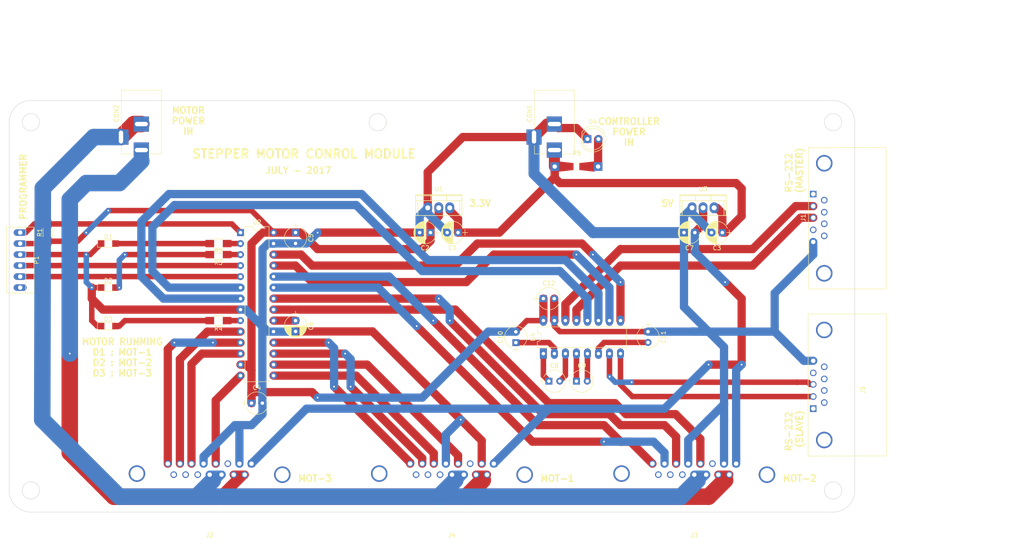
<source format=kicad_pcb>
(kicad_pcb (version 4) (host pcbnew 4.0.5)

  (general
    (links 101)
    (no_connects 0)
    (area 42.449999 54.949999 237.550001 150.050001)
    (thickness 1.6)
    (drawings 32)
    (tracks 382)
    (zones 0)
    (modules 33)
    (nets 44)
  )

  (page A4)
  (layers
    (0 F.Cu signal)
    (31 B.Cu signal)
    (32 B.Adhes user)
    (33 F.Adhes user)
    (34 B.Paste user)
    (35 F.Paste user)
    (36 B.SilkS user)
    (37 F.SilkS user)
    (38 B.Mask user)
    (39 F.Mask user)
    (40 Dwgs.User user)
    (41 Cmts.User user)
    (42 Eco1.User user)
    (43 Eco2.User user)
    (44 Edge.Cuts user)
    (45 Margin user)
    (46 B.CrtYd user)
    (47 F.CrtYd user)
    (48 B.Fab user)
    (49 F.Fab user)
  )

  (setup
    (last_trace_width 0.25)
    (user_trace_width 1.016)
    (user_trace_width 1.27)
    (user_trace_width 1.905)
    (user_trace_width 2.54)
    (user_trace_width 3.81)
    (trace_clearance 0.2)
    (zone_clearance 0.508)
    (zone_45_only no)
    (trace_min 0.2)
    (segment_width 0.2)
    (edge_width 0.1)
    (via_size 0.6)
    (via_drill 0.4)
    (via_min_size 0.4)
    (via_min_drill 0.3)
    (uvia_size 0.3)
    (uvia_drill 0.1)
    (uvias_allowed no)
    (uvia_min_size 0.2)
    (uvia_min_drill 0.1)
    (pcb_text_width 0.3)
    (pcb_text_size 1.5 1.5)
    (mod_edge_width 0.15)
    (mod_text_size 1 1)
    (mod_text_width 0.15)
    (pad_size 1.5 1.5)
    (pad_drill 0.6)
    (pad_to_mask_clearance 0)
    (aux_axis_origin 0 0)
    (visible_elements 7FFFFFFF)
    (pcbplotparams
      (layerselection 0x01030_80000001)
      (usegerberextensions false)
      (excludeedgelayer true)
      (linewidth 0.100000)
      (plotframeref false)
      (viasonmask false)
      (mode 1)
      (useauxorigin false)
      (hpglpennumber 1)
      (hpglpenspeed 20)
      (hpglpendiameter 15)
      (hpglpenoverlay 2)
      (psnegative false)
      (psa4output false)
      (plotreference true)
      (plotvalue true)
      (plotinvisibletext false)
      (padsonsilk false)
      (subtractmaskfromsilk false)
      (outputformat 1)
      (mirror false)
      (drillshape 0)
      (scaleselection 1)
      (outputdirectory GERBER/))
  )

  (net 0 "")
  (net 1 +12V)
  (net 2 GNDD)
  (net 3 +3V3)
  (net 4 CAP1)
  (net 5 +5V)
  (net 6 "Net-(C8-Pad1)")
  (net 7 "Net-(C8-Pad2)")
  (net 8 "Net-(C9-Pad1)")
  (net 9 "Net-(C9-Pad2)")
  (net 10 "Net-(C10-Pad1)")
  (net 11 "Net-(C11-Pad2)")
  (net 12 12VA)
  (net 13 GNDA)
  (net 14 "Net-(D1-Pad2)")
  (net 15 "Net-(D2-Pad2)")
  (net 16 "Net-(D3-Pad2)")
  (net 17 "Net-(D4-Pad2)")
  (net 18 TX1)
  (net 19 RX1)
  (net 20 HOME3)
  (net 21 DIS3)
  (net 22 DIR3)
  (net 23 STEP3)
  (net 24 HOME2)
  (net 25 DIS2)
  (net 26 DIR2)
  (net 27 STEP2)
  (net 28 HOME1)
  (net 29 DIS1)
  (net 30 DIR1)
  (net 31 STEP1)
  (net 32 TX2)
  (net 33 RX2)
  (net 34 MCLR*)
  (net 35 PGED1)
  (net 36 PGEC1)
  (net 37 LED1)
  (net 38 LED2)
  (net 39 LED3)
  (net 40 R1)
  (net 41 T1)
  (net 42 T2)
  (net 43 R2)

  (net_class Default "This is the default net class."
    (clearance 0.2)
    (trace_width 0.25)
    (via_dia 0.6)
    (via_drill 0.4)
    (uvia_dia 0.3)
    (uvia_drill 0.1)
    (add_net +12V)
    (add_net +3V3)
    (add_net +5V)
    (add_net 12VA)
    (add_net CAP1)
    (add_net DIR1)
    (add_net DIR2)
    (add_net DIR3)
    (add_net DIS1)
    (add_net DIS2)
    (add_net DIS3)
    (add_net GNDA)
    (add_net GNDD)
    (add_net HOME1)
    (add_net HOME2)
    (add_net HOME3)
    (add_net LED1)
    (add_net LED2)
    (add_net LED3)
    (add_net MCLR*)
    (add_net "Net-(C10-Pad1)")
    (add_net "Net-(C11-Pad2)")
    (add_net "Net-(C8-Pad1)")
    (add_net "Net-(C8-Pad2)")
    (add_net "Net-(C9-Pad1)")
    (add_net "Net-(C9-Pad2)")
    (add_net "Net-(D1-Pad2)")
    (add_net "Net-(D2-Pad2)")
    (add_net "Net-(D3-Pad2)")
    (add_net "Net-(D4-Pad2)")
    (add_net PGEC1)
    (add_net PGED1)
    (add_net R1)
    (add_net R2)
    (add_net RX1)
    (add_net RX2)
    (add_net STEP1)
    (add_net STEP2)
    (add_net STEP3)
    (add_net T1)
    (add_net T2)
    (add_net TX1)
    (add_net TX2)
  )

  (module Capacitors_THT:CP_Radial_D5.0mm_P2.50mm (layer F.Cu) (tedit 5920C257) (tstamp 596E1D9F)
    (at 146.005 85.48 180)
    (descr "CP, Radial series, Radial, pin pitch=2.50mm, , diameter=5mm, Electrolytic Capacitor")
    (tags "CP Radial series Radial pin pitch 2.50mm  diameter 5mm Electrolytic Capacitor")
    (path /58BEB278)
    (fp_text reference C1 (at 1.25 -3.56 180) (layer F.SilkS)
      (effects (font (size 1 1) (thickness 0.15)))
    )
    (fp_text value CP (at 1.25 3.56 180) (layer F.Fab)
      (effects (font (size 1 1) (thickness 0.15)))
    )
    (fp_text user %R (at 0.775 0 180) (layer F.Fab)
      (effects (font (size 1 1) (thickness 0.15)))
    )
    (fp_line (start -2.2 0) (end -1 0) (layer F.Fab) (width 0.1))
    (fp_line (start -1.6 -0.65) (end -1.6 0.65) (layer F.Fab) (width 0.1))
    (fp_line (start 1.25 -2.55) (end 1.25 2.55) (layer F.SilkS) (width 0.12))
    (fp_line (start 1.29 -2.55) (end 1.29 2.55) (layer F.SilkS) (width 0.12))
    (fp_line (start 1.33 -2.549) (end 1.33 2.549) (layer F.SilkS) (width 0.12))
    (fp_line (start 1.37 -2.548) (end 1.37 2.548) (layer F.SilkS) (width 0.12))
    (fp_line (start 1.41 -2.546) (end 1.41 2.546) (layer F.SilkS) (width 0.12))
    (fp_line (start 1.45 -2.543) (end 1.45 2.543) (layer F.SilkS) (width 0.12))
    (fp_line (start 1.49 -2.539) (end 1.49 2.539) (layer F.SilkS) (width 0.12))
    (fp_line (start 1.53 -2.535) (end 1.53 -0.98) (layer F.SilkS) (width 0.12))
    (fp_line (start 1.53 0.98) (end 1.53 2.535) (layer F.SilkS) (width 0.12))
    (fp_line (start 1.57 -2.531) (end 1.57 -0.98) (layer F.SilkS) (width 0.12))
    (fp_line (start 1.57 0.98) (end 1.57 2.531) (layer F.SilkS) (width 0.12))
    (fp_line (start 1.61 -2.525) (end 1.61 -0.98) (layer F.SilkS) (width 0.12))
    (fp_line (start 1.61 0.98) (end 1.61 2.525) (layer F.SilkS) (width 0.12))
    (fp_line (start 1.65 -2.519) (end 1.65 -0.98) (layer F.SilkS) (width 0.12))
    (fp_line (start 1.65 0.98) (end 1.65 2.519) (layer F.SilkS) (width 0.12))
    (fp_line (start 1.69 -2.513) (end 1.69 -0.98) (layer F.SilkS) (width 0.12))
    (fp_line (start 1.69 0.98) (end 1.69 2.513) (layer F.SilkS) (width 0.12))
    (fp_line (start 1.73 -2.506) (end 1.73 -0.98) (layer F.SilkS) (width 0.12))
    (fp_line (start 1.73 0.98) (end 1.73 2.506) (layer F.SilkS) (width 0.12))
    (fp_line (start 1.77 -2.498) (end 1.77 -0.98) (layer F.SilkS) (width 0.12))
    (fp_line (start 1.77 0.98) (end 1.77 2.498) (layer F.SilkS) (width 0.12))
    (fp_line (start 1.81 -2.489) (end 1.81 -0.98) (layer F.SilkS) (width 0.12))
    (fp_line (start 1.81 0.98) (end 1.81 2.489) (layer F.SilkS) (width 0.12))
    (fp_line (start 1.85 -2.48) (end 1.85 -0.98) (layer F.SilkS) (width 0.12))
    (fp_line (start 1.85 0.98) (end 1.85 2.48) (layer F.SilkS) (width 0.12))
    (fp_line (start 1.89 -2.47) (end 1.89 -0.98) (layer F.SilkS) (width 0.12))
    (fp_line (start 1.89 0.98) (end 1.89 2.47) (layer F.SilkS) (width 0.12))
    (fp_line (start 1.93 -2.46) (end 1.93 -0.98) (layer F.SilkS) (width 0.12))
    (fp_line (start 1.93 0.98) (end 1.93 2.46) (layer F.SilkS) (width 0.12))
    (fp_line (start 1.971 -2.448) (end 1.971 -0.98) (layer F.SilkS) (width 0.12))
    (fp_line (start 1.971 0.98) (end 1.971 2.448) (layer F.SilkS) (width 0.12))
    (fp_line (start 2.011 -2.436) (end 2.011 -0.98) (layer F.SilkS) (width 0.12))
    (fp_line (start 2.011 0.98) (end 2.011 2.436) (layer F.SilkS) (width 0.12))
    (fp_line (start 2.051 -2.424) (end 2.051 -0.98) (layer F.SilkS) (width 0.12))
    (fp_line (start 2.051 0.98) (end 2.051 2.424) (layer F.SilkS) (width 0.12))
    (fp_line (start 2.091 -2.41) (end 2.091 -0.98) (layer F.SilkS) (width 0.12))
    (fp_line (start 2.091 0.98) (end 2.091 2.41) (layer F.SilkS) (width 0.12))
    (fp_line (start 2.131 -2.396) (end 2.131 -0.98) (layer F.SilkS) (width 0.12))
    (fp_line (start 2.131 0.98) (end 2.131 2.396) (layer F.SilkS) (width 0.12))
    (fp_line (start 2.171 -2.382) (end 2.171 -0.98) (layer F.SilkS) (width 0.12))
    (fp_line (start 2.171 0.98) (end 2.171 2.382) (layer F.SilkS) (width 0.12))
    (fp_line (start 2.211 -2.366) (end 2.211 -0.98) (layer F.SilkS) (width 0.12))
    (fp_line (start 2.211 0.98) (end 2.211 2.366) (layer F.SilkS) (width 0.12))
    (fp_line (start 2.251 -2.35) (end 2.251 -0.98) (layer F.SilkS) (width 0.12))
    (fp_line (start 2.251 0.98) (end 2.251 2.35) (layer F.SilkS) (width 0.12))
    (fp_line (start 2.291 -2.333) (end 2.291 -0.98) (layer F.SilkS) (width 0.12))
    (fp_line (start 2.291 0.98) (end 2.291 2.333) (layer F.SilkS) (width 0.12))
    (fp_line (start 2.331 -2.315) (end 2.331 -0.98) (layer F.SilkS) (width 0.12))
    (fp_line (start 2.331 0.98) (end 2.331 2.315) (layer F.SilkS) (width 0.12))
    (fp_line (start 2.371 -2.296) (end 2.371 -0.98) (layer F.SilkS) (width 0.12))
    (fp_line (start 2.371 0.98) (end 2.371 2.296) (layer F.SilkS) (width 0.12))
    (fp_line (start 2.411 -2.276) (end 2.411 -0.98) (layer F.SilkS) (width 0.12))
    (fp_line (start 2.411 0.98) (end 2.411 2.276) (layer F.SilkS) (width 0.12))
    (fp_line (start 2.451 -2.256) (end 2.451 -0.98) (layer F.SilkS) (width 0.12))
    (fp_line (start 2.451 0.98) (end 2.451 2.256) (layer F.SilkS) (width 0.12))
    (fp_line (start 2.491 -2.234) (end 2.491 -0.98) (layer F.SilkS) (width 0.12))
    (fp_line (start 2.491 0.98) (end 2.491 2.234) (layer F.SilkS) (width 0.12))
    (fp_line (start 2.531 -2.212) (end 2.531 -0.98) (layer F.SilkS) (width 0.12))
    (fp_line (start 2.531 0.98) (end 2.531 2.212) (layer F.SilkS) (width 0.12))
    (fp_line (start 2.571 -2.189) (end 2.571 -0.98) (layer F.SilkS) (width 0.12))
    (fp_line (start 2.571 0.98) (end 2.571 2.189) (layer F.SilkS) (width 0.12))
    (fp_line (start 2.611 -2.165) (end 2.611 -0.98) (layer F.SilkS) (width 0.12))
    (fp_line (start 2.611 0.98) (end 2.611 2.165) (layer F.SilkS) (width 0.12))
    (fp_line (start 2.651 -2.14) (end 2.651 -0.98) (layer F.SilkS) (width 0.12))
    (fp_line (start 2.651 0.98) (end 2.651 2.14) (layer F.SilkS) (width 0.12))
    (fp_line (start 2.691 -2.113) (end 2.691 -0.98) (layer F.SilkS) (width 0.12))
    (fp_line (start 2.691 0.98) (end 2.691 2.113) (layer F.SilkS) (width 0.12))
    (fp_line (start 2.731 -2.086) (end 2.731 -0.98) (layer F.SilkS) (width 0.12))
    (fp_line (start 2.731 0.98) (end 2.731 2.086) (layer F.SilkS) (width 0.12))
    (fp_line (start 2.771 -2.058) (end 2.771 -0.98) (layer F.SilkS) (width 0.12))
    (fp_line (start 2.771 0.98) (end 2.771 2.058) (layer F.SilkS) (width 0.12))
    (fp_line (start 2.811 -2.028) (end 2.811 -0.98) (layer F.SilkS) (width 0.12))
    (fp_line (start 2.811 0.98) (end 2.811 2.028) (layer F.SilkS) (width 0.12))
    (fp_line (start 2.851 -1.997) (end 2.851 -0.98) (layer F.SilkS) (width 0.12))
    (fp_line (start 2.851 0.98) (end 2.851 1.997) (layer F.SilkS) (width 0.12))
    (fp_line (start 2.891 -1.965) (end 2.891 -0.98) (layer F.SilkS) (width 0.12))
    (fp_line (start 2.891 0.98) (end 2.891 1.965) (layer F.SilkS) (width 0.12))
    (fp_line (start 2.931 -1.932) (end 2.931 -0.98) (layer F.SilkS) (width 0.12))
    (fp_line (start 2.931 0.98) (end 2.931 1.932) (layer F.SilkS) (width 0.12))
    (fp_line (start 2.971 -1.897) (end 2.971 -0.98) (layer F.SilkS) (width 0.12))
    (fp_line (start 2.971 0.98) (end 2.971 1.897) (layer F.SilkS) (width 0.12))
    (fp_line (start 3.011 -1.861) (end 3.011 -0.98) (layer F.SilkS) (width 0.12))
    (fp_line (start 3.011 0.98) (end 3.011 1.861) (layer F.SilkS) (width 0.12))
    (fp_line (start 3.051 -1.823) (end 3.051 -0.98) (layer F.SilkS) (width 0.12))
    (fp_line (start 3.051 0.98) (end 3.051 1.823) (layer F.SilkS) (width 0.12))
    (fp_line (start 3.091 -1.783) (end 3.091 -0.98) (layer F.SilkS) (width 0.12))
    (fp_line (start 3.091 0.98) (end 3.091 1.783) (layer F.SilkS) (width 0.12))
    (fp_line (start 3.131 -1.742) (end 3.131 -0.98) (layer F.SilkS) (width 0.12))
    (fp_line (start 3.131 0.98) (end 3.131 1.742) (layer F.SilkS) (width 0.12))
    (fp_line (start 3.171 -1.699) (end 3.171 -0.98) (layer F.SilkS) (width 0.12))
    (fp_line (start 3.171 0.98) (end 3.171 1.699) (layer F.SilkS) (width 0.12))
    (fp_line (start 3.211 -1.654) (end 3.211 -0.98) (layer F.SilkS) (width 0.12))
    (fp_line (start 3.211 0.98) (end 3.211 1.654) (layer F.SilkS) (width 0.12))
    (fp_line (start 3.251 -1.606) (end 3.251 -0.98) (layer F.SilkS) (width 0.12))
    (fp_line (start 3.251 0.98) (end 3.251 1.606) (layer F.SilkS) (width 0.12))
    (fp_line (start 3.291 -1.556) (end 3.291 -0.98) (layer F.SilkS) (width 0.12))
    (fp_line (start 3.291 0.98) (end 3.291 1.556) (layer F.SilkS) (width 0.12))
    (fp_line (start 3.331 -1.504) (end 3.331 -0.98) (layer F.SilkS) (width 0.12))
    (fp_line (start 3.331 0.98) (end 3.331 1.504) (layer F.SilkS) (width 0.12))
    (fp_line (start 3.371 -1.448) (end 3.371 -0.98) (layer F.SilkS) (width 0.12))
    (fp_line (start 3.371 0.98) (end 3.371 1.448) (layer F.SilkS) (width 0.12))
    (fp_line (start 3.411 -1.39) (end 3.411 -0.98) (layer F.SilkS) (width 0.12))
    (fp_line (start 3.411 0.98) (end 3.411 1.39) (layer F.SilkS) (width 0.12))
    (fp_line (start 3.451 -1.327) (end 3.451 -0.98) (layer F.SilkS) (width 0.12))
    (fp_line (start 3.451 0.98) (end 3.451 1.327) (layer F.SilkS) (width 0.12))
    (fp_line (start 3.491 -1.261) (end 3.491 1.261) (layer F.SilkS) (width 0.12))
    (fp_line (start 3.531 -1.189) (end 3.531 1.189) (layer F.SilkS) (width 0.12))
    (fp_line (start 3.571 -1.112) (end 3.571 1.112) (layer F.SilkS) (width 0.12))
    (fp_line (start 3.611 -1.028) (end 3.611 1.028) (layer F.SilkS) (width 0.12))
    (fp_line (start 3.651 -0.934) (end 3.651 0.934) (layer F.SilkS) (width 0.12))
    (fp_line (start 3.691 -0.829) (end 3.691 0.829) (layer F.SilkS) (width 0.12))
    (fp_line (start 3.731 -0.707) (end 3.731 0.707) (layer F.SilkS) (width 0.12))
    (fp_line (start 3.771 -0.559) (end 3.771 0.559) (layer F.SilkS) (width 0.12))
    (fp_line (start 3.811 -0.354) (end 3.811 0.354) (layer F.SilkS) (width 0.12))
    (fp_line (start -2.2 0) (end -1 0) (layer F.SilkS) (width 0.12))
    (fp_line (start -1.6 -0.65) (end -1.6 0.65) (layer F.SilkS) (width 0.12))
    (fp_line (start -1.6 -2.85) (end -1.6 2.85) (layer F.CrtYd) (width 0.05))
    (fp_line (start -1.6 2.85) (end 4.1 2.85) (layer F.CrtYd) (width 0.05))
    (fp_line (start 4.1 2.85) (end 4.1 -2.85) (layer F.CrtYd) (width 0.05))
    (fp_line (start 4.1 -2.85) (end -1.6 -2.85) (layer F.CrtYd) (width 0.05))
    (fp_circle (center 1.25 0) (end 3.75 0) (layer F.Fab) (width 0.1))
    (fp_arc (start 1.25 0) (end -1.147436 -0.98) (angle 135.5) (layer F.SilkS) (width 0.12))
    (fp_arc (start 1.25 0) (end -1.147436 0.98) (angle -135.5) (layer F.SilkS) (width 0.12))
    (fp_arc (start 1.25 0) (end 3.647436 -0.98) (angle 44.5) (layer F.SilkS) (width 0.12))
    (pad 1 thru_hole rect (at 0 0 180) (size 1.6 1.6) (drill 0.8) (layers *.Cu *.Mask)
      (net 1 +12V))
    (pad 2 thru_hole circle (at 2.5 0 180) (size 1.6 1.6) (drill 0.8) (layers *.Cu *.Mask)
      (net 2 GNDD))
    (model ${KISYS3DMOD}/Capacitors_THT.3dshapes/CP_Radial_D5.0mm_P2.50mm.wrl
      (at (xyz 0 0 0))
      (scale (xyz 1 1 1))
      (rotate (xyz 0 0 0))
    )
  )

  (module Capacitors_THT:CP_Radial_D5.0mm_P2.50mm (layer F.Cu) (tedit 5920C257) (tstamp 596E1DA5)
    (at 139.655 85.48 180)
    (descr "CP, Radial series, Radial, pin pitch=2.50mm, , diameter=5mm, Electrolytic Capacitor")
    (tags "CP Radial series Radial pin pitch 2.50mm  diameter 5mm Electrolytic Capacitor")
    (path /58BEB44C)
    (fp_text reference C2 (at 1.25 -3.56 180) (layer F.SilkS)
      (effects (font (size 1 1) (thickness 0.15)))
    )
    (fp_text value CP (at 1.25 3.56 180) (layer F.Fab)
      (effects (font (size 1 1) (thickness 0.15)))
    )
    (fp_text user %R (at 0.775 0 180) (layer F.Fab)
      (effects (font (size 1 1) (thickness 0.15)))
    )
    (fp_line (start -2.2 0) (end -1 0) (layer F.Fab) (width 0.1))
    (fp_line (start -1.6 -0.65) (end -1.6 0.65) (layer F.Fab) (width 0.1))
    (fp_line (start 1.25 -2.55) (end 1.25 2.55) (layer F.SilkS) (width 0.12))
    (fp_line (start 1.29 -2.55) (end 1.29 2.55) (layer F.SilkS) (width 0.12))
    (fp_line (start 1.33 -2.549) (end 1.33 2.549) (layer F.SilkS) (width 0.12))
    (fp_line (start 1.37 -2.548) (end 1.37 2.548) (layer F.SilkS) (width 0.12))
    (fp_line (start 1.41 -2.546) (end 1.41 2.546) (layer F.SilkS) (width 0.12))
    (fp_line (start 1.45 -2.543) (end 1.45 2.543) (layer F.SilkS) (width 0.12))
    (fp_line (start 1.49 -2.539) (end 1.49 2.539) (layer F.SilkS) (width 0.12))
    (fp_line (start 1.53 -2.535) (end 1.53 -0.98) (layer F.SilkS) (width 0.12))
    (fp_line (start 1.53 0.98) (end 1.53 2.535) (layer F.SilkS) (width 0.12))
    (fp_line (start 1.57 -2.531) (end 1.57 -0.98) (layer F.SilkS) (width 0.12))
    (fp_line (start 1.57 0.98) (end 1.57 2.531) (layer F.SilkS) (width 0.12))
    (fp_line (start 1.61 -2.525) (end 1.61 -0.98) (layer F.SilkS) (width 0.12))
    (fp_line (start 1.61 0.98) (end 1.61 2.525) (layer F.SilkS) (width 0.12))
    (fp_line (start 1.65 -2.519) (end 1.65 -0.98) (layer F.SilkS) (width 0.12))
    (fp_line (start 1.65 0.98) (end 1.65 2.519) (layer F.SilkS) (width 0.12))
    (fp_line (start 1.69 -2.513) (end 1.69 -0.98) (layer F.SilkS) (width 0.12))
    (fp_line (start 1.69 0.98) (end 1.69 2.513) (layer F.SilkS) (width 0.12))
    (fp_line (start 1.73 -2.506) (end 1.73 -0.98) (layer F.SilkS) (width 0.12))
    (fp_line (start 1.73 0.98) (end 1.73 2.506) (layer F.SilkS) (width 0.12))
    (fp_line (start 1.77 -2.498) (end 1.77 -0.98) (layer F.SilkS) (width 0.12))
    (fp_line (start 1.77 0.98) (end 1.77 2.498) (layer F.SilkS) (width 0.12))
    (fp_line (start 1.81 -2.489) (end 1.81 -0.98) (layer F.SilkS) (width 0.12))
    (fp_line (start 1.81 0.98) (end 1.81 2.489) (layer F.SilkS) (width 0.12))
    (fp_line (start 1.85 -2.48) (end 1.85 -0.98) (layer F.SilkS) (width 0.12))
    (fp_line (start 1.85 0.98) (end 1.85 2.48) (layer F.SilkS) (width 0.12))
    (fp_line (start 1.89 -2.47) (end 1.89 -0.98) (layer F.SilkS) (width 0.12))
    (fp_line (start 1.89 0.98) (end 1.89 2.47) (layer F.SilkS) (width 0.12))
    (fp_line (start 1.93 -2.46) (end 1.93 -0.98) (layer F.SilkS) (width 0.12))
    (fp_line (start 1.93 0.98) (end 1.93 2.46) (layer F.SilkS) (width 0.12))
    (fp_line (start 1.971 -2.448) (end 1.971 -0.98) (layer F.SilkS) (width 0.12))
    (fp_line (start 1.971 0.98) (end 1.971 2.448) (layer F.SilkS) (width 0.12))
    (fp_line (start 2.011 -2.436) (end 2.011 -0.98) (layer F.SilkS) (width 0.12))
    (fp_line (start 2.011 0.98) (end 2.011 2.436) (layer F.SilkS) (width 0.12))
    (fp_line (start 2.051 -2.424) (end 2.051 -0.98) (layer F.SilkS) (width 0.12))
    (fp_line (start 2.051 0.98) (end 2.051 2.424) (layer F.SilkS) (width 0.12))
    (fp_line (start 2.091 -2.41) (end 2.091 -0.98) (layer F.SilkS) (width 0.12))
    (fp_line (start 2.091 0.98) (end 2.091 2.41) (layer F.SilkS) (width 0.12))
    (fp_line (start 2.131 -2.396) (end 2.131 -0.98) (layer F.SilkS) (width 0.12))
    (fp_line (start 2.131 0.98) (end 2.131 2.396) (layer F.SilkS) (width 0.12))
    (fp_line (start 2.171 -2.382) (end 2.171 -0.98) (layer F.SilkS) (width 0.12))
    (fp_line (start 2.171 0.98) (end 2.171 2.382) (layer F.SilkS) (width 0.12))
    (fp_line (start 2.211 -2.366) (end 2.211 -0.98) (layer F.SilkS) (width 0.12))
    (fp_line (start 2.211 0.98) (end 2.211 2.366) (layer F.SilkS) (width 0.12))
    (fp_line (start 2.251 -2.35) (end 2.251 -0.98) (layer F.SilkS) (width 0.12))
    (fp_line (start 2.251 0.98) (end 2.251 2.35) (layer F.SilkS) (width 0.12))
    (fp_line (start 2.291 -2.333) (end 2.291 -0.98) (layer F.SilkS) (width 0.12))
    (fp_line (start 2.291 0.98) (end 2.291 2.333) (layer F.SilkS) (width 0.12))
    (fp_line (start 2.331 -2.315) (end 2.331 -0.98) (layer F.SilkS) (width 0.12))
    (fp_line (start 2.331 0.98) (end 2.331 2.315) (layer F.SilkS) (width 0.12))
    (fp_line (start 2.371 -2.296) (end 2.371 -0.98) (layer F.SilkS) (width 0.12))
    (fp_line (start 2.371 0.98) (end 2.371 2.296) (layer F.SilkS) (width 0.12))
    (fp_line (start 2.411 -2.276) (end 2.411 -0.98) (layer F.SilkS) (width 0.12))
    (fp_line (start 2.411 0.98) (end 2.411 2.276) (layer F.SilkS) (width 0.12))
    (fp_line (start 2.451 -2.256) (end 2.451 -0.98) (layer F.SilkS) (width 0.12))
    (fp_line (start 2.451 0.98) (end 2.451 2.256) (layer F.SilkS) (width 0.12))
    (fp_line (start 2.491 -2.234) (end 2.491 -0.98) (layer F.SilkS) (width 0.12))
    (fp_line (start 2.491 0.98) (end 2.491 2.234) (layer F.SilkS) (width 0.12))
    (fp_line (start 2.531 -2.212) (end 2.531 -0.98) (layer F.SilkS) (width 0.12))
    (fp_line (start 2.531 0.98) (end 2.531 2.212) (layer F.SilkS) (width 0.12))
    (fp_line (start 2.571 -2.189) (end 2.571 -0.98) (layer F.SilkS) (width 0.12))
    (fp_line (start 2.571 0.98) (end 2.571 2.189) (layer F.SilkS) (width 0.12))
    (fp_line (start 2.611 -2.165) (end 2.611 -0.98) (layer F.SilkS) (width 0.12))
    (fp_line (start 2.611 0.98) (end 2.611 2.165) (layer F.SilkS) (width 0.12))
    (fp_line (start 2.651 -2.14) (end 2.651 -0.98) (layer F.SilkS) (width 0.12))
    (fp_line (start 2.651 0.98) (end 2.651 2.14) (layer F.SilkS) (width 0.12))
    (fp_line (start 2.691 -2.113) (end 2.691 -0.98) (layer F.SilkS) (width 0.12))
    (fp_line (start 2.691 0.98) (end 2.691 2.113) (layer F.SilkS) (width 0.12))
    (fp_line (start 2.731 -2.086) (end 2.731 -0.98) (layer F.SilkS) (width 0.12))
    (fp_line (start 2.731 0.98) (end 2.731 2.086) (layer F.SilkS) (width 0.12))
    (fp_line (start 2.771 -2.058) (end 2.771 -0.98) (layer F.SilkS) (width 0.12))
    (fp_line (start 2.771 0.98) (end 2.771 2.058) (layer F.SilkS) (width 0.12))
    (fp_line (start 2.811 -2.028) (end 2.811 -0.98) (layer F.SilkS) (width 0.12))
    (fp_line (start 2.811 0.98) (end 2.811 2.028) (layer F.SilkS) (width 0.12))
    (fp_line (start 2.851 -1.997) (end 2.851 -0.98) (layer F.SilkS) (width 0.12))
    (fp_line (start 2.851 0.98) (end 2.851 1.997) (layer F.SilkS) (width 0.12))
    (fp_line (start 2.891 -1.965) (end 2.891 -0.98) (layer F.SilkS) (width 0.12))
    (fp_line (start 2.891 0.98) (end 2.891 1.965) (layer F.SilkS) (width 0.12))
    (fp_line (start 2.931 -1.932) (end 2.931 -0.98) (layer F.SilkS) (width 0.12))
    (fp_line (start 2.931 0.98) (end 2.931 1.932) (layer F.SilkS) (width 0.12))
    (fp_line (start 2.971 -1.897) (end 2.971 -0.98) (layer F.SilkS) (width 0.12))
    (fp_line (start 2.971 0.98) (end 2.971 1.897) (layer F.SilkS) (width 0.12))
    (fp_line (start 3.011 -1.861) (end 3.011 -0.98) (layer F.SilkS) (width 0.12))
    (fp_line (start 3.011 0.98) (end 3.011 1.861) (layer F.SilkS) (width 0.12))
    (fp_line (start 3.051 -1.823) (end 3.051 -0.98) (layer F.SilkS) (width 0.12))
    (fp_line (start 3.051 0.98) (end 3.051 1.823) (layer F.SilkS) (width 0.12))
    (fp_line (start 3.091 -1.783) (end 3.091 -0.98) (layer F.SilkS) (width 0.12))
    (fp_line (start 3.091 0.98) (end 3.091 1.783) (layer F.SilkS) (width 0.12))
    (fp_line (start 3.131 -1.742) (end 3.131 -0.98) (layer F.SilkS) (width 0.12))
    (fp_line (start 3.131 0.98) (end 3.131 1.742) (layer F.SilkS) (width 0.12))
    (fp_line (start 3.171 -1.699) (end 3.171 -0.98) (layer F.SilkS) (width 0.12))
    (fp_line (start 3.171 0.98) (end 3.171 1.699) (layer F.SilkS) (width 0.12))
    (fp_line (start 3.211 -1.654) (end 3.211 -0.98) (layer F.SilkS) (width 0.12))
    (fp_line (start 3.211 0.98) (end 3.211 1.654) (layer F.SilkS) (width 0.12))
    (fp_line (start 3.251 -1.606) (end 3.251 -0.98) (layer F.SilkS) (width 0.12))
    (fp_line (start 3.251 0.98) (end 3.251 1.606) (layer F.SilkS) (width 0.12))
    (fp_line (start 3.291 -1.556) (end 3.291 -0.98) (layer F.SilkS) (width 0.12))
    (fp_line (start 3.291 0.98) (end 3.291 1.556) (layer F.SilkS) (width 0.12))
    (fp_line (start 3.331 -1.504) (end 3.331 -0.98) (layer F.SilkS) (width 0.12))
    (fp_line (start 3.331 0.98) (end 3.331 1.504) (layer F.SilkS) (width 0.12))
    (fp_line (start 3.371 -1.448) (end 3.371 -0.98) (layer F.SilkS) (width 0.12))
    (fp_line (start 3.371 0.98) (end 3.371 1.448) (layer F.SilkS) (width 0.12))
    (fp_line (start 3.411 -1.39) (end 3.411 -0.98) (layer F.SilkS) (width 0.12))
    (fp_line (start 3.411 0.98) (end 3.411 1.39) (layer F.SilkS) (width 0.12))
    (fp_line (start 3.451 -1.327) (end 3.451 -0.98) (layer F.SilkS) (width 0.12))
    (fp_line (start 3.451 0.98) (end 3.451 1.327) (layer F.SilkS) (width 0.12))
    (fp_line (start 3.491 -1.261) (end 3.491 1.261) (layer F.SilkS) (width 0.12))
    (fp_line (start 3.531 -1.189) (end 3.531 1.189) (layer F.SilkS) (width 0.12))
    (fp_line (start 3.571 -1.112) (end 3.571 1.112) (layer F.SilkS) (width 0.12))
    (fp_line (start 3.611 -1.028) (end 3.611 1.028) (layer F.SilkS) (width 0.12))
    (fp_line (start 3.651 -0.934) (end 3.651 0.934) (layer F.SilkS) (width 0.12))
    (fp_line (start 3.691 -0.829) (end 3.691 0.829) (layer F.SilkS) (width 0.12))
    (fp_line (start 3.731 -0.707) (end 3.731 0.707) (layer F.SilkS) (width 0.12))
    (fp_line (start 3.771 -0.559) (end 3.771 0.559) (layer F.SilkS) (width 0.12))
    (fp_line (start 3.811 -0.354) (end 3.811 0.354) (layer F.SilkS) (width 0.12))
    (fp_line (start -2.2 0) (end -1 0) (layer F.SilkS) (width 0.12))
    (fp_line (start -1.6 -0.65) (end -1.6 0.65) (layer F.SilkS) (width 0.12))
    (fp_line (start -1.6 -2.85) (end -1.6 2.85) (layer F.CrtYd) (width 0.05))
    (fp_line (start -1.6 2.85) (end 4.1 2.85) (layer F.CrtYd) (width 0.05))
    (fp_line (start 4.1 2.85) (end 4.1 -2.85) (layer F.CrtYd) (width 0.05))
    (fp_line (start 4.1 -2.85) (end -1.6 -2.85) (layer F.CrtYd) (width 0.05))
    (fp_circle (center 1.25 0) (end 3.75 0) (layer F.Fab) (width 0.1))
    (fp_arc (start 1.25 0) (end -1.147436 -0.98) (angle 135.5) (layer F.SilkS) (width 0.12))
    (fp_arc (start 1.25 0) (end -1.147436 0.98) (angle -135.5) (layer F.SilkS) (width 0.12))
    (fp_arc (start 1.25 0) (end 3.647436 -0.98) (angle 44.5) (layer F.SilkS) (width 0.12))
    (pad 1 thru_hole rect (at 0 0 180) (size 1.6 1.6) (drill 0.8) (layers *.Cu *.Mask)
      (net 3 +3V3))
    (pad 2 thru_hole circle (at 2.5 0 180) (size 1.6 1.6) (drill 0.8) (layers *.Cu *.Mask)
      (net 2 GNDD))
    (model ${KISYS3DMOD}/Capacitors_THT.3dshapes/CP_Radial_D5.0mm_P2.50mm.wrl
      (at (xyz 0 0 0))
      (scale (xyz 1 1 1))
      (rotate (xyz 0 0 0))
    )
  )

  (module Capacitors_THT:CP_Radial_D5.0mm_P2.50mm (layer F.Cu) (tedit 5920C257) (tstamp 596E1DAB)
    (at 206.965 85.48 180)
    (descr "CP, Radial series, Radial, pin pitch=2.50mm, , diameter=5mm, Electrolytic Capacitor")
    (tags "CP Radial series Radial pin pitch 2.50mm  diameter 5mm Electrolytic Capacitor")
    (path /58BEBA00)
    (fp_text reference C3 (at 1.25 -3.56 180) (layer F.SilkS)
      (effects (font (size 1 1) (thickness 0.15)))
    )
    (fp_text value CP (at 1.25 3.56 180) (layer F.Fab)
      (effects (font (size 1 1) (thickness 0.15)))
    )
    (fp_text user %R (at 0.775 0 180) (layer F.Fab)
      (effects (font (size 1 1) (thickness 0.15)))
    )
    (fp_line (start -2.2 0) (end -1 0) (layer F.Fab) (width 0.1))
    (fp_line (start -1.6 -0.65) (end -1.6 0.65) (layer F.Fab) (width 0.1))
    (fp_line (start 1.25 -2.55) (end 1.25 2.55) (layer F.SilkS) (width 0.12))
    (fp_line (start 1.29 -2.55) (end 1.29 2.55) (layer F.SilkS) (width 0.12))
    (fp_line (start 1.33 -2.549) (end 1.33 2.549) (layer F.SilkS) (width 0.12))
    (fp_line (start 1.37 -2.548) (end 1.37 2.548) (layer F.SilkS) (width 0.12))
    (fp_line (start 1.41 -2.546) (end 1.41 2.546) (layer F.SilkS) (width 0.12))
    (fp_line (start 1.45 -2.543) (end 1.45 2.543) (layer F.SilkS) (width 0.12))
    (fp_line (start 1.49 -2.539) (end 1.49 2.539) (layer F.SilkS) (width 0.12))
    (fp_line (start 1.53 -2.535) (end 1.53 -0.98) (layer F.SilkS) (width 0.12))
    (fp_line (start 1.53 0.98) (end 1.53 2.535) (layer F.SilkS) (width 0.12))
    (fp_line (start 1.57 -2.531) (end 1.57 -0.98) (layer F.SilkS) (width 0.12))
    (fp_line (start 1.57 0.98) (end 1.57 2.531) (layer F.SilkS) (width 0.12))
    (fp_line (start 1.61 -2.525) (end 1.61 -0.98) (layer F.SilkS) (width 0.12))
    (fp_line (start 1.61 0.98) (end 1.61 2.525) (layer F.SilkS) (width 0.12))
    (fp_line (start 1.65 -2.519) (end 1.65 -0.98) (layer F.SilkS) (width 0.12))
    (fp_line (start 1.65 0.98) (end 1.65 2.519) (layer F.SilkS) (width 0.12))
    (fp_line (start 1.69 -2.513) (end 1.69 -0.98) (layer F.SilkS) (width 0.12))
    (fp_line (start 1.69 0.98) (end 1.69 2.513) (layer F.SilkS) (width 0.12))
    (fp_line (start 1.73 -2.506) (end 1.73 -0.98) (layer F.SilkS) (width 0.12))
    (fp_line (start 1.73 0.98) (end 1.73 2.506) (layer F.SilkS) (width 0.12))
    (fp_line (start 1.77 -2.498) (end 1.77 -0.98) (layer F.SilkS) (width 0.12))
    (fp_line (start 1.77 0.98) (end 1.77 2.498) (layer F.SilkS) (width 0.12))
    (fp_line (start 1.81 -2.489) (end 1.81 -0.98) (layer F.SilkS) (width 0.12))
    (fp_line (start 1.81 0.98) (end 1.81 2.489) (layer F.SilkS) (width 0.12))
    (fp_line (start 1.85 -2.48) (end 1.85 -0.98) (layer F.SilkS) (width 0.12))
    (fp_line (start 1.85 0.98) (end 1.85 2.48) (layer F.SilkS) (width 0.12))
    (fp_line (start 1.89 -2.47) (end 1.89 -0.98) (layer F.SilkS) (width 0.12))
    (fp_line (start 1.89 0.98) (end 1.89 2.47) (layer F.SilkS) (width 0.12))
    (fp_line (start 1.93 -2.46) (end 1.93 -0.98) (layer F.SilkS) (width 0.12))
    (fp_line (start 1.93 0.98) (end 1.93 2.46) (layer F.SilkS) (width 0.12))
    (fp_line (start 1.971 -2.448) (end 1.971 -0.98) (layer F.SilkS) (width 0.12))
    (fp_line (start 1.971 0.98) (end 1.971 2.448) (layer F.SilkS) (width 0.12))
    (fp_line (start 2.011 -2.436) (end 2.011 -0.98) (layer F.SilkS) (width 0.12))
    (fp_line (start 2.011 0.98) (end 2.011 2.436) (layer F.SilkS) (width 0.12))
    (fp_line (start 2.051 -2.424) (end 2.051 -0.98) (layer F.SilkS) (width 0.12))
    (fp_line (start 2.051 0.98) (end 2.051 2.424) (layer F.SilkS) (width 0.12))
    (fp_line (start 2.091 -2.41) (end 2.091 -0.98) (layer F.SilkS) (width 0.12))
    (fp_line (start 2.091 0.98) (end 2.091 2.41) (layer F.SilkS) (width 0.12))
    (fp_line (start 2.131 -2.396) (end 2.131 -0.98) (layer F.SilkS) (width 0.12))
    (fp_line (start 2.131 0.98) (end 2.131 2.396) (layer F.SilkS) (width 0.12))
    (fp_line (start 2.171 -2.382) (end 2.171 -0.98) (layer F.SilkS) (width 0.12))
    (fp_line (start 2.171 0.98) (end 2.171 2.382) (layer F.SilkS) (width 0.12))
    (fp_line (start 2.211 -2.366) (end 2.211 -0.98) (layer F.SilkS) (width 0.12))
    (fp_line (start 2.211 0.98) (end 2.211 2.366) (layer F.SilkS) (width 0.12))
    (fp_line (start 2.251 -2.35) (end 2.251 -0.98) (layer F.SilkS) (width 0.12))
    (fp_line (start 2.251 0.98) (end 2.251 2.35) (layer F.SilkS) (width 0.12))
    (fp_line (start 2.291 -2.333) (end 2.291 -0.98) (layer F.SilkS) (width 0.12))
    (fp_line (start 2.291 0.98) (end 2.291 2.333) (layer F.SilkS) (width 0.12))
    (fp_line (start 2.331 -2.315) (end 2.331 -0.98) (layer F.SilkS) (width 0.12))
    (fp_line (start 2.331 0.98) (end 2.331 2.315) (layer F.SilkS) (width 0.12))
    (fp_line (start 2.371 -2.296) (end 2.371 -0.98) (layer F.SilkS) (width 0.12))
    (fp_line (start 2.371 0.98) (end 2.371 2.296) (layer F.SilkS) (width 0.12))
    (fp_line (start 2.411 -2.276) (end 2.411 -0.98) (layer F.SilkS) (width 0.12))
    (fp_line (start 2.411 0.98) (end 2.411 2.276) (layer F.SilkS) (width 0.12))
    (fp_line (start 2.451 -2.256) (end 2.451 -0.98) (layer F.SilkS) (width 0.12))
    (fp_line (start 2.451 0.98) (end 2.451 2.256) (layer F.SilkS) (width 0.12))
    (fp_line (start 2.491 -2.234) (end 2.491 -0.98) (layer F.SilkS) (width 0.12))
    (fp_line (start 2.491 0.98) (end 2.491 2.234) (layer F.SilkS) (width 0.12))
    (fp_line (start 2.531 -2.212) (end 2.531 -0.98) (layer F.SilkS) (width 0.12))
    (fp_line (start 2.531 0.98) (end 2.531 2.212) (layer F.SilkS) (width 0.12))
    (fp_line (start 2.571 -2.189) (end 2.571 -0.98) (layer F.SilkS) (width 0.12))
    (fp_line (start 2.571 0.98) (end 2.571 2.189) (layer F.SilkS) (width 0.12))
    (fp_line (start 2.611 -2.165) (end 2.611 -0.98) (layer F.SilkS) (width 0.12))
    (fp_line (start 2.611 0.98) (end 2.611 2.165) (layer F.SilkS) (width 0.12))
    (fp_line (start 2.651 -2.14) (end 2.651 -0.98) (layer F.SilkS) (width 0.12))
    (fp_line (start 2.651 0.98) (end 2.651 2.14) (layer F.SilkS) (width 0.12))
    (fp_line (start 2.691 -2.113) (end 2.691 -0.98) (layer F.SilkS) (width 0.12))
    (fp_line (start 2.691 0.98) (end 2.691 2.113) (layer F.SilkS) (width 0.12))
    (fp_line (start 2.731 -2.086) (end 2.731 -0.98) (layer F.SilkS) (width 0.12))
    (fp_line (start 2.731 0.98) (end 2.731 2.086) (layer F.SilkS) (width 0.12))
    (fp_line (start 2.771 -2.058) (end 2.771 -0.98) (layer F.SilkS) (width 0.12))
    (fp_line (start 2.771 0.98) (end 2.771 2.058) (layer F.SilkS) (width 0.12))
    (fp_line (start 2.811 -2.028) (end 2.811 -0.98) (layer F.SilkS) (width 0.12))
    (fp_line (start 2.811 0.98) (end 2.811 2.028) (layer F.SilkS) (width 0.12))
    (fp_line (start 2.851 -1.997) (end 2.851 -0.98) (layer F.SilkS) (width 0.12))
    (fp_line (start 2.851 0.98) (end 2.851 1.997) (layer F.SilkS) (width 0.12))
    (fp_line (start 2.891 -1.965) (end 2.891 -0.98) (layer F.SilkS) (width 0.12))
    (fp_line (start 2.891 0.98) (end 2.891 1.965) (layer F.SilkS) (width 0.12))
    (fp_line (start 2.931 -1.932) (end 2.931 -0.98) (layer F.SilkS) (width 0.12))
    (fp_line (start 2.931 0.98) (end 2.931 1.932) (layer F.SilkS) (width 0.12))
    (fp_line (start 2.971 -1.897) (end 2.971 -0.98) (layer F.SilkS) (width 0.12))
    (fp_line (start 2.971 0.98) (end 2.971 1.897) (layer F.SilkS) (width 0.12))
    (fp_line (start 3.011 -1.861) (end 3.011 -0.98) (layer F.SilkS) (width 0.12))
    (fp_line (start 3.011 0.98) (end 3.011 1.861) (layer F.SilkS) (width 0.12))
    (fp_line (start 3.051 -1.823) (end 3.051 -0.98) (layer F.SilkS) (width 0.12))
    (fp_line (start 3.051 0.98) (end 3.051 1.823) (layer F.SilkS) (width 0.12))
    (fp_line (start 3.091 -1.783) (end 3.091 -0.98) (layer F.SilkS) (width 0.12))
    (fp_line (start 3.091 0.98) (end 3.091 1.783) (layer F.SilkS) (width 0.12))
    (fp_line (start 3.131 -1.742) (end 3.131 -0.98) (layer F.SilkS) (width 0.12))
    (fp_line (start 3.131 0.98) (end 3.131 1.742) (layer F.SilkS) (width 0.12))
    (fp_line (start 3.171 -1.699) (end 3.171 -0.98) (layer F.SilkS) (width 0.12))
    (fp_line (start 3.171 0.98) (end 3.171 1.699) (layer F.SilkS) (width 0.12))
    (fp_line (start 3.211 -1.654) (end 3.211 -0.98) (layer F.SilkS) (width 0.12))
    (fp_line (start 3.211 0.98) (end 3.211 1.654) (layer F.SilkS) (width 0.12))
    (fp_line (start 3.251 -1.606) (end 3.251 -0.98) (layer F.SilkS) (width 0.12))
    (fp_line (start 3.251 0.98) (end 3.251 1.606) (layer F.SilkS) (width 0.12))
    (fp_line (start 3.291 -1.556) (end 3.291 -0.98) (layer F.SilkS) (width 0.12))
    (fp_line (start 3.291 0.98) (end 3.291 1.556) (layer F.SilkS) (width 0.12))
    (fp_line (start 3.331 -1.504) (end 3.331 -0.98) (layer F.SilkS) (width 0.12))
    (fp_line (start 3.331 0.98) (end 3.331 1.504) (layer F.SilkS) (width 0.12))
    (fp_line (start 3.371 -1.448) (end 3.371 -0.98) (layer F.SilkS) (width 0.12))
    (fp_line (start 3.371 0.98) (end 3.371 1.448) (layer F.SilkS) (width 0.12))
    (fp_line (start 3.411 -1.39) (end 3.411 -0.98) (layer F.SilkS) (width 0.12))
    (fp_line (start 3.411 0.98) (end 3.411 1.39) (layer F.SilkS) (width 0.12))
    (fp_line (start 3.451 -1.327) (end 3.451 -0.98) (layer F.SilkS) (width 0.12))
    (fp_line (start 3.451 0.98) (end 3.451 1.327) (layer F.SilkS) (width 0.12))
    (fp_line (start 3.491 -1.261) (end 3.491 1.261) (layer F.SilkS) (width 0.12))
    (fp_line (start 3.531 -1.189) (end 3.531 1.189) (layer F.SilkS) (width 0.12))
    (fp_line (start 3.571 -1.112) (end 3.571 1.112) (layer F.SilkS) (width 0.12))
    (fp_line (start 3.611 -1.028) (end 3.611 1.028) (layer F.SilkS) (width 0.12))
    (fp_line (start 3.651 -0.934) (end 3.651 0.934) (layer F.SilkS) (width 0.12))
    (fp_line (start 3.691 -0.829) (end 3.691 0.829) (layer F.SilkS) (width 0.12))
    (fp_line (start 3.731 -0.707) (end 3.731 0.707) (layer F.SilkS) (width 0.12))
    (fp_line (start 3.771 -0.559) (end 3.771 0.559) (layer F.SilkS) (width 0.12))
    (fp_line (start 3.811 -0.354) (end 3.811 0.354) (layer F.SilkS) (width 0.12))
    (fp_line (start -2.2 0) (end -1 0) (layer F.SilkS) (width 0.12))
    (fp_line (start -1.6 -0.65) (end -1.6 0.65) (layer F.SilkS) (width 0.12))
    (fp_line (start -1.6 -2.85) (end -1.6 2.85) (layer F.CrtYd) (width 0.05))
    (fp_line (start -1.6 2.85) (end 4.1 2.85) (layer F.CrtYd) (width 0.05))
    (fp_line (start 4.1 2.85) (end 4.1 -2.85) (layer F.CrtYd) (width 0.05))
    (fp_line (start 4.1 -2.85) (end -1.6 -2.85) (layer F.CrtYd) (width 0.05))
    (fp_circle (center 1.25 0) (end 3.75 0) (layer F.Fab) (width 0.1))
    (fp_arc (start 1.25 0) (end -1.147436 -0.98) (angle 135.5) (layer F.SilkS) (width 0.12))
    (fp_arc (start 1.25 0) (end -1.147436 0.98) (angle -135.5) (layer F.SilkS) (width 0.12))
    (fp_arc (start 1.25 0) (end 3.647436 -0.98) (angle 44.5) (layer F.SilkS) (width 0.12))
    (pad 1 thru_hole rect (at 0 0 180) (size 1.6 1.6) (drill 0.8) (layers *.Cu *.Mask)
      (net 1 +12V))
    (pad 2 thru_hole circle (at 2.5 0 180) (size 1.6 1.6) (drill 0.8) (layers *.Cu *.Mask)
      (net 2 GNDD))
    (model ${KISYS3DMOD}/Capacitors_THT.3dshapes/CP_Radial_D5.0mm_P2.50mm.wrl
      (at (xyz 0 0 0))
      (scale (xyz 1 1 1))
      (rotate (xyz 0 0 0))
    )
  )

  (module Capacitors_THT:CP_Radial_D5.0mm_P2.50mm (layer F.Cu) (tedit 5920C257) (tstamp 596E1DBD)
    (at 108.54 105.8 270)
    (descr "CP, Radial series, Radial, pin pitch=2.50mm, , diameter=5mm, Electrolytic Capacitor")
    (tags "CP Radial series Radial pin pitch 2.50mm  diameter 5mm Electrolytic Capacitor")
    (path /58BC3BF0)
    (fp_text reference C6 (at 1.25 -3.56 270) (layer F.SilkS)
      (effects (font (size 1 1) (thickness 0.15)))
    )
    (fp_text value CP (at 1.25 3.56 270) (layer F.Fab)
      (effects (font (size 1 1) (thickness 0.15)))
    )
    (fp_text user %R (at 0.775 0 270) (layer F.Fab)
      (effects (font (size 1 1) (thickness 0.15)))
    )
    (fp_line (start -2.2 0) (end -1 0) (layer F.Fab) (width 0.1))
    (fp_line (start -1.6 -0.65) (end -1.6 0.65) (layer F.Fab) (width 0.1))
    (fp_line (start 1.25 -2.55) (end 1.25 2.55) (layer F.SilkS) (width 0.12))
    (fp_line (start 1.29 -2.55) (end 1.29 2.55) (layer F.SilkS) (width 0.12))
    (fp_line (start 1.33 -2.549) (end 1.33 2.549) (layer F.SilkS) (width 0.12))
    (fp_line (start 1.37 -2.548) (end 1.37 2.548) (layer F.SilkS) (width 0.12))
    (fp_line (start 1.41 -2.546) (end 1.41 2.546) (layer F.SilkS) (width 0.12))
    (fp_line (start 1.45 -2.543) (end 1.45 2.543) (layer F.SilkS) (width 0.12))
    (fp_line (start 1.49 -2.539) (end 1.49 2.539) (layer F.SilkS) (width 0.12))
    (fp_line (start 1.53 -2.535) (end 1.53 -0.98) (layer F.SilkS) (width 0.12))
    (fp_line (start 1.53 0.98) (end 1.53 2.535) (layer F.SilkS) (width 0.12))
    (fp_line (start 1.57 -2.531) (end 1.57 -0.98) (layer F.SilkS) (width 0.12))
    (fp_line (start 1.57 0.98) (end 1.57 2.531) (layer F.SilkS) (width 0.12))
    (fp_line (start 1.61 -2.525) (end 1.61 -0.98) (layer F.SilkS) (width 0.12))
    (fp_line (start 1.61 0.98) (end 1.61 2.525) (layer F.SilkS) (width 0.12))
    (fp_line (start 1.65 -2.519) (end 1.65 -0.98) (layer F.SilkS) (width 0.12))
    (fp_line (start 1.65 0.98) (end 1.65 2.519) (layer F.SilkS) (width 0.12))
    (fp_line (start 1.69 -2.513) (end 1.69 -0.98) (layer F.SilkS) (width 0.12))
    (fp_line (start 1.69 0.98) (end 1.69 2.513) (layer F.SilkS) (width 0.12))
    (fp_line (start 1.73 -2.506) (end 1.73 -0.98) (layer F.SilkS) (width 0.12))
    (fp_line (start 1.73 0.98) (end 1.73 2.506) (layer F.SilkS) (width 0.12))
    (fp_line (start 1.77 -2.498) (end 1.77 -0.98) (layer F.SilkS) (width 0.12))
    (fp_line (start 1.77 0.98) (end 1.77 2.498) (layer F.SilkS) (width 0.12))
    (fp_line (start 1.81 -2.489) (end 1.81 -0.98) (layer F.SilkS) (width 0.12))
    (fp_line (start 1.81 0.98) (end 1.81 2.489) (layer F.SilkS) (width 0.12))
    (fp_line (start 1.85 -2.48) (end 1.85 -0.98) (layer F.SilkS) (width 0.12))
    (fp_line (start 1.85 0.98) (end 1.85 2.48) (layer F.SilkS) (width 0.12))
    (fp_line (start 1.89 -2.47) (end 1.89 -0.98) (layer F.SilkS) (width 0.12))
    (fp_line (start 1.89 0.98) (end 1.89 2.47) (layer F.SilkS) (width 0.12))
    (fp_line (start 1.93 -2.46) (end 1.93 -0.98) (layer F.SilkS) (width 0.12))
    (fp_line (start 1.93 0.98) (end 1.93 2.46) (layer F.SilkS) (width 0.12))
    (fp_line (start 1.971 -2.448) (end 1.971 -0.98) (layer F.SilkS) (width 0.12))
    (fp_line (start 1.971 0.98) (end 1.971 2.448) (layer F.SilkS) (width 0.12))
    (fp_line (start 2.011 -2.436) (end 2.011 -0.98) (layer F.SilkS) (width 0.12))
    (fp_line (start 2.011 0.98) (end 2.011 2.436) (layer F.SilkS) (width 0.12))
    (fp_line (start 2.051 -2.424) (end 2.051 -0.98) (layer F.SilkS) (width 0.12))
    (fp_line (start 2.051 0.98) (end 2.051 2.424) (layer F.SilkS) (width 0.12))
    (fp_line (start 2.091 -2.41) (end 2.091 -0.98) (layer F.SilkS) (width 0.12))
    (fp_line (start 2.091 0.98) (end 2.091 2.41) (layer F.SilkS) (width 0.12))
    (fp_line (start 2.131 -2.396) (end 2.131 -0.98) (layer F.SilkS) (width 0.12))
    (fp_line (start 2.131 0.98) (end 2.131 2.396) (layer F.SilkS) (width 0.12))
    (fp_line (start 2.171 -2.382) (end 2.171 -0.98) (layer F.SilkS) (width 0.12))
    (fp_line (start 2.171 0.98) (end 2.171 2.382) (layer F.SilkS) (width 0.12))
    (fp_line (start 2.211 -2.366) (end 2.211 -0.98) (layer F.SilkS) (width 0.12))
    (fp_line (start 2.211 0.98) (end 2.211 2.366) (layer F.SilkS) (width 0.12))
    (fp_line (start 2.251 -2.35) (end 2.251 -0.98) (layer F.SilkS) (width 0.12))
    (fp_line (start 2.251 0.98) (end 2.251 2.35) (layer F.SilkS) (width 0.12))
    (fp_line (start 2.291 -2.333) (end 2.291 -0.98) (layer F.SilkS) (width 0.12))
    (fp_line (start 2.291 0.98) (end 2.291 2.333) (layer F.SilkS) (width 0.12))
    (fp_line (start 2.331 -2.315) (end 2.331 -0.98) (layer F.SilkS) (width 0.12))
    (fp_line (start 2.331 0.98) (end 2.331 2.315) (layer F.SilkS) (width 0.12))
    (fp_line (start 2.371 -2.296) (end 2.371 -0.98) (layer F.SilkS) (width 0.12))
    (fp_line (start 2.371 0.98) (end 2.371 2.296) (layer F.SilkS) (width 0.12))
    (fp_line (start 2.411 -2.276) (end 2.411 -0.98) (layer F.SilkS) (width 0.12))
    (fp_line (start 2.411 0.98) (end 2.411 2.276) (layer F.SilkS) (width 0.12))
    (fp_line (start 2.451 -2.256) (end 2.451 -0.98) (layer F.SilkS) (width 0.12))
    (fp_line (start 2.451 0.98) (end 2.451 2.256) (layer F.SilkS) (width 0.12))
    (fp_line (start 2.491 -2.234) (end 2.491 -0.98) (layer F.SilkS) (width 0.12))
    (fp_line (start 2.491 0.98) (end 2.491 2.234) (layer F.SilkS) (width 0.12))
    (fp_line (start 2.531 -2.212) (end 2.531 -0.98) (layer F.SilkS) (width 0.12))
    (fp_line (start 2.531 0.98) (end 2.531 2.212) (layer F.SilkS) (width 0.12))
    (fp_line (start 2.571 -2.189) (end 2.571 -0.98) (layer F.SilkS) (width 0.12))
    (fp_line (start 2.571 0.98) (end 2.571 2.189) (layer F.SilkS) (width 0.12))
    (fp_line (start 2.611 -2.165) (end 2.611 -0.98) (layer F.SilkS) (width 0.12))
    (fp_line (start 2.611 0.98) (end 2.611 2.165) (layer F.SilkS) (width 0.12))
    (fp_line (start 2.651 -2.14) (end 2.651 -0.98) (layer F.SilkS) (width 0.12))
    (fp_line (start 2.651 0.98) (end 2.651 2.14) (layer F.SilkS) (width 0.12))
    (fp_line (start 2.691 -2.113) (end 2.691 -0.98) (layer F.SilkS) (width 0.12))
    (fp_line (start 2.691 0.98) (end 2.691 2.113) (layer F.SilkS) (width 0.12))
    (fp_line (start 2.731 -2.086) (end 2.731 -0.98) (layer F.SilkS) (width 0.12))
    (fp_line (start 2.731 0.98) (end 2.731 2.086) (layer F.SilkS) (width 0.12))
    (fp_line (start 2.771 -2.058) (end 2.771 -0.98) (layer F.SilkS) (width 0.12))
    (fp_line (start 2.771 0.98) (end 2.771 2.058) (layer F.SilkS) (width 0.12))
    (fp_line (start 2.811 -2.028) (end 2.811 -0.98) (layer F.SilkS) (width 0.12))
    (fp_line (start 2.811 0.98) (end 2.811 2.028) (layer F.SilkS) (width 0.12))
    (fp_line (start 2.851 -1.997) (end 2.851 -0.98) (layer F.SilkS) (width 0.12))
    (fp_line (start 2.851 0.98) (end 2.851 1.997) (layer F.SilkS) (width 0.12))
    (fp_line (start 2.891 -1.965) (end 2.891 -0.98) (layer F.SilkS) (width 0.12))
    (fp_line (start 2.891 0.98) (end 2.891 1.965) (layer F.SilkS) (width 0.12))
    (fp_line (start 2.931 -1.932) (end 2.931 -0.98) (layer F.SilkS) (width 0.12))
    (fp_line (start 2.931 0.98) (end 2.931 1.932) (layer F.SilkS) (width 0.12))
    (fp_line (start 2.971 -1.897) (end 2.971 -0.98) (layer F.SilkS) (width 0.12))
    (fp_line (start 2.971 0.98) (end 2.971 1.897) (layer F.SilkS) (width 0.12))
    (fp_line (start 3.011 -1.861) (end 3.011 -0.98) (layer F.SilkS) (width 0.12))
    (fp_line (start 3.011 0.98) (end 3.011 1.861) (layer F.SilkS) (width 0.12))
    (fp_line (start 3.051 -1.823) (end 3.051 -0.98) (layer F.SilkS) (width 0.12))
    (fp_line (start 3.051 0.98) (end 3.051 1.823) (layer F.SilkS) (width 0.12))
    (fp_line (start 3.091 -1.783) (end 3.091 -0.98) (layer F.SilkS) (width 0.12))
    (fp_line (start 3.091 0.98) (end 3.091 1.783) (layer F.SilkS) (width 0.12))
    (fp_line (start 3.131 -1.742) (end 3.131 -0.98) (layer F.SilkS) (width 0.12))
    (fp_line (start 3.131 0.98) (end 3.131 1.742) (layer F.SilkS) (width 0.12))
    (fp_line (start 3.171 -1.699) (end 3.171 -0.98) (layer F.SilkS) (width 0.12))
    (fp_line (start 3.171 0.98) (end 3.171 1.699) (layer F.SilkS) (width 0.12))
    (fp_line (start 3.211 -1.654) (end 3.211 -0.98) (layer F.SilkS) (width 0.12))
    (fp_line (start 3.211 0.98) (end 3.211 1.654) (layer F.SilkS) (width 0.12))
    (fp_line (start 3.251 -1.606) (end 3.251 -0.98) (layer F.SilkS) (width 0.12))
    (fp_line (start 3.251 0.98) (end 3.251 1.606) (layer F.SilkS) (width 0.12))
    (fp_line (start 3.291 -1.556) (end 3.291 -0.98) (layer F.SilkS) (width 0.12))
    (fp_line (start 3.291 0.98) (end 3.291 1.556) (layer F.SilkS) (width 0.12))
    (fp_line (start 3.331 -1.504) (end 3.331 -0.98) (layer F.SilkS) (width 0.12))
    (fp_line (start 3.331 0.98) (end 3.331 1.504) (layer F.SilkS) (width 0.12))
    (fp_line (start 3.371 -1.448) (end 3.371 -0.98) (layer F.SilkS) (width 0.12))
    (fp_line (start 3.371 0.98) (end 3.371 1.448) (layer F.SilkS) (width 0.12))
    (fp_line (start 3.411 -1.39) (end 3.411 -0.98) (layer F.SilkS) (width 0.12))
    (fp_line (start 3.411 0.98) (end 3.411 1.39) (layer F.SilkS) (width 0.12))
    (fp_line (start 3.451 -1.327) (end 3.451 -0.98) (layer F.SilkS) (width 0.12))
    (fp_line (start 3.451 0.98) (end 3.451 1.327) (layer F.SilkS) (width 0.12))
    (fp_line (start 3.491 -1.261) (end 3.491 1.261) (layer F.SilkS) (width 0.12))
    (fp_line (start 3.531 -1.189) (end 3.531 1.189) (layer F.SilkS) (width 0.12))
    (fp_line (start 3.571 -1.112) (end 3.571 1.112) (layer F.SilkS) (width 0.12))
    (fp_line (start 3.611 -1.028) (end 3.611 1.028) (layer F.SilkS) (width 0.12))
    (fp_line (start 3.651 -0.934) (end 3.651 0.934) (layer F.SilkS) (width 0.12))
    (fp_line (start 3.691 -0.829) (end 3.691 0.829) (layer F.SilkS) (width 0.12))
    (fp_line (start 3.731 -0.707) (end 3.731 0.707) (layer F.SilkS) (width 0.12))
    (fp_line (start 3.771 -0.559) (end 3.771 0.559) (layer F.SilkS) (width 0.12))
    (fp_line (start 3.811 -0.354) (end 3.811 0.354) (layer F.SilkS) (width 0.12))
    (fp_line (start -2.2 0) (end -1 0) (layer F.SilkS) (width 0.12))
    (fp_line (start -1.6 -0.65) (end -1.6 0.65) (layer F.SilkS) (width 0.12))
    (fp_line (start -1.6 -2.85) (end -1.6 2.85) (layer F.CrtYd) (width 0.05))
    (fp_line (start -1.6 2.85) (end 4.1 2.85) (layer F.CrtYd) (width 0.05))
    (fp_line (start 4.1 2.85) (end 4.1 -2.85) (layer F.CrtYd) (width 0.05))
    (fp_line (start 4.1 -2.85) (end -1.6 -2.85) (layer F.CrtYd) (width 0.05))
    (fp_circle (center 1.25 0) (end 3.75 0) (layer F.Fab) (width 0.1))
    (fp_arc (start 1.25 0) (end -1.147436 -0.98) (angle 135.5) (layer F.SilkS) (width 0.12))
    (fp_arc (start 1.25 0) (end -1.147436 0.98) (angle -135.5) (layer F.SilkS) (width 0.12))
    (fp_arc (start 1.25 0) (end 3.647436 -0.98) (angle 44.5) (layer F.SilkS) (width 0.12))
    (pad 1 thru_hole rect (at 0 0 270) (size 1.6 1.6) (drill 0.8) (layers *.Cu *.Mask)
      (net 4 CAP1))
    (pad 2 thru_hole circle (at 2.5 0 270) (size 1.6 1.6) (drill 0.8) (layers *.Cu *.Mask)
      (net 2 GNDD))
    (model ${KISYS3DMOD}/Capacitors_THT.3dshapes/CP_Radial_D5.0mm_P2.50mm.wrl
      (at (xyz 0 0 0))
      (scale (xyz 1 1 1))
      (rotate (xyz 0 0 0))
    )
  )

  (module Capacitors_THT:CP_Radial_D5.0mm_P2.50mm (layer F.Cu) (tedit 5920C257) (tstamp 596E1DC3)
    (at 200.615 85.48 180)
    (descr "CP, Radial series, Radial, pin pitch=2.50mm, , diameter=5mm, Electrolytic Capacitor")
    (tags "CP Radial series Radial pin pitch 2.50mm  diameter 5mm Electrolytic Capacitor")
    (path /58BEBA73)
    (fp_text reference C7 (at 1.25 -3.56 180) (layer F.SilkS)
      (effects (font (size 1 1) (thickness 0.15)))
    )
    (fp_text value CP (at 1.25 3.56 180) (layer F.Fab)
      (effects (font (size 1 1) (thickness 0.15)))
    )
    (fp_text user %R (at 0.775 0 180) (layer F.Fab)
      (effects (font (size 1 1) (thickness 0.15)))
    )
    (fp_line (start -2.2 0) (end -1 0) (layer F.Fab) (width 0.1))
    (fp_line (start -1.6 -0.65) (end -1.6 0.65) (layer F.Fab) (width 0.1))
    (fp_line (start 1.25 -2.55) (end 1.25 2.55) (layer F.SilkS) (width 0.12))
    (fp_line (start 1.29 -2.55) (end 1.29 2.55) (layer F.SilkS) (width 0.12))
    (fp_line (start 1.33 -2.549) (end 1.33 2.549) (layer F.SilkS) (width 0.12))
    (fp_line (start 1.37 -2.548) (end 1.37 2.548) (layer F.SilkS) (width 0.12))
    (fp_line (start 1.41 -2.546) (end 1.41 2.546) (layer F.SilkS) (width 0.12))
    (fp_line (start 1.45 -2.543) (end 1.45 2.543) (layer F.SilkS) (width 0.12))
    (fp_line (start 1.49 -2.539) (end 1.49 2.539) (layer F.SilkS) (width 0.12))
    (fp_line (start 1.53 -2.535) (end 1.53 -0.98) (layer F.SilkS) (width 0.12))
    (fp_line (start 1.53 0.98) (end 1.53 2.535) (layer F.SilkS) (width 0.12))
    (fp_line (start 1.57 -2.531) (end 1.57 -0.98) (layer F.SilkS) (width 0.12))
    (fp_line (start 1.57 0.98) (end 1.57 2.531) (layer F.SilkS) (width 0.12))
    (fp_line (start 1.61 -2.525) (end 1.61 -0.98) (layer F.SilkS) (width 0.12))
    (fp_line (start 1.61 0.98) (end 1.61 2.525) (layer F.SilkS) (width 0.12))
    (fp_line (start 1.65 -2.519) (end 1.65 -0.98) (layer F.SilkS) (width 0.12))
    (fp_line (start 1.65 0.98) (end 1.65 2.519) (layer F.SilkS) (width 0.12))
    (fp_line (start 1.69 -2.513) (end 1.69 -0.98) (layer F.SilkS) (width 0.12))
    (fp_line (start 1.69 0.98) (end 1.69 2.513) (layer F.SilkS) (width 0.12))
    (fp_line (start 1.73 -2.506) (end 1.73 -0.98) (layer F.SilkS) (width 0.12))
    (fp_line (start 1.73 0.98) (end 1.73 2.506) (layer F.SilkS) (width 0.12))
    (fp_line (start 1.77 -2.498) (end 1.77 -0.98) (layer F.SilkS) (width 0.12))
    (fp_line (start 1.77 0.98) (end 1.77 2.498) (layer F.SilkS) (width 0.12))
    (fp_line (start 1.81 -2.489) (end 1.81 -0.98) (layer F.SilkS) (width 0.12))
    (fp_line (start 1.81 0.98) (end 1.81 2.489) (layer F.SilkS) (width 0.12))
    (fp_line (start 1.85 -2.48) (end 1.85 -0.98) (layer F.SilkS) (width 0.12))
    (fp_line (start 1.85 0.98) (end 1.85 2.48) (layer F.SilkS) (width 0.12))
    (fp_line (start 1.89 -2.47) (end 1.89 -0.98) (layer F.SilkS) (width 0.12))
    (fp_line (start 1.89 0.98) (end 1.89 2.47) (layer F.SilkS) (width 0.12))
    (fp_line (start 1.93 -2.46) (end 1.93 -0.98) (layer F.SilkS) (width 0.12))
    (fp_line (start 1.93 0.98) (end 1.93 2.46) (layer F.SilkS) (width 0.12))
    (fp_line (start 1.971 -2.448) (end 1.971 -0.98) (layer F.SilkS) (width 0.12))
    (fp_line (start 1.971 0.98) (end 1.971 2.448) (layer F.SilkS) (width 0.12))
    (fp_line (start 2.011 -2.436) (end 2.011 -0.98) (layer F.SilkS) (width 0.12))
    (fp_line (start 2.011 0.98) (end 2.011 2.436) (layer F.SilkS) (width 0.12))
    (fp_line (start 2.051 -2.424) (end 2.051 -0.98) (layer F.SilkS) (width 0.12))
    (fp_line (start 2.051 0.98) (end 2.051 2.424) (layer F.SilkS) (width 0.12))
    (fp_line (start 2.091 -2.41) (end 2.091 -0.98) (layer F.SilkS) (width 0.12))
    (fp_line (start 2.091 0.98) (end 2.091 2.41) (layer F.SilkS) (width 0.12))
    (fp_line (start 2.131 -2.396) (end 2.131 -0.98) (layer F.SilkS) (width 0.12))
    (fp_line (start 2.131 0.98) (end 2.131 2.396) (layer F.SilkS) (width 0.12))
    (fp_line (start 2.171 -2.382) (end 2.171 -0.98) (layer F.SilkS) (width 0.12))
    (fp_line (start 2.171 0.98) (end 2.171 2.382) (layer F.SilkS) (width 0.12))
    (fp_line (start 2.211 -2.366) (end 2.211 -0.98) (layer F.SilkS) (width 0.12))
    (fp_line (start 2.211 0.98) (end 2.211 2.366) (layer F.SilkS) (width 0.12))
    (fp_line (start 2.251 -2.35) (end 2.251 -0.98) (layer F.SilkS) (width 0.12))
    (fp_line (start 2.251 0.98) (end 2.251 2.35) (layer F.SilkS) (width 0.12))
    (fp_line (start 2.291 -2.333) (end 2.291 -0.98) (layer F.SilkS) (width 0.12))
    (fp_line (start 2.291 0.98) (end 2.291 2.333) (layer F.SilkS) (width 0.12))
    (fp_line (start 2.331 -2.315) (end 2.331 -0.98) (layer F.SilkS) (width 0.12))
    (fp_line (start 2.331 0.98) (end 2.331 2.315) (layer F.SilkS) (width 0.12))
    (fp_line (start 2.371 -2.296) (end 2.371 -0.98) (layer F.SilkS) (width 0.12))
    (fp_line (start 2.371 0.98) (end 2.371 2.296) (layer F.SilkS) (width 0.12))
    (fp_line (start 2.411 -2.276) (end 2.411 -0.98) (layer F.SilkS) (width 0.12))
    (fp_line (start 2.411 0.98) (end 2.411 2.276) (layer F.SilkS) (width 0.12))
    (fp_line (start 2.451 -2.256) (end 2.451 -0.98) (layer F.SilkS) (width 0.12))
    (fp_line (start 2.451 0.98) (end 2.451 2.256) (layer F.SilkS) (width 0.12))
    (fp_line (start 2.491 -2.234) (end 2.491 -0.98) (layer F.SilkS) (width 0.12))
    (fp_line (start 2.491 0.98) (end 2.491 2.234) (layer F.SilkS) (width 0.12))
    (fp_line (start 2.531 -2.212) (end 2.531 -0.98) (layer F.SilkS) (width 0.12))
    (fp_line (start 2.531 0.98) (end 2.531 2.212) (layer F.SilkS) (width 0.12))
    (fp_line (start 2.571 -2.189) (end 2.571 -0.98) (layer F.SilkS) (width 0.12))
    (fp_line (start 2.571 0.98) (end 2.571 2.189) (layer F.SilkS) (width 0.12))
    (fp_line (start 2.611 -2.165) (end 2.611 -0.98) (layer F.SilkS) (width 0.12))
    (fp_line (start 2.611 0.98) (end 2.611 2.165) (layer F.SilkS) (width 0.12))
    (fp_line (start 2.651 -2.14) (end 2.651 -0.98) (layer F.SilkS) (width 0.12))
    (fp_line (start 2.651 0.98) (end 2.651 2.14) (layer F.SilkS) (width 0.12))
    (fp_line (start 2.691 -2.113) (end 2.691 -0.98) (layer F.SilkS) (width 0.12))
    (fp_line (start 2.691 0.98) (end 2.691 2.113) (layer F.SilkS) (width 0.12))
    (fp_line (start 2.731 -2.086) (end 2.731 -0.98) (layer F.SilkS) (width 0.12))
    (fp_line (start 2.731 0.98) (end 2.731 2.086) (layer F.SilkS) (width 0.12))
    (fp_line (start 2.771 -2.058) (end 2.771 -0.98) (layer F.SilkS) (width 0.12))
    (fp_line (start 2.771 0.98) (end 2.771 2.058) (layer F.SilkS) (width 0.12))
    (fp_line (start 2.811 -2.028) (end 2.811 -0.98) (layer F.SilkS) (width 0.12))
    (fp_line (start 2.811 0.98) (end 2.811 2.028) (layer F.SilkS) (width 0.12))
    (fp_line (start 2.851 -1.997) (end 2.851 -0.98) (layer F.SilkS) (width 0.12))
    (fp_line (start 2.851 0.98) (end 2.851 1.997) (layer F.SilkS) (width 0.12))
    (fp_line (start 2.891 -1.965) (end 2.891 -0.98) (layer F.SilkS) (width 0.12))
    (fp_line (start 2.891 0.98) (end 2.891 1.965) (layer F.SilkS) (width 0.12))
    (fp_line (start 2.931 -1.932) (end 2.931 -0.98) (layer F.SilkS) (width 0.12))
    (fp_line (start 2.931 0.98) (end 2.931 1.932) (layer F.SilkS) (width 0.12))
    (fp_line (start 2.971 -1.897) (end 2.971 -0.98) (layer F.SilkS) (width 0.12))
    (fp_line (start 2.971 0.98) (end 2.971 1.897) (layer F.SilkS) (width 0.12))
    (fp_line (start 3.011 -1.861) (end 3.011 -0.98) (layer F.SilkS) (width 0.12))
    (fp_line (start 3.011 0.98) (end 3.011 1.861) (layer F.SilkS) (width 0.12))
    (fp_line (start 3.051 -1.823) (end 3.051 -0.98) (layer F.SilkS) (width 0.12))
    (fp_line (start 3.051 0.98) (end 3.051 1.823) (layer F.SilkS) (width 0.12))
    (fp_line (start 3.091 -1.783) (end 3.091 -0.98) (layer F.SilkS) (width 0.12))
    (fp_line (start 3.091 0.98) (end 3.091 1.783) (layer F.SilkS) (width 0.12))
    (fp_line (start 3.131 -1.742) (end 3.131 -0.98) (layer F.SilkS) (width 0.12))
    (fp_line (start 3.131 0.98) (end 3.131 1.742) (layer F.SilkS) (width 0.12))
    (fp_line (start 3.171 -1.699) (end 3.171 -0.98) (layer F.SilkS) (width 0.12))
    (fp_line (start 3.171 0.98) (end 3.171 1.699) (layer F.SilkS) (width 0.12))
    (fp_line (start 3.211 -1.654) (end 3.211 -0.98) (layer F.SilkS) (width 0.12))
    (fp_line (start 3.211 0.98) (end 3.211 1.654) (layer F.SilkS) (width 0.12))
    (fp_line (start 3.251 -1.606) (end 3.251 -0.98) (layer F.SilkS) (width 0.12))
    (fp_line (start 3.251 0.98) (end 3.251 1.606) (layer F.SilkS) (width 0.12))
    (fp_line (start 3.291 -1.556) (end 3.291 -0.98) (layer F.SilkS) (width 0.12))
    (fp_line (start 3.291 0.98) (end 3.291 1.556) (layer F.SilkS) (width 0.12))
    (fp_line (start 3.331 -1.504) (end 3.331 -0.98) (layer F.SilkS) (width 0.12))
    (fp_line (start 3.331 0.98) (end 3.331 1.504) (layer F.SilkS) (width 0.12))
    (fp_line (start 3.371 -1.448) (end 3.371 -0.98) (layer F.SilkS) (width 0.12))
    (fp_line (start 3.371 0.98) (end 3.371 1.448) (layer F.SilkS) (width 0.12))
    (fp_line (start 3.411 -1.39) (end 3.411 -0.98) (layer F.SilkS) (width 0.12))
    (fp_line (start 3.411 0.98) (end 3.411 1.39) (layer F.SilkS) (width 0.12))
    (fp_line (start 3.451 -1.327) (end 3.451 -0.98) (layer F.SilkS) (width 0.12))
    (fp_line (start 3.451 0.98) (end 3.451 1.327) (layer F.SilkS) (width 0.12))
    (fp_line (start 3.491 -1.261) (end 3.491 1.261) (layer F.SilkS) (width 0.12))
    (fp_line (start 3.531 -1.189) (end 3.531 1.189) (layer F.SilkS) (width 0.12))
    (fp_line (start 3.571 -1.112) (end 3.571 1.112) (layer F.SilkS) (width 0.12))
    (fp_line (start 3.611 -1.028) (end 3.611 1.028) (layer F.SilkS) (width 0.12))
    (fp_line (start 3.651 -0.934) (end 3.651 0.934) (layer F.SilkS) (width 0.12))
    (fp_line (start 3.691 -0.829) (end 3.691 0.829) (layer F.SilkS) (width 0.12))
    (fp_line (start 3.731 -0.707) (end 3.731 0.707) (layer F.SilkS) (width 0.12))
    (fp_line (start 3.771 -0.559) (end 3.771 0.559) (layer F.SilkS) (width 0.12))
    (fp_line (start 3.811 -0.354) (end 3.811 0.354) (layer F.SilkS) (width 0.12))
    (fp_line (start -2.2 0) (end -1 0) (layer F.SilkS) (width 0.12))
    (fp_line (start -1.6 -0.65) (end -1.6 0.65) (layer F.SilkS) (width 0.12))
    (fp_line (start -1.6 -2.85) (end -1.6 2.85) (layer F.CrtYd) (width 0.05))
    (fp_line (start -1.6 2.85) (end 4.1 2.85) (layer F.CrtYd) (width 0.05))
    (fp_line (start 4.1 2.85) (end 4.1 -2.85) (layer F.CrtYd) (width 0.05))
    (fp_line (start 4.1 -2.85) (end -1.6 -2.85) (layer F.CrtYd) (width 0.05))
    (fp_circle (center 1.25 0) (end 3.75 0) (layer F.Fab) (width 0.1))
    (fp_arc (start 1.25 0) (end -1.147436 -0.98) (angle 135.5) (layer F.SilkS) (width 0.12))
    (fp_arc (start 1.25 0) (end -1.147436 0.98) (angle -135.5) (layer F.SilkS) (width 0.12))
    (fp_arc (start 1.25 0) (end 3.647436 -0.98) (angle 44.5) (layer F.SilkS) (width 0.12))
    (pad 1 thru_hole rect (at 0 0 180) (size 1.6 1.6) (drill 0.8) (layers *.Cu *.Mask)
      (net 5 +5V))
    (pad 2 thru_hole circle (at 2.5 0 180) (size 1.6 1.6) (drill 0.8) (layers *.Cu *.Mask)
      (net 2 GNDD))
    (model ${KISYS3DMOD}/Capacitors_THT.3dshapes/CP_Radial_D5.0mm_P2.50mm.wrl
      (at (xyz 0 0 0))
      (scale (xyz 1 1 1))
      (rotate (xyz 0 0 0))
    )
  )

  (module Connectors:BARREL_JACK (layer F.Cu) (tedit 5861378E) (tstamp 596E1DE8)
    (at 168.23 66.43 270)
    (descr "DC Barrel Jack")
    (tags "Power Jack")
    (path /58BED5A7)
    (fp_text reference CON1 (at -8.45 5.75 450) (layer F.SilkS)
      (effects (font (size 1 1) (thickness 0.15)))
    )
    (fp_text value BARREL_JACK (at -6.2 -5.5 270) (layer F.Fab)
      (effects (font (size 1 1) (thickness 0.15)))
    )
    (fp_line (start 1 -4.5) (end 1 -4.75) (layer F.CrtYd) (width 0.05))
    (fp_line (start 1 -4.75) (end -14 -4.75) (layer F.CrtYd) (width 0.05))
    (fp_line (start 1 -4.5) (end 1 -2) (layer F.CrtYd) (width 0.05))
    (fp_line (start 1 -2) (end 2 -2) (layer F.CrtYd) (width 0.05))
    (fp_line (start 2 -2) (end 2 2) (layer F.CrtYd) (width 0.05))
    (fp_line (start 2 2) (end 1 2) (layer F.CrtYd) (width 0.05))
    (fp_line (start 1 2) (end 1 4.75) (layer F.CrtYd) (width 0.05))
    (fp_line (start 1 4.75) (end -1 4.75) (layer F.CrtYd) (width 0.05))
    (fp_line (start -1 4.75) (end -1 6.75) (layer F.CrtYd) (width 0.05))
    (fp_line (start -1 6.75) (end -5 6.75) (layer F.CrtYd) (width 0.05))
    (fp_line (start -5 6.75) (end -5 4.75) (layer F.CrtYd) (width 0.05))
    (fp_line (start -5 4.75) (end -14 4.75) (layer F.CrtYd) (width 0.05))
    (fp_line (start -14 4.75) (end -14 -4.75) (layer F.CrtYd) (width 0.05))
    (fp_line (start -5 4.6) (end -13.8 4.6) (layer F.SilkS) (width 0.12))
    (fp_line (start -13.8 4.6) (end -13.8 -4.6) (layer F.SilkS) (width 0.12))
    (fp_line (start 0.9 1.9) (end 0.9 4.6) (layer F.SilkS) (width 0.12))
    (fp_line (start 0.9 4.6) (end -1 4.6) (layer F.SilkS) (width 0.12))
    (fp_line (start -13.8 -4.6) (end 0.9 -4.6) (layer F.SilkS) (width 0.12))
    (fp_line (start 0.9 -4.6) (end 0.9 -2) (layer F.SilkS) (width 0.12))
    (fp_line (start -10.2 -4.5) (end -10.2 4.5) (layer F.Fab) (width 0.1))
    (fp_line (start -13.7 -4.5) (end -13.7 4.5) (layer F.Fab) (width 0.1))
    (fp_line (start -13.7 4.5) (end 0.8 4.5) (layer F.Fab) (width 0.1))
    (fp_line (start 0.8 4.5) (end 0.8 -4.5) (layer F.Fab) (width 0.1))
    (fp_line (start 0.8 -4.5) (end -13.7 -4.5) (layer F.Fab) (width 0.1))
    (pad 1 thru_hole rect (at 0 0 270) (size 3.5 3.5) (drill oval 1 3) (layers *.Cu *.Mask)
      (net 1 +12V))
    (pad 2 thru_hole rect (at -6 0 270) (size 3.5 3.5) (drill oval 1 3) (layers *.Cu *.Mask)
      (net 2 GNDD))
    (pad 3 thru_hole rect (at -3 4.7 270) (size 3.5 3.5) (drill oval 3 1) (layers *.Cu *.Mask)
      (net 2 GNDD))
  )

  (module Connectors:BARREL_JACK (layer F.Cu) (tedit 5861378E) (tstamp 596E1DEF)
    (at 72.98 66.43 270)
    (descr "DC Barrel Jack")
    (tags "Power Jack")
    (path /596DB592)
    (fp_text reference CON2 (at -8.45 5.75 450) (layer F.SilkS)
      (effects (font (size 1 1) (thickness 0.15)))
    )
    (fp_text value BARREL_JACK (at -6.2 -5.5 270) (layer F.Fab)
      (effects (font (size 1 1) (thickness 0.15)))
    )
    (fp_line (start 1 -4.5) (end 1 -4.75) (layer F.CrtYd) (width 0.05))
    (fp_line (start 1 -4.75) (end -14 -4.75) (layer F.CrtYd) (width 0.05))
    (fp_line (start 1 -4.5) (end 1 -2) (layer F.CrtYd) (width 0.05))
    (fp_line (start 1 -2) (end 2 -2) (layer F.CrtYd) (width 0.05))
    (fp_line (start 2 -2) (end 2 2) (layer F.CrtYd) (width 0.05))
    (fp_line (start 2 2) (end 1 2) (layer F.CrtYd) (width 0.05))
    (fp_line (start 1 2) (end 1 4.75) (layer F.CrtYd) (width 0.05))
    (fp_line (start 1 4.75) (end -1 4.75) (layer F.CrtYd) (width 0.05))
    (fp_line (start -1 4.75) (end -1 6.75) (layer F.CrtYd) (width 0.05))
    (fp_line (start -1 6.75) (end -5 6.75) (layer F.CrtYd) (width 0.05))
    (fp_line (start -5 6.75) (end -5 4.75) (layer F.CrtYd) (width 0.05))
    (fp_line (start -5 4.75) (end -14 4.75) (layer F.CrtYd) (width 0.05))
    (fp_line (start -14 4.75) (end -14 -4.75) (layer F.CrtYd) (width 0.05))
    (fp_line (start -5 4.6) (end -13.8 4.6) (layer F.SilkS) (width 0.12))
    (fp_line (start -13.8 4.6) (end -13.8 -4.6) (layer F.SilkS) (width 0.12))
    (fp_line (start 0.9 1.9) (end 0.9 4.6) (layer F.SilkS) (width 0.12))
    (fp_line (start 0.9 4.6) (end -1 4.6) (layer F.SilkS) (width 0.12))
    (fp_line (start -13.8 -4.6) (end 0.9 -4.6) (layer F.SilkS) (width 0.12))
    (fp_line (start 0.9 -4.6) (end 0.9 -2) (layer F.SilkS) (width 0.12))
    (fp_line (start -10.2 -4.5) (end -10.2 4.5) (layer F.Fab) (width 0.1))
    (fp_line (start -13.7 -4.5) (end -13.7 4.5) (layer F.Fab) (width 0.1))
    (fp_line (start -13.7 4.5) (end 0.8 4.5) (layer F.Fab) (width 0.1))
    (fp_line (start 0.8 4.5) (end 0.8 -4.5) (layer F.Fab) (width 0.1))
    (fp_line (start 0.8 -4.5) (end -13.7 -4.5) (layer F.Fab) (width 0.1))
    (pad 1 thru_hole rect (at 0 0 270) (size 3.5 3.5) (drill oval 1 3) (layers *.Cu *.Mask)
      (net 12 12VA))
    (pad 2 thru_hole rect (at -6 0 270) (size 3.5 3.5) (drill oval 1 3) (layers *.Cu *.Mask)
      (net 13 GNDA))
    (pad 3 thru_hole rect (at -3 4.7 270) (size 3.5 3.5) (drill oval 3 1) (layers *.Cu *.Mask)
      (net 13 GNDA))
  )

  (module LEDs:LED_1206 (layer F.Cu) (tedit 57FE943C) (tstamp 596E1DF5)
    (at 65.36 88.02)
    (descr "LED 1206 smd package")
    (tags "LED led 1206 SMD smd SMT smt smdled SMDLED smtled SMTLED")
    (path /58BC1E78)
    (attr smd)
    (fp_text reference D1 (at 0 -1.6) (layer F.SilkS)
      (effects (font (size 1 1) (thickness 0.15)))
    )
    (fp_text value LED (at 0 1.7) (layer F.Fab)
      (effects (font (size 1 1) (thickness 0.15)))
    )
    (fp_line (start -2.5 -0.85) (end -2.5 0.85) (layer F.SilkS) (width 0.12))
    (fp_line (start -0.45 -0.4) (end -0.45 0.4) (layer F.Fab) (width 0.1))
    (fp_line (start -0.4 0) (end 0.2 -0.4) (layer F.Fab) (width 0.1))
    (fp_line (start 0.2 0.4) (end -0.4 0) (layer F.Fab) (width 0.1))
    (fp_line (start 0.2 -0.4) (end 0.2 0.4) (layer F.Fab) (width 0.1))
    (fp_line (start 1.6 0.8) (end -1.6 0.8) (layer F.Fab) (width 0.1))
    (fp_line (start 1.6 -0.8) (end 1.6 0.8) (layer F.Fab) (width 0.1))
    (fp_line (start -1.6 -0.8) (end 1.6 -0.8) (layer F.Fab) (width 0.1))
    (fp_line (start -1.6 0.8) (end -1.6 -0.8) (layer F.Fab) (width 0.1))
    (fp_line (start -2.45 0.85) (end 1.6 0.85) (layer F.SilkS) (width 0.12))
    (fp_line (start -2.45 -0.85) (end 1.6 -0.85) (layer F.SilkS) (width 0.12))
    (fp_line (start 2.65 -1) (end 2.65 1) (layer F.CrtYd) (width 0.05))
    (fp_line (start 2.65 1) (end -2.65 1) (layer F.CrtYd) (width 0.05))
    (fp_line (start -2.65 1) (end -2.65 -1) (layer F.CrtYd) (width 0.05))
    (fp_line (start -2.65 -1) (end 2.65 -1) (layer F.CrtYd) (width 0.05))
    (pad 2 smd rect (at 1.65 0 180) (size 1.5 1.5) (layers F.Cu F.Paste F.Mask)
      (net 14 "Net-(D1-Pad2)"))
    (pad 1 smd rect (at -1.65 0 180) (size 1.5 1.5) (layers F.Cu F.Paste F.Mask)
      (net 2 GNDD))
    (model ${KISYS3DMOD}/LEDs.3dshapes/LED_1206.wrl
      (at (xyz 0 0 0))
      (scale (xyz 1 1 1))
      (rotate (xyz 0 0 180))
    )
  )

  (module LEDs:LED_1206 (layer F.Cu) (tedit 57FE943C) (tstamp 596E1DFB)
    (at 65.36 98.18)
    (descr "LED 1206 smd package")
    (tags "LED led 1206 SMD smd SMT smt smdled SMDLED smtled SMTLED")
    (path /58BC2302)
    (attr smd)
    (fp_text reference D2 (at 0 -1.6) (layer F.SilkS)
      (effects (font (size 1 1) (thickness 0.15)))
    )
    (fp_text value LED (at 0 1.7) (layer F.Fab)
      (effects (font (size 1 1) (thickness 0.15)))
    )
    (fp_line (start -2.5 -0.85) (end -2.5 0.85) (layer F.SilkS) (width 0.12))
    (fp_line (start -0.45 -0.4) (end -0.45 0.4) (layer F.Fab) (width 0.1))
    (fp_line (start -0.4 0) (end 0.2 -0.4) (layer F.Fab) (width 0.1))
    (fp_line (start 0.2 0.4) (end -0.4 0) (layer F.Fab) (width 0.1))
    (fp_line (start 0.2 -0.4) (end 0.2 0.4) (layer F.Fab) (width 0.1))
    (fp_line (start 1.6 0.8) (end -1.6 0.8) (layer F.Fab) (width 0.1))
    (fp_line (start 1.6 -0.8) (end 1.6 0.8) (layer F.Fab) (width 0.1))
    (fp_line (start -1.6 -0.8) (end 1.6 -0.8) (layer F.Fab) (width 0.1))
    (fp_line (start -1.6 0.8) (end -1.6 -0.8) (layer F.Fab) (width 0.1))
    (fp_line (start -2.45 0.85) (end 1.6 0.85) (layer F.SilkS) (width 0.12))
    (fp_line (start -2.45 -0.85) (end 1.6 -0.85) (layer F.SilkS) (width 0.12))
    (fp_line (start 2.65 -1) (end 2.65 1) (layer F.CrtYd) (width 0.05))
    (fp_line (start 2.65 1) (end -2.65 1) (layer F.CrtYd) (width 0.05))
    (fp_line (start -2.65 1) (end -2.65 -1) (layer F.CrtYd) (width 0.05))
    (fp_line (start -2.65 -1) (end 2.65 -1) (layer F.CrtYd) (width 0.05))
    (pad 2 smd rect (at 1.65 0 180) (size 1.5 1.5) (layers F.Cu F.Paste F.Mask)
      (net 15 "Net-(D2-Pad2)"))
    (pad 1 smd rect (at -1.65 0 180) (size 1.5 1.5) (layers F.Cu F.Paste F.Mask)
      (net 2 GNDD))
    (model ${KISYS3DMOD}/LEDs.3dshapes/LED_1206.wrl
      (at (xyz 0 0 0))
      (scale (xyz 1 1 1))
      (rotate (xyz 0 0 180))
    )
  )

  (module LEDs:LED_1206 (layer F.Cu) (tedit 57FE943C) (tstamp 596E1E01)
    (at 65.36 107.07)
    (descr "LED 1206 smd package")
    (tags "LED led 1206 SMD smd SMT smt smdled SMDLED smtled SMTLED")
    (path /58BC259C)
    (attr smd)
    (fp_text reference D3 (at 0 -1.6) (layer F.SilkS)
      (effects (font (size 1 1) (thickness 0.15)))
    )
    (fp_text value LED (at 0 1.7) (layer F.Fab)
      (effects (font (size 1 1) (thickness 0.15)))
    )
    (fp_line (start -2.5 -0.85) (end -2.5 0.85) (layer F.SilkS) (width 0.12))
    (fp_line (start -0.45 -0.4) (end -0.45 0.4) (layer F.Fab) (width 0.1))
    (fp_line (start -0.4 0) (end 0.2 -0.4) (layer F.Fab) (width 0.1))
    (fp_line (start 0.2 0.4) (end -0.4 0) (layer F.Fab) (width 0.1))
    (fp_line (start 0.2 -0.4) (end 0.2 0.4) (layer F.Fab) (width 0.1))
    (fp_line (start 1.6 0.8) (end -1.6 0.8) (layer F.Fab) (width 0.1))
    (fp_line (start 1.6 -0.8) (end 1.6 0.8) (layer F.Fab) (width 0.1))
    (fp_line (start -1.6 -0.8) (end 1.6 -0.8) (layer F.Fab) (width 0.1))
    (fp_line (start -1.6 0.8) (end -1.6 -0.8) (layer F.Fab) (width 0.1))
    (fp_line (start -2.45 0.85) (end 1.6 0.85) (layer F.SilkS) (width 0.12))
    (fp_line (start -2.45 -0.85) (end 1.6 -0.85) (layer F.SilkS) (width 0.12))
    (fp_line (start 2.65 -1) (end 2.65 1) (layer F.CrtYd) (width 0.05))
    (fp_line (start 2.65 1) (end -2.65 1) (layer F.CrtYd) (width 0.05))
    (fp_line (start -2.65 1) (end -2.65 -1) (layer F.CrtYd) (width 0.05))
    (fp_line (start -2.65 -1) (end 2.65 -1) (layer F.CrtYd) (width 0.05))
    (pad 2 smd rect (at 1.65 0 180) (size 1.5 1.5) (layers F.Cu F.Paste F.Mask)
      (net 16 "Net-(D3-Pad2)"))
    (pad 1 smd rect (at -1.65 0 180) (size 1.5 1.5) (layers F.Cu F.Paste F.Mask)
      (net 2 GNDD))
    (model ${KISYS3DMOD}/LEDs.3dshapes/LED_1206.wrl
      (at (xyz 0 0 0))
      (scale (xyz 1 1 1))
      (rotate (xyz 0 0 180))
    )
  )

  (module LEDs:LED_D5.0mm (layer F.Cu) (tedit 587A3A7B) (tstamp 596E1E07)
    (at 175.85 63.89)
    (descr "LED, diameter 5.0mm, 2 pins, http://cdn-reichelt.de/documents/datenblatt/A500/LL-504BC2E-009.pdf")
    (tags "LED diameter 5.0mm 2 pins")
    (path /58C2DC57)
    (fp_text reference D4 (at 1.27 -3.96) (layer F.SilkS)
      (effects (font (size 1 1) (thickness 0.15)))
    )
    (fp_text value LED (at 1.27 3.96) (layer F.Fab)
      (effects (font (size 1 1) (thickness 0.15)))
    )
    (fp_arc (start 1.27 0) (end -1.23 -1.469694) (angle 299.1) (layer F.Fab) (width 0.1))
    (fp_arc (start 1.27 0) (end -1.29 -1.54483) (angle 148.9) (layer F.SilkS) (width 0.12))
    (fp_arc (start 1.27 0) (end -1.29 1.54483) (angle -148.9) (layer F.SilkS) (width 0.12))
    (fp_circle (center 1.27 0) (end 3.77 0) (layer F.Fab) (width 0.1))
    (fp_circle (center 1.27 0) (end 3.77 0) (layer F.SilkS) (width 0.12))
    (fp_line (start -1.23 -1.469694) (end -1.23 1.469694) (layer F.Fab) (width 0.1))
    (fp_line (start -1.29 -1.545) (end -1.29 1.545) (layer F.SilkS) (width 0.12))
    (fp_line (start -1.95 -3.25) (end -1.95 3.25) (layer F.CrtYd) (width 0.05))
    (fp_line (start -1.95 3.25) (end 4.5 3.25) (layer F.CrtYd) (width 0.05))
    (fp_line (start 4.5 3.25) (end 4.5 -3.25) (layer F.CrtYd) (width 0.05))
    (fp_line (start 4.5 -3.25) (end -1.95 -3.25) (layer F.CrtYd) (width 0.05))
    (pad 1 thru_hole rect (at 0 0) (size 1.8 1.8) (drill 0.9) (layers *.Cu *.Mask)
      (net 2 GNDD))
    (pad 2 thru_hole circle (at 2.54 0) (size 1.8 1.8) (drill 0.9) (layers *.Cu *.Mask)
      (net 17 "Net-(D4-Pad2)"))
    (model ${KISYS3DMOD}/LEDs.3dshapes/LED_D5.0mm.wrl
      (at (xyz 0 0 0))
      (scale (xyz 0.393701 0.393701 0.393701))
      (rotate (xyz 0 0 0))
    )
  )

  (module Connectors:DB9FC (layer F.Cu) (tedit 587FDE78) (tstamp 596E1E2E)
    (at 227.92 76.59 270)
    (descr "Connecteur DB9 femelle couche")
    (tags "CONN DB9")
    (path /58BEA5C3)
    (fp_text reference J1 (at 5.46 2.28 270) (layer F.SilkS)
      (effects (font (size 1 1) (thickness 0.15)))
    )
    (fp_text value DB9 (at 6.73 -5.08 270) (layer F.Fab)
      (effects (font (size 1 1) (thickness 0.15)))
    )
    (fp_line (start -10.74 -16.82) (end -10.69 1.08) (layer F.SilkS) (width 0.12))
    (fp_line (start -10.69 1.08) (end 21.91 1.08) (layer F.SilkS) (width 0.12))
    (fp_line (start 21.91 1.08) (end 21.91 -16.82) (layer F.SilkS) (width 0.12))
    (fp_line (start 21.91 -16.82) (end -10.74 -16.82) (layer F.SilkS) (width 0.12))
    (fp_line (start -10.67 1.02) (end 21.84 1.02) (layer F.Fab) (width 0.1))
    (fp_line (start 21.84 1.02) (end 21.84 -16.76) (layer F.Fab) (width 0.1))
    (fp_line (start 21.84 -16.76) (end -10.67 -16.76) (layer F.Fab) (width 0.1))
    (fp_line (start -10.67 -16.76) (end -10.67 1.02) (layer F.Fab) (width 0.1))
    (fp_line (start -3.56 -16.76) (end -3.56 -9.14) (layer F.Fab) (width 0.1))
    (fp_line (start -3.56 -9.14) (end 14.73 -9.14) (layer F.Fab) (width 0.1))
    (fp_line (start 14.73 -9.14) (end 14.73 -16.76) (layer F.Fab) (width 0.1))
    (fp_line (start -2.03 -16.76) (end -2.03 -25.4) (layer F.Fab) (width 0.1))
    (fp_line (start -2.03 -25.4) (end 13.21 -25.4) (layer F.Fab) (width 0.1))
    (fp_line (start 13.21 -25.4) (end 13.21 -16.76) (layer F.Fab) (width 0.1))
    (fp_line (start -10.92 -25.65) (end 22.09 -25.65) (layer F.CrtYd) (width 0.05))
    (fp_line (start -10.92 -25.65) (end -10.92 1.27) (layer F.CrtYd) (width 0.05))
    (fp_line (start 22.09 1.27) (end 22.09 -25.65) (layer F.CrtYd) (width 0.05))
    (fp_line (start 22.09 1.27) (end -10.92 1.27) (layer F.CrtYd) (width 0.05))
    (pad "" thru_hole circle (at 18.29 -2.54 270) (size 3.81 3.81) (drill 3.05) (layers *.Cu *.Mask))
    (pad "" thru_hole circle (at -7.11 -2.54 270) (size 3.81 3.81) (drill 3.05) (layers *.Cu *.Mask))
    (pad 1 thru_hole rect (at 0 0 270) (size 1.52 1.52) (drill 1.02) (layers *.Cu *.Mask))
    (pad 2 thru_hole circle (at 2.79 0 270) (size 1.52 1.52) (drill 1.02) (layers *.Cu *.Mask)
      (net 18 TX1))
    (pad 3 thru_hole circle (at 5.46 0 270) (size 1.52 1.52) (drill 1.02) (layers *.Cu *.Mask)
      (net 19 RX1))
    (pad 4 thru_hole circle (at 8.26 0 270) (size 1.52 1.52) (drill 1.02) (layers *.Cu *.Mask))
    (pad 5 thru_hole circle (at 11.05 0 270) (size 1.52 1.52) (drill 1.02) (layers *.Cu *.Mask)
      (net 2 GNDD))
    (pad 6 thru_hole circle (at 1.4 -2.54 270) (size 1.52 1.52) (drill 1.02) (layers *.Cu *.Mask))
    (pad 7 thru_hole circle (at 4.19 -2.54 270) (size 1.52 1.52) (drill 1.02) (layers *.Cu *.Mask))
    (pad 8 thru_hole circle (at 6.86 -2.54 270) (size 1.52 1.52) (drill 1.02) (layers *.Cu *.Mask))
    (pad 9 thru_hole circle (at 9.65 -2.54 270) (size 1.52 1.52) (drill 1.02) (layers *.Cu *.Mask))
    (model Connectors.3dshapes/DB9FC.wrl
      (at (xyz 0.2086614173228347 0.05314960629921261 0))
      (scale (xyz 1 1 1))
      (rotate (xyz 0 0 0))
    )
  )

  (module Connectors:DB15FC (layer F.Cu) (tedit 0) (tstamp 596E1E43)
    (at 98.38 138.82 180)
    (descr "Connecteur DB15 femelle couche")
    (tags "CONN DB15")
    (path /58BE6241)
    (fp_text reference J2 (at 9.65 -16.51 180) (layer F.SilkS)
      (effects (font (size 1 1) (thickness 0.15)))
    )
    (fp_text value DB15 (at 9.65 -7.62 180) (layer F.Fab)
      (effects (font (size 1 1) (thickness 0.15)))
    )
    (fp_line (start 29.46 -12.7) (end -10.16 -12.7) (layer F.Fab) (width 0.1))
    (fp_line (start 29.46 -13.97) (end -10.16 -13.97) (layer F.Fab) (width 0.1))
    (fp_line (start 23.11 -9.53) (end -3.81 -9.53) (layer F.Fab) (width 0.1))
    (fp_line (start -3.81 -19.68) (end 23.11 -19.68) (layer F.Fab) (width 0.1))
    (fp_line (start 23.11 -13.97) (end 23.11 -19.68) (layer F.Fab) (width 0.1))
    (fp_line (start 23.11 -9.53) (end 23.11 -12.7) (layer F.Fab) (width 0.1))
    (fp_line (start 23.75 -7.62) (end 23.75 -12.7) (layer F.Fab) (width 0.1))
    (fp_line (start 22.1 -7.62) (end 29.46 -7.62) (layer F.Fab) (width 0.1))
    (fp_line (start 22.1 1.27) (end 22.1 -7.62) (layer F.Fab) (width 0.1))
    (fp_line (start 29.46 1.27) (end 22.1 1.27) (layer F.Fab) (width 0.1))
    (fp_line (start 29.46 1.27) (end 29.46 -13.97) (layer F.Fab) (width 0.1))
    (fp_line (start -4.45 -12.7) (end -4.45 -7.62) (layer F.Fab) (width 0.1))
    (fp_line (start -2.54 -7.62) (end -2.54 1.27) (layer F.Fab) (width 0.1))
    (fp_line (start -10.16 1.27) (end -10.16 -12.7) (layer F.Fab) (width 0.1))
    (fp_line (start -10.16 -7.62) (end -2.54 -7.62) (layer F.Fab) (width 0.1))
    (fp_line (start -3.81 -9.53) (end -3.81 -12.7) (layer F.Fab) (width 0.1))
    (fp_line (start -3.81 -19.68) (end -3.81 -13.97) (layer F.Fab) (width 0.1))
    (fp_line (start -10.16 -13.97) (end -10.16 -12.7) (layer F.Fab) (width 0.1))
    (fp_line (start -10.16 1.27) (end -2.54 1.27) (layer F.Fab) (width 0.1))
    (fp_line (start -10.41 -19.93) (end 29.71 -19.93) (layer F.CrtYd) (width 0.05))
    (fp_line (start -10.41 -19.93) (end -10.41 1.52) (layer F.CrtYd) (width 0.05))
    (fp_line (start 29.71 1.52) (end 29.71 -19.93) (layer F.CrtYd) (width 0.05))
    (fp_line (start 29.71 1.52) (end -10.41 1.52) (layer F.CrtYd) (width 0.05))
    (pad "" thru_hole circle (at 26.42 -2.29 180) (size 3.81 3.81) (drill 3.05) (layers *.Cu *.Mask))
    (pad "" thru_hole circle (at -7.11 -2.54 180) (size 3.81 3.81) (drill 3.05) (layers *.Cu *.Mask))
    (pad 1 thru_hole rect (at 0 0 180) (size 1.52 1.52) (drill 1.02) (layers *.Cu *.Mask)
      (net 5 +5V))
    (pad 2 thru_hole circle (at 2.79 0 180) (size 1.52 1.52) (drill 1.02) (layers *.Cu *.Mask)
      (net 2 GNDD))
    (pad 3 thru_hole circle (at 5.46 0 180) (size 1.52 1.52) (drill 1.02) (layers *.Cu *.Mask))
    (pad 4 thru_hole circle (at 8.25 0 180) (size 1.52 1.52) (drill 1.02) (layers *.Cu *.Mask)
      (net 20 HOME3))
    (pad 5 thru_hole circle (at 11.05 0 180) (size 1.52 1.52) (drill 1.02) (layers *.Cu *.Mask)
      (net 2 GNDD))
    (pad 6 thru_hole circle (at 13.84 0 180) (size 1.52 1.52) (drill 1.02) (layers *.Cu *.Mask)
      (net 21 DIS3))
    (pad 7 thru_hole circle (at 16.51 0 180) (size 1.52 1.52) (drill 1.02) (layers *.Cu *.Mask)
      (net 22 DIR3))
    (pad 8 thru_hole circle (at 19.3 0 180) (size 1.52 1.52) (drill 1.02) (layers *.Cu *.Mask)
      (net 23 STEP3))
    (pad 9 thru_hole circle (at 1.57 -2.54 180) (size 1.52 1.52) (drill 1.02) (layers *.Cu *.Mask)
      (net 12 12VA))
    (pad 10 thru_hole circle (at 4.11 -2.54 180) (size 1.52 1.52) (drill 1.02) (layers *.Cu *.Mask)
      (net 12 12VA))
    (pad 11 thru_hole circle (at 6.91 -2.54 180) (size 1.52 1.52) (drill 1.02) (layers *.Cu *.Mask)
      (net 13 GNDA))
    (pad 12 thru_hole circle (at 9.65 -2.54 180) (size 1.52 1.52) (drill 1.02) (layers *.Cu *.Mask)
      (net 13 GNDA))
    (pad 13 thru_hole circle (at 12.4 -2.54 180) (size 1.52 1.52) (drill 1.02) (layers *.Cu *.Mask))
    (pad 14 thru_hole circle (at 15.19 -2.54 180) (size 1.52 1.52) (drill 1.02) (layers *.Cu *.Mask))
    (pad 15 thru_hole circle (at 17.93 -2.54 180) (size 1.52 1.52) (drill 1.02) (layers *.Cu *.Mask))
    (model Connectors.3dshapes/DB15FC.wrl
      (at (xyz 0.38 0.05 0))
      (scale (xyz 1 1 1))
      (rotate (xyz 0 0 0))
    )
  )

  (module Connectors:DB15FC (layer F.Cu) (tedit 0) (tstamp 596E1E58)
    (at 210.14 138.82 180)
    (descr "Connecteur DB15 femelle couche")
    (tags "CONN DB15")
    (path /58BE61B0)
    (fp_text reference J3 (at 9.65 -16.51 180) (layer F.SilkS)
      (effects (font (size 1 1) (thickness 0.15)))
    )
    (fp_text value DB15 (at 9.65 -7.62 180) (layer F.Fab)
      (effects (font (size 1 1) (thickness 0.15)))
    )
    (fp_line (start 29.46 -12.7) (end -10.16 -12.7) (layer F.Fab) (width 0.1))
    (fp_line (start 29.46 -13.97) (end -10.16 -13.97) (layer F.Fab) (width 0.1))
    (fp_line (start 23.11 -9.53) (end -3.81 -9.53) (layer F.Fab) (width 0.1))
    (fp_line (start -3.81 -19.68) (end 23.11 -19.68) (layer F.Fab) (width 0.1))
    (fp_line (start 23.11 -13.97) (end 23.11 -19.68) (layer F.Fab) (width 0.1))
    (fp_line (start 23.11 -9.53) (end 23.11 -12.7) (layer F.Fab) (width 0.1))
    (fp_line (start 23.75 -7.62) (end 23.75 -12.7) (layer F.Fab) (width 0.1))
    (fp_line (start 22.1 -7.62) (end 29.46 -7.62) (layer F.Fab) (width 0.1))
    (fp_line (start 22.1 1.27) (end 22.1 -7.62) (layer F.Fab) (width 0.1))
    (fp_line (start 29.46 1.27) (end 22.1 1.27) (layer F.Fab) (width 0.1))
    (fp_line (start 29.46 1.27) (end 29.46 -13.97) (layer F.Fab) (width 0.1))
    (fp_line (start -4.45 -12.7) (end -4.45 -7.62) (layer F.Fab) (width 0.1))
    (fp_line (start -2.54 -7.62) (end -2.54 1.27) (layer F.Fab) (width 0.1))
    (fp_line (start -10.16 1.27) (end -10.16 -12.7) (layer F.Fab) (width 0.1))
    (fp_line (start -10.16 -7.62) (end -2.54 -7.62) (layer F.Fab) (width 0.1))
    (fp_line (start -3.81 -9.53) (end -3.81 -12.7) (layer F.Fab) (width 0.1))
    (fp_line (start -3.81 -19.68) (end -3.81 -13.97) (layer F.Fab) (width 0.1))
    (fp_line (start -10.16 -13.97) (end -10.16 -12.7) (layer F.Fab) (width 0.1))
    (fp_line (start -10.16 1.27) (end -2.54 1.27) (layer F.Fab) (width 0.1))
    (fp_line (start -10.41 -19.93) (end 29.71 -19.93) (layer F.CrtYd) (width 0.05))
    (fp_line (start -10.41 -19.93) (end -10.41 1.52) (layer F.CrtYd) (width 0.05))
    (fp_line (start 29.71 1.52) (end 29.71 -19.93) (layer F.CrtYd) (width 0.05))
    (fp_line (start 29.71 1.52) (end -10.41 1.52) (layer F.CrtYd) (width 0.05))
    (pad "" thru_hole circle (at 26.42 -2.29 180) (size 3.81 3.81) (drill 3.05) (layers *.Cu *.Mask))
    (pad "" thru_hole circle (at -7.11 -2.54 180) (size 3.81 3.81) (drill 3.05) (layers *.Cu *.Mask))
    (pad 1 thru_hole rect (at 0 0 180) (size 1.52 1.52) (drill 1.02) (layers *.Cu *.Mask)
      (net 5 +5V))
    (pad 2 thru_hole circle (at 2.79 0 180) (size 1.52 1.52) (drill 1.02) (layers *.Cu *.Mask)
      (net 2 GNDD))
    (pad 3 thru_hole circle (at 5.46 0 180) (size 1.52 1.52) (drill 1.02) (layers *.Cu *.Mask))
    (pad 4 thru_hole circle (at 8.25 0 180) (size 1.52 1.52) (drill 1.02) (layers *.Cu *.Mask)
      (net 24 HOME2))
    (pad 5 thru_hole circle (at 11.05 0 180) (size 1.52 1.52) (drill 1.02) (layers *.Cu *.Mask)
      (net 2 GNDD))
    (pad 6 thru_hole circle (at 13.84 0 180) (size 1.52 1.52) (drill 1.02) (layers *.Cu *.Mask)
      (net 25 DIS2))
    (pad 7 thru_hole circle (at 16.51 0 180) (size 1.52 1.52) (drill 1.02) (layers *.Cu *.Mask)
      (net 26 DIR2))
    (pad 8 thru_hole circle (at 19.3 0 180) (size 1.52 1.52) (drill 1.02) (layers *.Cu *.Mask)
      (net 27 STEP2))
    (pad 9 thru_hole circle (at 1.57 -2.54 180) (size 1.52 1.52) (drill 1.02) (layers *.Cu *.Mask)
      (net 12 12VA))
    (pad 10 thru_hole circle (at 4.11 -2.54 180) (size 1.52 1.52) (drill 1.02) (layers *.Cu *.Mask)
      (net 12 12VA))
    (pad 11 thru_hole circle (at 6.91 -2.54 180) (size 1.52 1.52) (drill 1.02) (layers *.Cu *.Mask)
      (net 13 GNDA))
    (pad 12 thru_hole circle (at 9.65 -2.54 180) (size 1.52 1.52) (drill 1.02) (layers *.Cu *.Mask)
      (net 13 GNDA))
    (pad 13 thru_hole circle (at 12.4 -2.54 180) (size 1.52 1.52) (drill 1.02) (layers *.Cu *.Mask))
    (pad 14 thru_hole circle (at 15.19 -2.54 180) (size 1.52 1.52) (drill 1.02) (layers *.Cu *.Mask))
    (pad 15 thru_hole circle (at 17.93 -2.54 180) (size 1.52 1.52) (drill 1.02) (layers *.Cu *.Mask))
    (model Connectors.3dshapes/DB15FC.wrl
      (at (xyz 0.38 0.05 0))
      (scale (xyz 1 1 1))
      (rotate (xyz 0 0 0))
    )
  )

  (module Connectors:DB15FC (layer F.Cu) (tedit 0) (tstamp 596E1E6D)
    (at 154.26 138.82 180)
    (descr "Connecteur DB15 femelle couche")
    (tags "CONN DB15")
    (path /58BE5F58)
    (fp_text reference J4 (at 9.65 -16.51 180) (layer F.SilkS)
      (effects (font (size 1 1) (thickness 0.15)))
    )
    (fp_text value DB15 (at 9.65 -7.62 180) (layer F.Fab)
      (effects (font (size 1 1) (thickness 0.15)))
    )
    (fp_line (start 29.46 -12.7) (end -10.16 -12.7) (layer F.Fab) (width 0.1))
    (fp_line (start 29.46 -13.97) (end -10.16 -13.97) (layer F.Fab) (width 0.1))
    (fp_line (start 23.11 -9.53) (end -3.81 -9.53) (layer F.Fab) (width 0.1))
    (fp_line (start -3.81 -19.68) (end 23.11 -19.68) (layer F.Fab) (width 0.1))
    (fp_line (start 23.11 -13.97) (end 23.11 -19.68) (layer F.Fab) (width 0.1))
    (fp_line (start 23.11 -9.53) (end 23.11 -12.7) (layer F.Fab) (width 0.1))
    (fp_line (start 23.75 -7.62) (end 23.75 -12.7) (layer F.Fab) (width 0.1))
    (fp_line (start 22.1 -7.62) (end 29.46 -7.62) (layer F.Fab) (width 0.1))
    (fp_line (start 22.1 1.27) (end 22.1 -7.62) (layer F.Fab) (width 0.1))
    (fp_line (start 29.46 1.27) (end 22.1 1.27) (layer F.Fab) (width 0.1))
    (fp_line (start 29.46 1.27) (end 29.46 -13.97) (layer F.Fab) (width 0.1))
    (fp_line (start -4.45 -12.7) (end -4.45 -7.62) (layer F.Fab) (width 0.1))
    (fp_line (start -2.54 -7.62) (end -2.54 1.27) (layer F.Fab) (width 0.1))
    (fp_line (start -10.16 1.27) (end -10.16 -12.7) (layer F.Fab) (width 0.1))
    (fp_line (start -10.16 -7.62) (end -2.54 -7.62) (layer F.Fab) (width 0.1))
    (fp_line (start -3.81 -9.53) (end -3.81 -12.7) (layer F.Fab) (width 0.1))
    (fp_line (start -3.81 -19.68) (end -3.81 -13.97) (layer F.Fab) (width 0.1))
    (fp_line (start -10.16 -13.97) (end -10.16 -12.7) (layer F.Fab) (width 0.1))
    (fp_line (start -10.16 1.27) (end -2.54 1.27) (layer F.Fab) (width 0.1))
    (fp_line (start -10.41 -19.93) (end 29.71 -19.93) (layer F.CrtYd) (width 0.05))
    (fp_line (start -10.41 -19.93) (end -10.41 1.52) (layer F.CrtYd) (width 0.05))
    (fp_line (start 29.71 1.52) (end 29.71 -19.93) (layer F.CrtYd) (width 0.05))
    (fp_line (start 29.71 1.52) (end -10.41 1.52) (layer F.CrtYd) (width 0.05))
    (pad "" thru_hole circle (at 26.42 -2.29 180) (size 3.81 3.81) (drill 3.05) (layers *.Cu *.Mask))
    (pad "" thru_hole circle (at -7.11 -2.54 180) (size 3.81 3.81) (drill 3.05) (layers *.Cu *.Mask))
    (pad 1 thru_hole rect (at 0 0 180) (size 1.52 1.52) (drill 1.02) (layers *.Cu *.Mask)
      (net 5 +5V))
    (pad 2 thru_hole circle (at 2.79 0 180) (size 1.52 1.52) (drill 1.02) (layers *.Cu *.Mask)
      (net 2 GNDD))
    (pad 3 thru_hole circle (at 5.46 0 180) (size 1.52 1.52) (drill 1.02) (layers *.Cu *.Mask))
    (pad 4 thru_hole circle (at 8.25 0 180) (size 1.52 1.52) (drill 1.02) (layers *.Cu *.Mask)
      (net 28 HOME1))
    (pad 5 thru_hole circle (at 11.05 0 180) (size 1.52 1.52) (drill 1.02) (layers *.Cu *.Mask)
      (net 2 GNDD))
    (pad 6 thru_hole circle (at 13.84 0 180) (size 1.52 1.52) (drill 1.02) (layers *.Cu *.Mask)
      (net 29 DIS1))
    (pad 7 thru_hole circle (at 16.51 0 180) (size 1.52 1.52) (drill 1.02) (layers *.Cu *.Mask)
      (net 30 DIR1))
    (pad 8 thru_hole circle (at 19.3 0 180) (size 1.52 1.52) (drill 1.02) (layers *.Cu *.Mask)
      (net 31 STEP1))
    (pad 9 thru_hole circle (at 1.57 -2.54 180) (size 1.52 1.52) (drill 1.02) (layers *.Cu *.Mask)
      (net 12 12VA))
    (pad 10 thru_hole circle (at 4.11 -2.54 180) (size 1.52 1.52) (drill 1.02) (layers *.Cu *.Mask)
      (net 12 12VA))
    (pad 11 thru_hole circle (at 6.91 -2.54 180) (size 1.52 1.52) (drill 1.02) (layers *.Cu *.Mask)
      (net 13 GNDA))
    (pad 12 thru_hole circle (at 9.65 -2.54 180) (size 1.52 1.52) (drill 1.02) (layers *.Cu *.Mask)
      (net 13 GNDA))
    (pad 13 thru_hole circle (at 12.4 -2.54 180) (size 1.52 1.52) (drill 1.02) (layers *.Cu *.Mask))
    (pad 14 thru_hole circle (at 15.19 -2.54 180) (size 1.52 1.52) (drill 1.02) (layers *.Cu *.Mask))
    (pad 15 thru_hole circle (at 17.93 -2.54 180) (size 1.52 1.52) (drill 1.02) (layers *.Cu *.Mask))
    (model Connectors.3dshapes/DB15FC.wrl
      (at (xyz 0.38 0.05 0))
      (scale (xyz 1 1 1))
      (rotate (xyz 0 0 0))
    )
  )

  (module Connectors:DB9MC (layer F.Cu) (tedit 587FE23B) (tstamp 596E1E7C)
    (at 227.92 126.12 270)
    (descr "Connecteur DB9 male couche")
    (tags "CONN DB9")
    (path /596ECDF5)
    (fp_text reference J5 (at -4.32 -11.43 270) (layer F.SilkS)
      (effects (font (size 1 1) (thickness 0.15)))
    )
    (fp_text value DB9 (at -4.32 -5.08 270) (layer F.Fab)
      (effects (font (size 1 1) (thickness 0.15)))
    )
    (fp_line (start -21.84 1.13) (end -21.84 -16.87) (layer F.SilkS) (width 0.12))
    (fp_line (start -21.84 -16.87) (end 10.91 -16.87) (layer F.SilkS) (width 0.12))
    (fp_line (start 10.91 -16.87) (end 10.96 1.18) (layer F.SilkS) (width 0.12))
    (fp_line (start 10.96 1.18) (end -21.84 1.18) (layer F.SilkS) (width 0.12))
    (fp_line (start -21.72 1.02) (end 10.79 1.02) (layer F.Fab) (width 0.1))
    (fp_line (start 10.79 1.02) (end 10.79 -16.76) (layer F.Fab) (width 0.1))
    (fp_line (start 10.79 -16.76) (end -21.72 -16.76) (layer F.Fab) (width 0.1))
    (fp_line (start -21.72 -16.76) (end -21.72 1.02) (layer F.Fab) (width 0.1))
    (fp_line (start -14.61 -16.76) (end -14.61 -9.14) (layer F.Fab) (width 0.1))
    (fp_line (start -14.61 -9.14) (end 3.68 -9.14) (layer F.Fab) (width 0.1))
    (fp_line (start 3.68 -9.14) (end 3.68 -16.76) (layer F.Fab) (width 0.1))
    (fp_line (start -13.08 -16.76) (end -13.08 -25.4) (layer F.Fab) (width 0.1))
    (fp_line (start -13.08 -25.4) (end 2.16 -25.4) (layer F.Fab) (width 0.1))
    (fp_line (start 2.16 -25.4) (end 2.16 -16.76) (layer F.Fab) (width 0.1))
    (fp_line (start -21.97 -25.65) (end 11.04 -25.65) (layer F.CrtYd) (width 0.05))
    (fp_line (start -21.97 -25.65) (end -21.97 1.27) (layer F.CrtYd) (width 0.05))
    (fp_line (start 11.04 1.27) (end 11.04 -25.65) (layer F.CrtYd) (width 0.05))
    (fp_line (start 11.04 1.27) (end -21.97 1.27) (layer F.CrtYd) (width 0.05))
    (pad "" thru_hole circle (at 7.24 -2.54 270) (size 3.81 3.81) (drill 3.05) (layers *.Cu *.Mask))
    (pad "" thru_hole circle (at -18.16 -2.54 270) (size 3.81 3.81) (drill 3.05) (layers *.Cu *.Mask))
    (pad 1 thru_hole rect (at 0 0 270) (size 1.52 1.52) (drill 1.02) (layers *.Cu *.Mask))
    (pad 2 thru_hole circle (at -2.79 0 270) (size 1.52 1.52) (drill 1.02) (layers *.Cu *.Mask)
      (net 33 RX2))
    (pad 3 thru_hole circle (at -5.59 0 270) (size 1.52 1.52) (drill 1.02) (layers *.Cu *.Mask)
      (net 32 TX2))
    (pad 4 thru_hole circle (at -8.25 0 270) (size 1.52 1.52) (drill 1.02) (layers *.Cu *.Mask))
    (pad 5 thru_hole circle (at -11.05 0 270) (size 1.52 1.52) (drill 1.02) (layers *.Cu *.Mask)
      (net 2 GNDD))
    (pad 9 thru_hole circle (at -9.65 -2.54 270) (size 1.52 1.52) (drill 1.02) (layers *.Cu *.Mask))
    (pad 8 thru_hole circle (at -6.86 -2.54 270) (size 1.52 1.52) (drill 1.02) (layers *.Cu *.Mask))
    (pad 7 thru_hole circle (at -4.19 -2.54 270) (size 1.52 1.52) (drill 1.02) (layers *.Cu *.Mask))
    (pad 6 thru_hole circle (at -1.4 -2.54 270) (size 1.52 1.52) (drill 1.02) (layers *.Cu *.Mask))
    (model Connectors.3dshapes/DB9MC.wrl
      (at (xyz -0.22 0.05 0))
      (scale (xyz 1 1 1))
      (rotate (xyz 0 0 0))
    )
  )

  (module Connectors:PINHEAD1-6 (layer F.Cu) (tedit 0) (tstamp 596E1E86)
    (at 45.04 85.48 270)
    (path /58BFD826)
    (fp_text reference P1 (at 6.35 -3.75 270) (layer F.SilkS)
      (effects (font (size 1 1) (thickness 0.15)))
    )
    (fp_text value CONN_01X06 (at 6.35 3.81 270) (layer F.Fab)
      (effects (font (size 1 1) (thickness 0.15)))
    )
    (fp_line (start 6.35 3.17) (end 13.97 3.17) (layer F.SilkS) (width 0.12))
    (fp_line (start 6.35 -1.27) (end 13.97 -1.27) (layer F.SilkS) (width 0.12))
    (fp_line (start 6.35 -3.17) (end 13.97 -3.17) (layer F.SilkS) (width 0.12))
    (fp_line (start -1.27 -3.17) (end -1.27 3.17) (layer F.SilkS) (width 0.12))
    (fp_line (start 13.97 -3.17) (end 13.97 3.17) (layer F.SilkS) (width 0.12))
    (fp_line (start 6.35 -1.27) (end -1.27 -1.27) (layer F.SilkS) (width 0.12))
    (fp_line (start -1.27 -3.17) (end 6.35 -3.17) (layer F.SilkS) (width 0.12))
    (fp_line (start 6.35 3.17) (end -1.27 3.17) (layer F.SilkS) (width 0.12))
    (fp_line (start -1.52 -3.42) (end 14.22 -3.42) (layer F.CrtYd) (width 0.05))
    (fp_line (start -1.52 -3.42) (end -1.52 3.42) (layer F.CrtYd) (width 0.05))
    (fp_line (start 14.22 3.42) (end 14.22 -3.42) (layer F.CrtYd) (width 0.05))
    (fp_line (start 14.22 3.42) (end -1.52 3.42) (layer F.CrtYd) (width 0.05))
    (pad 1 thru_hole oval (at 0 0 270) (size 1.51 3.01) (drill 1) (layers *.Cu *.Mask)
      (net 34 MCLR*))
    (pad 2 thru_hole oval (at 2.54 0 270) (size 1.51 3.01) (drill 1) (layers *.Cu *.Mask)
      (net 3 +3V3))
    (pad 3 thru_hole oval (at 5.08 0 270) (size 1.51 3.01) (drill 1) (layers *.Cu *.Mask)
      (net 2 GNDD))
    (pad 4 thru_hole oval (at 7.62 0 270) (size 1.51 3.01) (drill 1) (layers *.Cu *.Mask)
      (net 35 PGED1))
    (pad 5 thru_hole oval (at 10.16 0 270) (size 1.51 3.01) (drill 1) (layers *.Cu *.Mask)
      (net 36 PGEC1))
    (pad 6 thru_hole oval (at 12.7 0 270) (size 1.51 3.01) (drill 1) (layers *.Cu *.Mask))
  )

  (module Resistors_SMD:R_1206_HandSoldering (layer F.Cu) (tedit 58E0A804) (tstamp 596E1E8C)
    (at 51.39 85.48 90)
    (descr "Resistor SMD 1206, hand soldering")
    (tags "resistor 1206")
    (path /58BFF14A)
    (attr smd)
    (fp_text reference R1 (at 0 -1.85 90) (layer F.SilkS)
      (effects (font (size 1 1) (thickness 0.15)))
    )
    (fp_text value 4.7K (at 0 1.9 90) (layer F.Fab)
      (effects (font (size 1 1) (thickness 0.15)))
    )
    (fp_text user %R (at 0 0 90) (layer F.Fab)
      (effects (font (size 0.7 0.7) (thickness 0.105)))
    )
    (fp_line (start -1.6 0.8) (end -1.6 -0.8) (layer F.Fab) (width 0.1))
    (fp_line (start 1.6 0.8) (end -1.6 0.8) (layer F.Fab) (width 0.1))
    (fp_line (start 1.6 -0.8) (end 1.6 0.8) (layer F.Fab) (width 0.1))
    (fp_line (start -1.6 -0.8) (end 1.6 -0.8) (layer F.Fab) (width 0.1))
    (fp_line (start 1 1.07) (end -1 1.07) (layer F.SilkS) (width 0.12))
    (fp_line (start -1 -1.07) (end 1 -1.07) (layer F.SilkS) (width 0.12))
    (fp_line (start -3.25 -1.11) (end 3.25 -1.11) (layer F.CrtYd) (width 0.05))
    (fp_line (start -3.25 -1.11) (end -3.25 1.1) (layer F.CrtYd) (width 0.05))
    (fp_line (start 3.25 1.1) (end 3.25 -1.11) (layer F.CrtYd) (width 0.05))
    (fp_line (start 3.25 1.1) (end -3.25 1.1) (layer F.CrtYd) (width 0.05))
    (pad 1 smd rect (at -2 0 90) (size 2 1.7) (layers F.Cu F.Paste F.Mask)
      (net 3 +3V3))
    (pad 2 smd rect (at 2 0 90) (size 2 1.7) (layers F.Cu F.Paste F.Mask)
      (net 34 MCLR*))
    (model ${KISYS3DMOD}/Resistors_SMD.3dshapes/R_1206.wrl
      (at (xyz 0 0 0))
      (scale (xyz 1 1 1))
      (rotate (xyz 0 0 0))
    )
  )

  (module Resistors_SMD:R_1206_HandSoldering (layer F.Cu) (tedit 58E0A804) (tstamp 596E1E92)
    (at 90.76 88.02 180)
    (descr "Resistor SMD 1206, hand soldering")
    (tags "resistor 1206")
    (path /58BC1F73)
    (attr smd)
    (fp_text reference R2 (at 0 -1.85 180) (layer F.SilkS)
      (effects (font (size 1 1) (thickness 0.15)))
    )
    (fp_text value 1K (at 0 1.9 180) (layer F.Fab)
      (effects (font (size 1 1) (thickness 0.15)))
    )
    (fp_text user %R (at 0 0 180) (layer F.Fab)
      (effects (font (size 0.7 0.7) (thickness 0.105)))
    )
    (fp_line (start -1.6 0.8) (end -1.6 -0.8) (layer F.Fab) (width 0.1))
    (fp_line (start 1.6 0.8) (end -1.6 0.8) (layer F.Fab) (width 0.1))
    (fp_line (start 1.6 -0.8) (end 1.6 0.8) (layer F.Fab) (width 0.1))
    (fp_line (start -1.6 -0.8) (end 1.6 -0.8) (layer F.Fab) (width 0.1))
    (fp_line (start 1 1.07) (end -1 1.07) (layer F.SilkS) (width 0.12))
    (fp_line (start -1 -1.07) (end 1 -1.07) (layer F.SilkS) (width 0.12))
    (fp_line (start -3.25 -1.11) (end 3.25 -1.11) (layer F.CrtYd) (width 0.05))
    (fp_line (start -3.25 -1.11) (end -3.25 1.1) (layer F.CrtYd) (width 0.05))
    (fp_line (start 3.25 1.1) (end 3.25 -1.11) (layer F.CrtYd) (width 0.05))
    (fp_line (start 3.25 1.1) (end -3.25 1.1) (layer F.CrtYd) (width 0.05))
    (pad 1 smd rect (at -2 0 180) (size 2 1.7) (layers F.Cu F.Paste F.Mask)
      (net 37 LED1))
    (pad 2 smd rect (at 2 0 180) (size 2 1.7) (layers F.Cu F.Paste F.Mask)
      (net 14 "Net-(D1-Pad2)"))
    (model ${KISYS3DMOD}/Resistors_SMD.3dshapes/R_1206.wrl
      (at (xyz 0 0 0))
      (scale (xyz 1 1 1))
      (rotate (xyz 0 0 0))
    )
  )

  (module Resistors_SMD:R_1206_HandSoldering (layer F.Cu) (tedit 58E0A804) (tstamp 596E1E98)
    (at 90.76 90.56 180)
    (descr "Resistor SMD 1206, hand soldering")
    (tags "resistor 1206")
    (path /58BC2241)
    (attr smd)
    (fp_text reference R3 (at 0 -1.85 180) (layer F.SilkS)
      (effects (font (size 1 1) (thickness 0.15)))
    )
    (fp_text value 1K (at 0 1.9 180) (layer F.Fab)
      (effects (font (size 1 1) (thickness 0.15)))
    )
    (fp_text user %R (at 0 0 180) (layer F.Fab)
      (effects (font (size 0.7 0.7) (thickness 0.105)))
    )
    (fp_line (start -1.6 0.8) (end -1.6 -0.8) (layer F.Fab) (width 0.1))
    (fp_line (start 1.6 0.8) (end -1.6 0.8) (layer F.Fab) (width 0.1))
    (fp_line (start 1.6 -0.8) (end 1.6 0.8) (layer F.Fab) (width 0.1))
    (fp_line (start -1.6 -0.8) (end 1.6 -0.8) (layer F.Fab) (width 0.1))
    (fp_line (start 1 1.07) (end -1 1.07) (layer F.SilkS) (width 0.12))
    (fp_line (start -1 -1.07) (end 1 -1.07) (layer F.SilkS) (width 0.12))
    (fp_line (start -3.25 -1.11) (end 3.25 -1.11) (layer F.CrtYd) (width 0.05))
    (fp_line (start -3.25 -1.11) (end -3.25 1.1) (layer F.CrtYd) (width 0.05))
    (fp_line (start 3.25 1.1) (end 3.25 -1.11) (layer F.CrtYd) (width 0.05))
    (fp_line (start 3.25 1.1) (end -3.25 1.1) (layer F.CrtYd) (width 0.05))
    (pad 1 smd rect (at -2 0 180) (size 2 1.7) (layers F.Cu F.Paste F.Mask)
      (net 38 LED2))
    (pad 2 smd rect (at 2 0 180) (size 2 1.7) (layers F.Cu F.Paste F.Mask)
      (net 15 "Net-(D2-Pad2)"))
    (model ${KISYS3DMOD}/Resistors_SMD.3dshapes/R_1206.wrl
      (at (xyz 0 0 0))
      (scale (xyz 1 1 1))
      (rotate (xyz 0 0 0))
    )
  )

  (module Resistors_SMD:R_1206_HandSoldering (layer F.Cu) (tedit 58E0A804) (tstamp 596E1E9E)
    (at 90.76 105.8 180)
    (descr "Resistor SMD 1206, hand soldering")
    (tags "resistor 1206")
    (path /58BC24FB)
    (attr smd)
    (fp_text reference R4 (at 0 -1.85 180) (layer F.SilkS)
      (effects (font (size 1 1) (thickness 0.15)))
    )
    (fp_text value 1K (at 0 1.9 180) (layer F.Fab)
      (effects (font (size 1 1) (thickness 0.15)))
    )
    (fp_text user %R (at 0 0 180) (layer F.Fab)
      (effects (font (size 0.7 0.7) (thickness 0.105)))
    )
    (fp_line (start -1.6 0.8) (end -1.6 -0.8) (layer F.Fab) (width 0.1))
    (fp_line (start 1.6 0.8) (end -1.6 0.8) (layer F.Fab) (width 0.1))
    (fp_line (start 1.6 -0.8) (end 1.6 0.8) (layer F.Fab) (width 0.1))
    (fp_line (start -1.6 -0.8) (end 1.6 -0.8) (layer F.Fab) (width 0.1))
    (fp_line (start 1 1.07) (end -1 1.07) (layer F.SilkS) (width 0.12))
    (fp_line (start -1 -1.07) (end 1 -1.07) (layer F.SilkS) (width 0.12))
    (fp_line (start -3.25 -1.11) (end 3.25 -1.11) (layer F.CrtYd) (width 0.05))
    (fp_line (start -3.25 -1.11) (end -3.25 1.1) (layer F.CrtYd) (width 0.05))
    (fp_line (start 3.25 1.1) (end 3.25 -1.11) (layer F.CrtYd) (width 0.05))
    (fp_line (start 3.25 1.1) (end -3.25 1.1) (layer F.CrtYd) (width 0.05))
    (pad 1 smd rect (at -2 0 180) (size 2 1.7) (layers F.Cu F.Paste F.Mask)
      (net 39 LED3))
    (pad 2 smd rect (at 2 0 180) (size 2 1.7) (layers F.Cu F.Paste F.Mask)
      (net 16 "Net-(D3-Pad2)"))
    (model ${KISYS3DMOD}/Resistors_SMD.3dshapes/R_1206.wrl
      (at (xyz 0 0 0))
      (scale (xyz 1 1 1))
      (rotate (xyz 0 0 0))
    )
  )

  (module Resistors_Universal:Resistor_SMD+THTuniversal_0805to1206_RM10_HandSoldering (layer F.Cu) (tedit 0) (tstamp 596E1EA6)
    (at 173.31 70.24)
    (descr "Resistor, SMD and THT, universal, 0805 to 1206,RM10,  Hand soldering,")
    (tags "Resistor, SMD and THT, universal, 0805 to 1206, RM10, Hand soldering,")
    (path /58C2DBA2)
    (fp_text reference R5 (at 0.09906 -3.0988) (layer F.SilkS)
      (effects (font (size 1 1) (thickness 0.15)))
    )
    (fp_text value R (at -0.39878 4.20116) (layer F.Fab)
      (effects (font (size 1 1) (thickness 0.15)))
    )
    (fp_line (start 0 0.8001) (end 0.20066 0.8001) (layer F.SilkS) (width 0.15))
    (fp_line (start 0 0.8001) (end -0.20066 0.8001) (layer F.SilkS) (width 0.15))
    (fp_line (start -0.09906 -0.8001) (end -0.20066 -0.8001) (layer F.SilkS) (width 0.15))
    (fp_line (start -0.20066 -0.8001) (end 0.20066 -0.8001) (layer F.SilkS) (width 0.15))
    (pad 1 smd trapezoid (at -2.413 0) (size 3.50012 1.99898) (rect_delta 0.39878 0 ) (layers F.Cu F.Paste F.Mask)
      (net 1 +12V))
    (pad 2 smd trapezoid (at 2.413 0 180) (size 3.50012 1.99898) (rect_delta 0.39878 0 ) (layers F.Cu F.Paste F.Mask)
      (net 17 "Net-(D4-Pad2)"))
    (pad 1 thru_hole rect (at -5.00126 0 180) (size 1.99898 1.99898) (drill 1.00076) (layers *.Cu *.Mask)
      (net 1 +12V))
    (pad 2 thru_hole rect (at 5.00126 0 180) (size 1.99898 1.99898) (drill 1.00076) (layers *.Cu *.Mask)
      (net 17 "Net-(D4-Pad2)"))
  )

  (module Power_Integrations:TO-220 (layer F.Cu) (tedit 0) (tstamp 596E1EC5)
    (at 141.56 79.765)
    (descr "Non Isolated JEDEC TO-220 Package")
    (tags "Power Integration YN Package")
    (path /58BEACBF)
    (fp_text reference U1 (at 0 -4.318) (layer F.SilkS)
      (effects (font (size 1 1) (thickness 0.15)))
    )
    (fp_text value LM1117-3.3 (at 0 -4.318) (layer F.Fab)
      (effects (font (size 1 1) (thickness 0.15)))
    )
    (fp_line (start 4.826 -1.651) (end 4.826 1.778) (layer F.SilkS) (width 0.15))
    (fp_line (start -4.826 -1.651) (end -4.826 1.778) (layer F.SilkS) (width 0.15))
    (fp_line (start 5.334 -2.794) (end -5.334 -2.794) (layer F.SilkS) (width 0.15))
    (fp_line (start 1.778 -1.778) (end 1.778 -3.048) (layer F.SilkS) (width 0.15))
    (fp_line (start -1.778 -1.778) (end -1.778 -3.048) (layer F.SilkS) (width 0.15))
    (fp_line (start -5.334 -1.651) (end 5.334 -1.651) (layer F.SilkS) (width 0.15))
    (fp_line (start 5.334 1.778) (end -5.334 1.778) (layer F.SilkS) (width 0.15))
    (fp_line (start -5.334 -3.048) (end -5.334 1.778) (layer F.SilkS) (width 0.15))
    (fp_line (start 5.334 -3.048) (end 5.334 1.778) (layer F.SilkS) (width 0.15))
    (fp_line (start 5.334 -3.048) (end -5.334 -3.048) (layer F.SilkS) (width 0.15))
    (pad 2 thru_hole oval (at 0 0) (size 2.032 2.54) (drill 1.143) (layers *.Cu *.Mask)
      (net 3 +3V3))
    (pad 3 thru_hole oval (at 2.54 0) (size 2.032 2.54) (drill 1.143) (layers *.Cu *.Mask)
      (net 1 +12V))
    (pad 1 thru_hole oval (at -2.54 0) (size 2.032 2.54) (drill 1.143) (layers *.Cu *.Mask)
      (net 2 GNDD))
  )

  (module Housings_DIP:DIP-28_W7.62mm (layer F.Cu) (tedit 58CC8E2F) (tstamp 596E1EE5)
    (at 95.84 85.48)
    (descr "28-lead dip package, row spacing 7.62 mm (300 mils)")
    (tags "DIL DIP PDIP 2.54mm 7.62mm 300mil")
    (path /58BC13CA)
    (fp_text reference U2 (at 3.81 -2.39) (layer F.SilkS)
      (effects (font (size 1 1) (thickness 0.15)))
    )
    (fp_text value dsPIC33FJ128GP802 (at 3.81 35.41) (layer F.Fab)
      (effects (font (size 1 1) (thickness 0.15)))
    )
    (fp_text user %R (at 3.81 16.51) (layer F.Fab)
      (effects (font (size 1 1) (thickness 0.15)))
    )
    (fp_line (start 1.635 -1.27) (end 6.985 -1.27) (layer F.Fab) (width 0.1))
    (fp_line (start 6.985 -1.27) (end 6.985 34.29) (layer F.Fab) (width 0.1))
    (fp_line (start 6.985 34.29) (end 0.635 34.29) (layer F.Fab) (width 0.1))
    (fp_line (start 0.635 34.29) (end 0.635 -0.27) (layer F.Fab) (width 0.1))
    (fp_line (start 0.635 -0.27) (end 1.635 -1.27) (layer F.Fab) (width 0.1))
    (fp_line (start 2.81 -1.39) (end 1.04 -1.39) (layer F.SilkS) (width 0.12))
    (fp_line (start 1.04 -1.39) (end 1.04 34.41) (layer F.SilkS) (width 0.12))
    (fp_line (start 1.04 34.41) (end 6.58 34.41) (layer F.SilkS) (width 0.12))
    (fp_line (start 6.58 34.41) (end 6.58 -1.39) (layer F.SilkS) (width 0.12))
    (fp_line (start 6.58 -1.39) (end 4.81 -1.39) (layer F.SilkS) (width 0.12))
    (fp_line (start -1.1 -1.6) (end -1.1 34.6) (layer F.CrtYd) (width 0.05))
    (fp_line (start -1.1 34.6) (end 8.7 34.6) (layer F.CrtYd) (width 0.05))
    (fp_line (start 8.7 34.6) (end 8.7 -1.6) (layer F.CrtYd) (width 0.05))
    (fp_line (start 8.7 -1.6) (end -1.1 -1.6) (layer F.CrtYd) (width 0.05))
    (fp_arc (start 3.81 -1.39) (end 2.81 -1.39) (angle -180) (layer F.SilkS) (width 0.12))
    (pad 1 thru_hole rect (at 0 0) (size 1.6 1.6) (drill 0.8) (layers *.Cu *.Mask)
      (net 34 MCLR*))
    (pad 15 thru_hole oval (at 7.62 33.02) (size 1.6 1.6) (drill 0.8) (layers *.Cu *.Mask)
      (net 29 DIS1))
    (pad 2 thru_hole oval (at 0 2.54) (size 1.6 1.6) (drill 0.8) (layers *.Cu *.Mask)
      (net 37 LED1))
    (pad 16 thru_hole oval (at 7.62 30.48) (size 1.6 1.6) (drill 0.8) (layers *.Cu *.Mask)
      (net 28 HOME1))
    (pad 3 thru_hole oval (at 0 5.08) (size 1.6 1.6) (drill 0.8) (layers *.Cu *.Mask)
      (net 38 LED2))
    (pad 17 thru_hole oval (at 7.62 27.94) (size 1.6 1.6) (drill 0.8) (layers *.Cu *.Mask)
      (net 30 DIR1))
    (pad 4 thru_hole oval (at 0 7.62) (size 1.6 1.6) (drill 0.8) (layers *.Cu *.Mask)
      (net 35 PGED1))
    (pad 18 thru_hole oval (at 7.62 25.4) (size 1.6 1.6) (drill 0.8) (layers *.Cu *.Mask)
      (net 31 STEP1))
    (pad 5 thru_hole oval (at 0 10.16) (size 1.6 1.6) (drill 0.8) (layers *.Cu *.Mask)
      (net 36 PGEC1))
    (pad 19 thru_hole oval (at 7.62 22.86) (size 1.6 1.6) (drill 0.8) (layers *.Cu *.Mask)
      (net 2 GNDD))
    (pad 6 thru_hole oval (at 0 12.7) (size 1.6 1.6) (drill 0.8) (layers *.Cu *.Mask)
      (net 40 R1))
    (pad 20 thru_hole oval (at 7.62 20.32) (size 1.6 1.6) (drill 0.8) (layers *.Cu *.Mask)
      (net 4 CAP1))
    (pad 7 thru_hole oval (at 0 15.24) (size 1.6 1.6) (drill 0.8) (layers *.Cu *.Mask)
      (net 41 T1))
    (pad 21 thru_hole oval (at 7.62 17.78) (size 1.6 1.6) (drill 0.8) (layers *.Cu *.Mask)
      (net 24 HOME2))
    (pad 8 thru_hole oval (at 0 17.78) (size 1.6 1.6) (drill 0.8) (layers *.Cu *.Mask)
      (net 2 GNDD))
    (pad 22 thru_hole oval (at 7.62 15.24) (size 1.6 1.6) (drill 0.8) (layers *.Cu *.Mask)
      (net 25 DIS2))
    (pad 9 thru_hole oval (at 0 20.32) (size 1.6 1.6) (drill 0.8) (layers *.Cu *.Mask)
      (net 39 LED3))
    (pad 23 thru_hole oval (at 7.62 12.7) (size 1.6 1.6) (drill 0.8) (layers *.Cu *.Mask)
      (net 26 DIR2))
    (pad 10 thru_hole oval (at 0 22.86) (size 1.6 1.6) (drill 0.8) (layers *.Cu *.Mask)
      (net 22 DIR3))
    (pad 24 thru_hole oval (at 7.62 10.16) (size 1.6 1.6) (drill 0.8) (layers *.Cu *.Mask)
      (net 27 STEP2))
    (pad 11 thru_hole oval (at 0 25.4) (size 1.6 1.6) (drill 0.8) (layers *.Cu *.Mask)
      (net 23 STEP3))
    (pad 25 thru_hole oval (at 7.62 7.62) (size 1.6 1.6) (drill 0.8) (layers *.Cu *.Mask)
      (net 42 T2))
    (pad 12 thru_hole oval (at 0 27.94) (size 1.6 1.6) (drill 0.8) (layers *.Cu *.Mask)
      (net 21 DIS3))
    (pad 26 thru_hole oval (at 7.62 5.08) (size 1.6 1.6) (drill 0.8) (layers *.Cu *.Mask)
      (net 43 R2))
    (pad 13 thru_hole oval (at 0 30.48) (size 1.6 1.6) (drill 0.8) (layers *.Cu *.Mask)
      (net 3 +3V3))
    (pad 27 thru_hole oval (at 7.62 2.54) (size 1.6 1.6) (drill 0.8) (layers *.Cu *.Mask)
      (net 2 GNDD))
    (pad 14 thru_hole oval (at 0 33.02) (size 1.6 1.6) (drill 0.8) (layers *.Cu *.Mask)
      (net 20 HOME3))
    (pad 28 thru_hole oval (at 7.62 0) (size 1.6 1.6) (drill 0.8) (layers *.Cu *.Mask)
      (net 3 +3V3))
    (model ${KISYS3DMOD}/Housings_DIP.3dshapes/DIP-28_W7.62mm.wrl
      (at (xyz 0 0 0))
      (scale (xyz 1 1 1))
      (rotate (xyz 0 0 0))
    )
  )

  (module Power_Integrations:TO-220 (layer F.Cu) (tedit 0) (tstamp 596E1EEC)
    (at 202.52 79.765)
    (descr "Non Isolated JEDEC TO-220 Package")
    (tags "Power Integration YN Package")
    (path /58BEB074)
    (fp_text reference U3 (at 0 -4.318) (layer F.SilkS)
      (effects (font (size 1 1) (thickness 0.15)))
    )
    (fp_text value LM1117-5.0 (at 0 -4.318) (layer F.Fab)
      (effects (font (size 1 1) (thickness 0.15)))
    )
    (fp_line (start 4.826 -1.651) (end 4.826 1.778) (layer F.SilkS) (width 0.15))
    (fp_line (start -4.826 -1.651) (end -4.826 1.778) (layer F.SilkS) (width 0.15))
    (fp_line (start 5.334 -2.794) (end -5.334 -2.794) (layer F.SilkS) (width 0.15))
    (fp_line (start 1.778 -1.778) (end 1.778 -3.048) (layer F.SilkS) (width 0.15))
    (fp_line (start -1.778 -1.778) (end -1.778 -3.048) (layer F.SilkS) (width 0.15))
    (fp_line (start -5.334 -1.651) (end 5.334 -1.651) (layer F.SilkS) (width 0.15))
    (fp_line (start 5.334 1.778) (end -5.334 1.778) (layer F.SilkS) (width 0.15))
    (fp_line (start -5.334 -3.048) (end -5.334 1.778) (layer F.SilkS) (width 0.15))
    (fp_line (start 5.334 -3.048) (end 5.334 1.778) (layer F.SilkS) (width 0.15))
    (fp_line (start 5.334 -3.048) (end -5.334 -3.048) (layer F.SilkS) (width 0.15))
    (pad 2 thru_hole oval (at 0 0) (size 2.032 2.54) (drill 1.143) (layers *.Cu *.Mask)
      (net 5 +5V))
    (pad 3 thru_hole oval (at 2.54 0) (size 2.032 2.54) (drill 1.143) (layers *.Cu *.Mask)
      (net 1 +12V))
    (pad 1 thru_hole oval (at -2.54 0) (size 2.032 2.54) (drill 1.143) (layers *.Cu *.Mask)
      (net 2 GNDD))
  )

  (module Housings_DIP:DIP-16_W7.62mm_LongPads (layer F.Cu) (tedit 58CC8E2D) (tstamp 596E1F00)
    (at 165.69 113.42 90)
    (descr "16-lead dip package, row spacing 7.62 mm (300 mils), LongPads")
    (tags "DIL DIP PDIP 2.54mm 7.62mm 300mil LongPads")
    (path /58C19E00)
    (fp_text reference U4 (at 3.81 -2.39 90) (layer F.SilkS)
      (effects (font (size 1 1) (thickness 0.15)))
    )
    (fp_text value MAX232 (at 3.81 20.17 90) (layer F.Fab)
      (effects (font (size 1 1) (thickness 0.15)))
    )
    (fp_text user %R (at 3.81 8.89 90) (layer F.Fab)
      (effects (font (size 1 1) (thickness 0.15)))
    )
    (fp_line (start 1.635 -1.27) (end 6.985 -1.27) (layer F.Fab) (width 0.1))
    (fp_line (start 6.985 -1.27) (end 6.985 19.05) (layer F.Fab) (width 0.1))
    (fp_line (start 6.985 19.05) (end 0.635 19.05) (layer F.Fab) (width 0.1))
    (fp_line (start 0.635 19.05) (end 0.635 -0.27) (layer F.Fab) (width 0.1))
    (fp_line (start 0.635 -0.27) (end 1.635 -1.27) (layer F.Fab) (width 0.1))
    (fp_line (start 2.81 -1.39) (end 1.44 -1.39) (layer F.SilkS) (width 0.12))
    (fp_line (start 1.44 -1.39) (end 1.44 19.17) (layer F.SilkS) (width 0.12))
    (fp_line (start 1.44 19.17) (end 6.18 19.17) (layer F.SilkS) (width 0.12))
    (fp_line (start 6.18 19.17) (end 6.18 -1.39) (layer F.SilkS) (width 0.12))
    (fp_line (start 6.18 -1.39) (end 4.81 -1.39) (layer F.SilkS) (width 0.12))
    (fp_line (start -1.5 -1.6) (end -1.5 19.3) (layer F.CrtYd) (width 0.05))
    (fp_line (start -1.5 19.3) (end 9.1 19.3) (layer F.CrtYd) (width 0.05))
    (fp_line (start 9.1 19.3) (end 9.1 -1.6) (layer F.CrtYd) (width 0.05))
    (fp_line (start 9.1 -1.6) (end -1.5 -1.6) (layer F.CrtYd) (width 0.05))
    (fp_arc (start 3.81 -1.39) (end 2.81 -1.39) (angle -180) (layer F.SilkS) (width 0.12))
    (pad 1 thru_hole rect (at 0 0 90) (size 2.4 1.6) (drill 0.8) (layers *.Cu *.Mask)
      (net 6 "Net-(C8-Pad1)"))
    (pad 9 thru_hole oval (at 7.62 17.78 90) (size 2.4 1.6) (drill 0.8) (layers *.Cu *.Mask)
      (net 43 R2))
    (pad 2 thru_hole oval (at 0 2.54 90) (size 2.4 1.6) (drill 0.8) (layers *.Cu *.Mask)
      (net 10 "Net-(C10-Pad1)"))
    (pad 10 thru_hole oval (at 7.62 15.24 90) (size 2.4 1.6) (drill 0.8) (layers *.Cu *.Mask)
      (net 42 T2))
    (pad 3 thru_hole oval (at 0 5.08 90) (size 2.4 1.6) (drill 0.8) (layers *.Cu *.Mask)
      (net 7 "Net-(C8-Pad2)"))
    (pad 11 thru_hole oval (at 7.62 12.7 90) (size 2.4 1.6) (drill 0.8) (layers *.Cu *.Mask)
      (net 41 T1))
    (pad 4 thru_hole oval (at 0 7.62 90) (size 2.4 1.6) (drill 0.8) (layers *.Cu *.Mask)
      (net 8 "Net-(C9-Pad1)"))
    (pad 12 thru_hole oval (at 7.62 10.16 90) (size 2.4 1.6) (drill 0.8) (layers *.Cu *.Mask)
      (net 40 R1))
    (pad 5 thru_hole oval (at 0 10.16 90) (size 2.4 1.6) (drill 0.8) (layers *.Cu *.Mask)
      (net 9 "Net-(C9-Pad2)"))
    (pad 13 thru_hole oval (at 7.62 7.62 90) (size 2.4 1.6) (drill 0.8) (layers *.Cu *.Mask)
      (net 19 RX1))
    (pad 6 thru_hole oval (at 0 12.7 90) (size 2.4 1.6) (drill 0.8) (layers *.Cu *.Mask)
      (net 11 "Net-(C11-Pad2)"))
    (pad 14 thru_hole oval (at 7.62 5.08 90) (size 2.4 1.6) (drill 0.8) (layers *.Cu *.Mask)
      (net 18 TX1))
    (pad 7 thru_hole oval (at 0 15.24 90) (size 2.4 1.6) (drill 0.8) (layers *.Cu *.Mask)
      (net 32 TX2))
    (pad 15 thru_hole oval (at 7.62 2.54 90) (size 2.4 1.6) (drill 0.8) (layers *.Cu *.Mask)
      (net 2 GNDD))
    (pad 8 thru_hole oval (at 0 17.78 90) (size 2.4 1.6) (drill 0.8) (layers *.Cu *.Mask)
      (net 33 RX2))
    (pad 16 thru_hole oval (at 7.62 0 90) (size 2.4 1.6) (drill 0.8) (layers *.Cu *.Mask)
      (net 3 +3V3))
    (model ${KISYS3DMOD}/Housings_DIP.3dshapes/DIP-16_W7.62mm_LongPads.wrl
      (at (xyz 0 0 0))
      (scale (xyz 1 1 1))
      (rotate (xyz 0 0 0))
    )
  )

  (module Capacitors_THT:CP_Radial_Tantal_D5.0mm_P2.50mm (layer F.Cu) (tedit 5920C257) (tstamp 596E2031)
    (at 98.38 124.85)
    (descr "CP, Radial_Tantal series, Radial, pin pitch=2.50mm, , diameter=5.0mm, Tantal Electrolytic Capacitor, http://cdn-reichelt.de/documents/datenblatt/B300/TANTAL-TB-Serie%23.pdf")
    (tags "CP Radial_Tantal series Radial pin pitch 2.50mm  diameter 5.0mm Tantal Electrolytic Capacitor")
    (path /58BC27DA)
    (fp_text reference C4 (at 1.25 -3.56) (layer F.SilkS)
      (effects (font (size 1 1) (thickness 0.15)))
    )
    (fp_text value CP (at 1.25 3.56) (layer F.Fab)
      (effects (font (size 1 1) (thickness 0.15)))
    )
    (fp_text user %R (at 0.775 0) (layer F.Fab)
      (effects (font (size 1 1) (thickness 0.15)))
    )
    (fp_line (start -2.2 0) (end -1 0) (layer F.Fab) (width 0.1))
    (fp_line (start -1.6 -0.65) (end -1.6 0.65) (layer F.Fab) (width 0.1))
    (fp_line (start -2.2 0) (end -1 0) (layer F.SilkS) (width 0.12))
    (fp_line (start -1.6 -0.65) (end -1.6 0.65) (layer F.SilkS) (width 0.12))
    (fp_line (start -1.6 -2.85) (end -1.6 2.85) (layer F.CrtYd) (width 0.05))
    (fp_line (start -1.6 2.85) (end 4.1 2.85) (layer F.CrtYd) (width 0.05))
    (fp_line (start 4.1 2.85) (end 4.1 -2.85) (layer F.CrtYd) (width 0.05))
    (fp_line (start 4.1 -2.85) (end -1.6 -2.85) (layer F.CrtYd) (width 0.05))
    (fp_circle (center 1.25 0) (end 3.75 0) (layer F.Fab) (width 0.1))
    (fp_arc (start 1.25 0) (end -1.147436 -0.98) (angle 135.5) (layer F.SilkS) (width 0.12))
    (fp_arc (start 1.25 0) (end -1.147436 0.98) (angle -135.5) (layer F.SilkS) (width 0.12))
    (fp_arc (start 1.25 0) (end 3.647436 -0.98) (angle 44.5) (layer F.SilkS) (width 0.12))
    (pad 1 thru_hole rect (at 0 0) (size 1.6 1.6) (drill 0.8) (layers *.Cu *.Mask)
      (net 3 +3V3))
    (pad 2 thru_hole circle (at 2.5 0) (size 1.6 1.6) (drill 0.8) (layers *.Cu *.Mask)
      (net 2 GNDD))
    (model ${KISYS3DMOD}/Capacitors_THT.3dshapes/CP_Radial_Tantal_D5.0mm_P2.50mm.wrl
      (at (xyz 0 0 0))
      (scale (xyz 0.393701 0.393701 0.393701))
      (rotate (xyz 0 0 0))
    )
  )

  (module Capacitors_THT:CP_Radial_Tantal_D5.0mm_P2.50mm (layer F.Cu) (tedit 5920C257) (tstamp 596E2036)
    (at 108.54 85.48 270)
    (descr "CP, Radial_Tantal series, Radial, pin pitch=2.50mm, , diameter=5.0mm, Tantal Electrolytic Capacitor, http://cdn-reichelt.de/documents/datenblatt/B300/TANTAL-TB-Serie%23.pdf")
    (tags "CP Radial_Tantal series Radial pin pitch 2.50mm  diameter 5.0mm Tantal Electrolytic Capacitor")
    (path /58BC3B53)
    (fp_text reference C5 (at 1.25 -3.56 270) (layer F.SilkS)
      (effects (font (size 1 1) (thickness 0.15)))
    )
    (fp_text value CP (at 1.25 3.56 270) (layer F.Fab)
      (effects (font (size 1 1) (thickness 0.15)))
    )
    (fp_text user %R (at 0.775 0 270) (layer F.Fab)
      (effects (font (size 1 1) (thickness 0.15)))
    )
    (fp_line (start -2.2 0) (end -1 0) (layer F.Fab) (width 0.1))
    (fp_line (start -1.6 -0.65) (end -1.6 0.65) (layer F.Fab) (width 0.1))
    (fp_line (start -2.2 0) (end -1 0) (layer F.SilkS) (width 0.12))
    (fp_line (start -1.6 -0.65) (end -1.6 0.65) (layer F.SilkS) (width 0.12))
    (fp_line (start -1.6 -2.85) (end -1.6 2.85) (layer F.CrtYd) (width 0.05))
    (fp_line (start -1.6 2.85) (end 4.1 2.85) (layer F.CrtYd) (width 0.05))
    (fp_line (start 4.1 2.85) (end 4.1 -2.85) (layer F.CrtYd) (width 0.05))
    (fp_line (start 4.1 -2.85) (end -1.6 -2.85) (layer F.CrtYd) (width 0.05))
    (fp_circle (center 1.25 0) (end 3.75 0) (layer F.Fab) (width 0.1))
    (fp_arc (start 1.25 0) (end -1.147436 -0.98) (angle 135.5) (layer F.SilkS) (width 0.12))
    (fp_arc (start 1.25 0) (end -1.147436 0.98) (angle -135.5) (layer F.SilkS) (width 0.12))
    (fp_arc (start 1.25 0) (end 3.647436 -0.98) (angle 44.5) (layer F.SilkS) (width 0.12))
    (pad 1 thru_hole rect (at 0 0 270) (size 1.6 1.6) (drill 0.8) (layers *.Cu *.Mask)
      (net 3 +3V3))
    (pad 2 thru_hole circle (at 2.5 0 270) (size 1.6 1.6) (drill 0.8) (layers *.Cu *.Mask)
      (net 2 GNDD))
    (model ${KISYS3DMOD}/Capacitors_THT.3dshapes/CP_Radial_Tantal_D5.0mm_P2.50mm.wrl
      (at (xyz 0 0 0))
      (scale (xyz 0.393701 0.393701 0.393701))
      (rotate (xyz 0 0 0))
    )
  )

  (module Capacitors_THT:CP_Radial_Tantal_D5.0mm_P2.50mm (layer F.Cu) (tedit 5920C257) (tstamp 596E203B)
    (at 166.96 119.77)
    (descr "CP, Radial_Tantal series, Radial, pin pitch=2.50mm, , diameter=5.0mm, Tantal Electrolytic Capacitor, http://cdn-reichelt.de/documents/datenblatt/B300/TANTAL-TB-Serie%23.pdf")
    (tags "CP Radial_Tantal series Radial pin pitch 2.50mm  diameter 5.0mm Tantal Electrolytic Capacitor")
    (path /58C1A976)
    (fp_text reference C8 (at 1.25 -3.56) (layer F.SilkS)
      (effects (font (size 1 1) (thickness 0.15)))
    )
    (fp_text value CP (at 1.25 3.56) (layer F.Fab)
      (effects (font (size 1 1) (thickness 0.15)))
    )
    (fp_text user %R (at 0.775 0) (layer F.Fab)
      (effects (font (size 1 1) (thickness 0.15)))
    )
    (fp_line (start -2.2 0) (end -1 0) (layer F.Fab) (width 0.1))
    (fp_line (start -1.6 -0.65) (end -1.6 0.65) (layer F.Fab) (width 0.1))
    (fp_line (start -2.2 0) (end -1 0) (layer F.SilkS) (width 0.12))
    (fp_line (start -1.6 -0.65) (end -1.6 0.65) (layer F.SilkS) (width 0.12))
    (fp_line (start -1.6 -2.85) (end -1.6 2.85) (layer F.CrtYd) (width 0.05))
    (fp_line (start -1.6 2.85) (end 4.1 2.85) (layer F.CrtYd) (width 0.05))
    (fp_line (start 4.1 2.85) (end 4.1 -2.85) (layer F.CrtYd) (width 0.05))
    (fp_line (start 4.1 -2.85) (end -1.6 -2.85) (layer F.CrtYd) (width 0.05))
    (fp_circle (center 1.25 0) (end 3.75 0) (layer F.Fab) (width 0.1))
    (fp_arc (start 1.25 0) (end -1.147436 -0.98) (angle 135.5) (layer F.SilkS) (width 0.12))
    (fp_arc (start 1.25 0) (end -1.147436 0.98) (angle -135.5) (layer F.SilkS) (width 0.12))
    (fp_arc (start 1.25 0) (end 3.647436 -0.98) (angle 44.5) (layer F.SilkS) (width 0.12))
    (pad 1 thru_hole rect (at 0 0) (size 1.6 1.6) (drill 0.8) (layers *.Cu *.Mask)
      (net 6 "Net-(C8-Pad1)"))
    (pad 2 thru_hole circle (at 2.5 0) (size 1.6 1.6) (drill 0.8) (layers *.Cu *.Mask)
      (net 7 "Net-(C8-Pad2)"))
    (model ${KISYS3DMOD}/Capacitors_THT.3dshapes/CP_Radial_Tantal_D5.0mm_P2.50mm.wrl
      (at (xyz 0 0 0))
      (scale (xyz 0.393701 0.393701 0.393701))
      (rotate (xyz 0 0 0))
    )
  )

  (module Capacitors_THT:CP_Radial_Tantal_D5.0mm_P2.50mm (layer F.Cu) (tedit 5920C257) (tstamp 596E2040)
    (at 173.31 119.77)
    (descr "CP, Radial_Tantal series, Radial, pin pitch=2.50mm, , diameter=5.0mm, Tantal Electrolytic Capacitor, http://cdn-reichelt.de/documents/datenblatt/B300/TANTAL-TB-Serie%23.pdf")
    (tags "CP Radial_Tantal series Radial pin pitch 2.50mm  diameter 5.0mm Tantal Electrolytic Capacitor")
    (path /58C1BCD5)
    (fp_text reference C9 (at 1.25 -3.56) (layer F.SilkS)
      (effects (font (size 1 1) (thickness 0.15)))
    )
    (fp_text value CP (at 1.25 3.56) (layer F.Fab)
      (effects (font (size 1 1) (thickness 0.15)))
    )
    (fp_text user %R (at 0.775 0) (layer F.Fab)
      (effects (font (size 1 1) (thickness 0.15)))
    )
    (fp_line (start -2.2 0) (end -1 0) (layer F.Fab) (width 0.1))
    (fp_line (start -1.6 -0.65) (end -1.6 0.65) (layer F.Fab) (width 0.1))
    (fp_line (start -2.2 0) (end -1 0) (layer F.SilkS) (width 0.12))
    (fp_line (start -1.6 -0.65) (end -1.6 0.65) (layer F.SilkS) (width 0.12))
    (fp_line (start -1.6 -2.85) (end -1.6 2.85) (layer F.CrtYd) (width 0.05))
    (fp_line (start -1.6 2.85) (end 4.1 2.85) (layer F.CrtYd) (width 0.05))
    (fp_line (start 4.1 2.85) (end 4.1 -2.85) (layer F.CrtYd) (width 0.05))
    (fp_line (start 4.1 -2.85) (end -1.6 -2.85) (layer F.CrtYd) (width 0.05))
    (fp_circle (center 1.25 0) (end 3.75 0) (layer F.Fab) (width 0.1))
    (fp_arc (start 1.25 0) (end -1.147436 -0.98) (angle 135.5) (layer F.SilkS) (width 0.12))
    (fp_arc (start 1.25 0) (end -1.147436 0.98) (angle -135.5) (layer F.SilkS) (width 0.12))
    (fp_arc (start 1.25 0) (end 3.647436 -0.98) (angle 44.5) (layer F.SilkS) (width 0.12))
    (pad 1 thru_hole rect (at 0 0) (size 1.6 1.6) (drill 0.8) (layers *.Cu *.Mask)
      (net 8 "Net-(C9-Pad1)"))
    (pad 2 thru_hole circle (at 2.5 0) (size 1.6 1.6) (drill 0.8) (layers *.Cu *.Mask)
      (net 9 "Net-(C9-Pad2)"))
    (model ${KISYS3DMOD}/Capacitors_THT.3dshapes/CP_Radial_Tantal_D5.0mm_P2.50mm.wrl
      (at (xyz 0 0 0))
      (scale (xyz 0.393701 0.393701 0.393701))
      (rotate (xyz 0 0 0))
    )
  )

  (module Capacitors_THT:CP_Radial_Tantal_D5.0mm_P2.50mm (layer F.Cu) (tedit 5920C257) (tstamp 596E2045)
    (at 159.34 110.88 90)
    (descr "CP, Radial_Tantal series, Radial, pin pitch=2.50mm, , diameter=5.0mm, Tantal Electrolytic Capacitor, http://cdn-reichelt.de/documents/datenblatt/B300/TANTAL-TB-Serie%23.pdf")
    (tags "CP Radial_Tantal series Radial pin pitch 2.50mm  diameter 5.0mm Tantal Electrolytic Capacitor")
    (path /58C1D262)
    (fp_text reference C10 (at 1.25 -3.56 90) (layer F.SilkS)
      (effects (font (size 1 1) (thickness 0.15)))
    )
    (fp_text value CP (at 1.25 3.56 90) (layer F.Fab)
      (effects (font (size 1 1) (thickness 0.15)))
    )
    (fp_text user %R (at 0.775 0 90) (layer F.Fab)
      (effects (font (size 1 1) (thickness 0.15)))
    )
    (fp_line (start -2.2 0) (end -1 0) (layer F.Fab) (width 0.1))
    (fp_line (start -1.6 -0.65) (end -1.6 0.65) (layer F.Fab) (width 0.1))
    (fp_line (start -2.2 0) (end -1 0) (layer F.SilkS) (width 0.12))
    (fp_line (start -1.6 -0.65) (end -1.6 0.65) (layer F.SilkS) (width 0.12))
    (fp_line (start -1.6 -2.85) (end -1.6 2.85) (layer F.CrtYd) (width 0.05))
    (fp_line (start -1.6 2.85) (end 4.1 2.85) (layer F.CrtYd) (width 0.05))
    (fp_line (start 4.1 2.85) (end 4.1 -2.85) (layer F.CrtYd) (width 0.05))
    (fp_line (start 4.1 -2.85) (end -1.6 -2.85) (layer F.CrtYd) (width 0.05))
    (fp_circle (center 1.25 0) (end 3.75 0) (layer F.Fab) (width 0.1))
    (fp_arc (start 1.25 0) (end -1.147436 -0.98) (angle 135.5) (layer F.SilkS) (width 0.12))
    (fp_arc (start 1.25 0) (end -1.147436 0.98) (angle -135.5) (layer F.SilkS) (width 0.12))
    (fp_arc (start 1.25 0) (end 3.647436 -0.98) (angle 44.5) (layer F.SilkS) (width 0.12))
    (pad 1 thru_hole rect (at 0 0 90) (size 1.6 1.6) (drill 0.8) (layers *.Cu *.Mask)
      (net 10 "Net-(C10-Pad1)"))
    (pad 2 thru_hole circle (at 2.5 0 90) (size 1.6 1.6) (drill 0.8) (layers *.Cu *.Mask)
      (net 3 +3V3))
    (model ${KISYS3DMOD}/Capacitors_THT.3dshapes/CP_Radial_Tantal_D5.0mm_P2.50mm.wrl
      (at (xyz 0 0 0))
      (scale (xyz 0.393701 0.393701 0.393701))
      (rotate (xyz 0 0 0))
    )
  )

  (module Capacitors_THT:CP_Radial_Tantal_D5.0mm_P2.50mm (layer F.Cu) (tedit 5920C257) (tstamp 596E204A)
    (at 189.82 108.34 270)
    (descr "CP, Radial_Tantal series, Radial, pin pitch=2.50mm, , diameter=5.0mm, Tantal Electrolytic Capacitor, http://cdn-reichelt.de/documents/datenblatt/B300/TANTAL-TB-Serie%23.pdf")
    (tags "CP Radial_Tantal series Radial pin pitch 2.50mm  diameter 5.0mm Tantal Electrolytic Capacitor")
    (path /58C1D847)
    (fp_text reference C11 (at 1.25 -3.56 270) (layer F.SilkS)
      (effects (font (size 1 1) (thickness 0.15)))
    )
    (fp_text value CP (at 1.25 3.56 270) (layer F.Fab)
      (effects (font (size 1 1) (thickness 0.15)))
    )
    (fp_text user %R (at 0.775 0 270) (layer F.Fab)
      (effects (font (size 1 1) (thickness 0.15)))
    )
    (fp_line (start -2.2 0) (end -1 0) (layer F.Fab) (width 0.1))
    (fp_line (start -1.6 -0.65) (end -1.6 0.65) (layer F.Fab) (width 0.1))
    (fp_line (start -2.2 0) (end -1 0) (layer F.SilkS) (width 0.12))
    (fp_line (start -1.6 -0.65) (end -1.6 0.65) (layer F.SilkS) (width 0.12))
    (fp_line (start -1.6 -2.85) (end -1.6 2.85) (layer F.CrtYd) (width 0.05))
    (fp_line (start -1.6 2.85) (end 4.1 2.85) (layer F.CrtYd) (width 0.05))
    (fp_line (start 4.1 2.85) (end 4.1 -2.85) (layer F.CrtYd) (width 0.05))
    (fp_line (start 4.1 -2.85) (end -1.6 -2.85) (layer F.CrtYd) (width 0.05))
    (fp_circle (center 1.25 0) (end 3.75 0) (layer F.Fab) (width 0.1))
    (fp_arc (start 1.25 0) (end -1.147436 -0.98) (angle 135.5) (layer F.SilkS) (width 0.12))
    (fp_arc (start 1.25 0) (end -1.147436 0.98) (angle -135.5) (layer F.SilkS) (width 0.12))
    (fp_arc (start 1.25 0) (end 3.647436 -0.98) (angle 44.5) (layer F.SilkS) (width 0.12))
    (pad 1 thru_hole rect (at 0 0 270) (size 1.6 1.6) (drill 0.8) (layers *.Cu *.Mask)
      (net 2 GNDD))
    (pad 2 thru_hole circle (at 2.5 0 270) (size 1.6 1.6) (drill 0.8) (layers *.Cu *.Mask)
      (net 11 "Net-(C11-Pad2)"))
    (model ${KISYS3DMOD}/Capacitors_THT.3dshapes/CP_Radial_Tantal_D5.0mm_P2.50mm.wrl
      (at (xyz 0 0 0))
      (scale (xyz 0.393701 0.393701 0.393701))
      (rotate (xyz 0 0 0))
    )
  )

  (module Capacitors_THT:CP_Radial_Tantal_D5.0mm_P2.50mm (layer F.Cu) (tedit 5920C257) (tstamp 596E204F)
    (at 165.69 100.72)
    (descr "CP, Radial_Tantal series, Radial, pin pitch=2.50mm, , diameter=5.0mm, Tantal Electrolytic Capacitor, http://cdn-reichelt.de/documents/datenblatt/B300/TANTAL-TB-Serie%23.pdf")
    (tags "CP Radial_Tantal series Radial pin pitch 2.50mm  diameter 5.0mm Tantal Electrolytic Capacitor")
    (path /58C1EEC5)
    (fp_text reference C12 (at 1.25 -3.56) (layer F.SilkS)
      (effects (font (size 1 1) (thickness 0.15)))
    )
    (fp_text value CP (at 1.25 3.56) (layer F.Fab)
      (effects (font (size 1 1) (thickness 0.15)))
    )
    (fp_text user %R (at 0.775 0) (layer F.Fab)
      (effects (font (size 1 1) (thickness 0.15)))
    )
    (fp_line (start -2.2 0) (end -1 0) (layer F.Fab) (width 0.1))
    (fp_line (start -1.6 -0.65) (end -1.6 0.65) (layer F.Fab) (width 0.1))
    (fp_line (start -2.2 0) (end -1 0) (layer F.SilkS) (width 0.12))
    (fp_line (start -1.6 -0.65) (end -1.6 0.65) (layer F.SilkS) (width 0.12))
    (fp_line (start -1.6 -2.85) (end -1.6 2.85) (layer F.CrtYd) (width 0.05))
    (fp_line (start -1.6 2.85) (end 4.1 2.85) (layer F.CrtYd) (width 0.05))
    (fp_line (start 4.1 2.85) (end 4.1 -2.85) (layer F.CrtYd) (width 0.05))
    (fp_line (start 4.1 -2.85) (end -1.6 -2.85) (layer F.CrtYd) (width 0.05))
    (fp_circle (center 1.25 0) (end 3.75 0) (layer F.Fab) (width 0.1))
    (fp_arc (start 1.25 0) (end -1.147436 -0.98) (angle 135.5) (layer F.SilkS) (width 0.12))
    (fp_arc (start 1.25 0) (end -1.147436 0.98) (angle -135.5) (layer F.SilkS) (width 0.12))
    (fp_arc (start 1.25 0) (end 3.647436 -0.98) (angle 44.5) (layer F.SilkS) (width 0.12))
    (pad 1 thru_hole rect (at 0 0) (size 1.6 1.6) (drill 0.8) (layers *.Cu *.Mask)
      (net 3 +3V3))
    (pad 2 thru_hole circle (at 2.5 0) (size 1.6 1.6) (drill 0.8) (layers *.Cu *.Mask)
      (net 2 GNDD))
    (model ${KISYS3DMOD}/Capacitors_THT.3dshapes/CP_Radial_Tantal_D5.0mm_P2.50mm.wrl
      (at (xyz 0 0 0))
      (scale (xyz 0.393701 0.393701 0.393701))
      (rotate (xyz 0 0 0))
    )
  )

  (gr_text 5V (at 194.31 78.74) (layer F.SilkS)
    (effects (font (size 1.5 1.5) (thickness 0.3)))
  )
  (gr_text 3.3V (at 151.13 78.74) (layer F.SilkS)
    (effects (font (size 1.5 1.5) (thickness 0.3)))
  )
  (gr_text "CONTROLLER\nPOWER\nIN\n" (at 185.42 62.23) (layer F.SilkS)
    (effects (font (size 1.5 1.5) (thickness 0.3)))
  )
  (gr_text "MOTOR\nPOWER\nIN\n" (at 83.82 59.69) (layer F.SilkS)
    (effects (font (size 1.5 1.5) (thickness 0.3)))
  )
  (gr_text "MOTOR RUNNING\nD1 : MOT-1\nD2 : MOT-2\nD3 : MOT-3" (at 68.58 114.3) (layer F.SilkS)
    (effects (font (size 1.5 1.5) (thickness 0.3)))
  )
  (gr_text PROGRAMMER (at 45.72 74.93 90) (layer F.SilkS)
    (effects (font (size 1.5 1.5) (thickness 0.3)))
  )
  (gr_text "RS-232 \n(SLAVE)" (at 223.52 130.81 90) (layer F.SilkS)
    (effects (font (size 1.5 1.5) (thickness 0.3)))
  )
  (gr_text "RS-232 \n(MASTER)" (at 223.52 71.12 90) (layer F.SilkS)
    (effects (font (size 1.5 1.5) (thickness 0.3)))
  )
  (gr_text MOT-2 (at 224.79 142.24) (layer F.SilkS)
    (effects (font (size 1.5 1.5) (thickness 0.3)))
  )
  (gr_text MOT-3 (at 113.03 142.24) (layer F.SilkS)
    (effects (font (size 1.5 1.5) (thickness 0.3)))
  )
  (gr_text MOT-1 (at 168.91 142.24) (layer F.SilkS)
    (effects (font (size 1.5 1.5) (thickness 0.3)))
  )
  (gr_text "JULY - 2017" (at 109.22 71.12) (layer F.SilkS)
    (effects (font (size 1.5 1.5) (thickness 0.3)))
  )
  (gr_text "STEPPER MOTOR CONROL MODULE" (at 110.49 67.31) (layer F.SilkS)
    (effects (font (size 2 2) (thickness 0.4)))
  )
  (dimension 4 (width 0.3) (layer Eco2.User)
    (gr_text "4.000 mm" (at 232.5 38.65) (layer Eco2.User)
      (effects (font (size 1.5 1.5) (thickness 0.3)))
    )
    (feature1 (pts (xy 234.5 60) (xy 234.5 37.3)))
    (feature2 (pts (xy 230.5 60) (xy 230.5 37.3)))
    (crossbar (pts (xy 230.5 40) (xy 234.5 40)))
    (arrow1a (pts (xy 234.5 40) (xy 233.373496 40.586421)))
    (arrow1b (pts (xy 234.5 40) (xy 233.373496 39.413579)))
    (arrow2a (pts (xy 230.5 40) (xy 231.626504 40.586421)))
    (arrow2b (pts (xy 230.5 40) (xy 231.626504 39.413579)))
  )
  (dimension 80 (width 0.3) (layer Eco2.User)
    (gr_text "80.000 mm" (at 87.5 48.65) (layer Eco2.User)
      (effects (font (size 1.5 1.5) (thickness 0.3)))
    )
    (feature1 (pts (xy 127.5 60) (xy 127.5 47.3)))
    (feature2 (pts (xy 47.5 60) (xy 47.5 47.3)))
    (crossbar (pts (xy 47.5 50) (xy 127.5 50)))
    (arrow1a (pts (xy 127.5 50) (xy 126.373496 50.586421)))
    (arrow1b (pts (xy 127.5 50) (xy 126.373496 49.413579)))
    (arrow2a (pts (xy 47.5 50) (xy 48.626504 50.586421)))
    (arrow2b (pts (xy 47.5 50) (xy 48.626504 49.413579)))
  )
  (gr_circle (center 127.5 60) (end 129.5 60) (layer Edge.Cuts) (width 0.1))
  (gr_circle (center 232.5 145) (end 232.5 147) (layer Edge.Cuts) (width 0.1))
  (gr_circle (center 47.5 145) (end 49.5 145) (layer Edge.Cuts) (width 0.1))
  (gr_circle (center 47.5 60) (end 49.5 60) (layer Edge.Cuts) (width 0.1))
  (gr_circle (center 232.5 60) (end 232.5 62) (layer Edge.Cuts) (width 0.1))
  (dimension 85 (width 0.3) (layer Eco2.User)
    (gr_text "85.000 mm" (at 263.85 102.5 270) (layer Eco2.User)
      (effects (font (size 1.5 1.5) (thickness 0.3)))
    )
    (feature1 (pts (xy 232.5 145) (xy 265.2 145)))
    (feature2 (pts (xy 232.5 60) (xy 265.2 60)))
    (crossbar (pts (xy 262.5 60) (xy 262.5 145)))
    (arrow1a (pts (xy 262.5 145) (xy 261.913579 143.873496)))
    (arrow1b (pts (xy 262.5 145) (xy 263.086421 143.873496)))
    (arrow2a (pts (xy 262.5 60) (xy 261.913579 61.126504)))
    (arrow2b (pts (xy 262.5 60) (xy 263.086421 61.126504)))
  )
  (dimension 185 (width 0.3) (layer Eco2.User)
    (gr_text "185.000 mm" (at 140 43.65) (layer Eco2.User)
      (effects (font (size 1.5 1.5) (thickness 0.3)))
    )
    (feature1 (pts (xy 232.5 60) (xy 232.5 42.3)))
    (feature2 (pts (xy 47.5 60) (xy 47.5 42.3)))
    (crossbar (pts (xy 47.5 45) (xy 232.5 45)))
    (arrow1a (pts (xy 232.5 45) (xy 231.373496 45.586421)))
    (arrow1b (pts (xy 232.5 45) (xy 231.373496 44.413579)))
    (arrow2a (pts (xy 47.5 45) (xy 48.626504 45.586421)))
    (arrow2b (pts (xy 47.5 45) (xy 48.626504 44.413579)))
  )
  (dimension 95 (width 0.3) (layer Eco2.User)
    (gr_text "95.000 mm" (at 273.85 102.5 270) (layer Eco2.User)
      (effects (font (size 1.5 1.5) (thickness 0.3)))
    )
    (feature1 (pts (xy 237.5 150) (xy 275.2 150)))
    (feature2 (pts (xy 237.5 55) (xy 275.2 55)))
    (crossbar (pts (xy 272.5 55) (xy 272.5 150)))
    (arrow1a (pts (xy 272.5 150) (xy 271.913579 148.873496)))
    (arrow1b (pts (xy 272.5 150) (xy 273.086421 148.873496)))
    (arrow2a (pts (xy 272.5 55) (xy 271.913579 56.126504)))
    (arrow2b (pts (xy 272.5 55) (xy 273.086421 56.126504)))
  )
  (dimension 195 (width 0.3) (layer Eco2.User)
    (gr_text "195.000 mm" (at 140 33.65) (layer Eco2.User)
      (effects (font (size 1.5 1.5) (thickness 0.3)))
    )
    (feature1 (pts (xy 237.5 55) (xy 237.5 32.3)))
    (feature2 (pts (xy 42.5 55) (xy 42.5 32.3)))
    (crossbar (pts (xy 42.5 35) (xy 237.5 35)))
    (arrow1a (pts (xy 237.5 35) (xy 236.373496 35.586421)))
    (arrow1b (pts (xy 237.5 35) (xy 236.373496 34.413579)))
    (arrow2a (pts (xy 42.5 35) (xy 43.626504 35.586421)))
    (arrow2b (pts (xy 42.5 35) (xy 43.626504 34.413579)))
  )
  (gr_line (start 42.5 60) (end 42.5 145) (angle 90) (layer Edge.Cuts) (width 0.1))
  (gr_line (start 47.5 150) (end 232.5 150) (angle 90) (layer Edge.Cuts) (width 0.1))
  (gr_line (start 237.5 145) (end 237.5 60) (angle 90) (layer Edge.Cuts) (width 0.1))
  (gr_line (start 47.5 55) (end 232.5 55) (angle 90) (layer Edge.Cuts) (width 0.1))
  (gr_arc (start 47.5 145) (end 47.5 150) (angle 90) (layer Edge.Cuts) (width 0.1))
  (gr_arc (start 232.5 145) (end 237.5 145) (angle 90) (layer Edge.Cuts) (width 0.1))
  (gr_arc (start 232.5 60) (end 232.5 55) (angle 90) (layer Edge.Cuts) (width 0.1))
  (gr_arc (start 47.5 60) (end 42.5 60) (angle 90) (layer Edge.Cuts) (width 0.1))

  (segment (start 205.06 79.765) (end 205.695 79.765) (width 1.905) (layer F.Cu) (net 1))
  (segment (start 205.695 79.765) (end 206.965 81.035) (width 1.905) (layer F.Cu) (net 1) (tstamp 596E6BE2))
  (segment (start 206.965 81.035) (end 206.965 85.48) (width 1.905) (layer F.Cu) (net 1) (tstamp 596E6BE6))
  (segment (start 168.30874 70.24) (end 170.897 70.24) (width 1.905) (layer F.Cu) (net 1))
  (segment (start 144.1 79.765) (end 144.1 80.4) (width 1.905) (layer F.Cu) (net 1))
  (segment (start 144.1 80.4) (end 146.005 82.305) (width 1.905) (layer F.Cu) (net 1) (tstamp 596E4C22))
  (segment (start 146.005 82.305) (end 146.005 85.48) (width 1.905) (layer F.Cu) (net 1) (tstamp 596E4C25))
  (segment (start 168.30874 70.24) (end 168.30874 72.70126) (width 1.905) (layer F.Cu) (net 1))
  (segment (start 155.53 85.48) (end 146.005 85.48) (width 1.905) (layer F.Cu) (net 1) (tstamp 596E4C1E))
  (segment (start 168.30874 72.70126) (end 155.53 85.48) (width 1.905) (layer F.Cu) (net 1) (tstamp 596E4C1B))
  (segment (start 206.965 85.48) (end 207.6 85.48) (width 1.905) (layer F.Cu) (net 1))
  (segment (start 207.6 85.48) (end 211.41 81.67) (width 1.905) (layer F.Cu) (net 1) (tstamp 596E4AFB))
  (segment (start 211.41 81.67) (end 211.41 75.32) (width 1.905) (layer F.Cu) (net 1) (tstamp 596E4AFE))
  (segment (start 211.41 75.32) (end 210.14 74.05) (width 1.905) (layer F.Cu) (net 1) (tstamp 596E4AFF))
  (segment (start 210.14 74.05) (end 169.5 74.05) (width 1.905) (layer F.Cu) (net 1) (tstamp 596E4B01))
  (segment (start 169.5 74.05) (end 168.30874 72.85874) (width 1.905) (layer F.Cu) (net 1) (tstamp 596E4B04))
  (segment (start 168.30874 72.85874) (end 168.30874 70.24) (width 1.905) (layer F.Cu) (net 1) (tstamp 596E4B05))
  (segment (start 168.30874 70.24) (end 168.30874 70.31874) (width 2.54) (layer F.Cu) (net 1))
  (segment (start 168.23 66.43) (end 168.23 70.24) (width 2.54) (layer F.Cu) (net 1))
  (segment (start 168.23 66.43) (end 168.23 70.16126) (width 1.905) (layer F.Cu) (net 1))
  (segment (start 168.23 70.16126) (end 168.30874 70.24) (width 1.905) (layer F.Cu) (net 1) (tstamp 596E4AC1))
  (segment (start 95.84 103.26) (end 64.09 103.26) (width 1.905) (layer F.Cu) (net 2))
  (segment (start 61.55 100.72) (end 61.55 98.18) (width 1.905) (layer F.Cu) (net 2) (tstamp 596E69F0))
  (segment (start 64.09 103.26) (end 61.55 100.72) (width 1.905) (layer F.Cu) (net 2) (tstamp 596E69EA))
  (segment (start 63.71 107.07) (end 62.82 107.07) (width 1.27) (layer F.Cu) (net 2))
  (segment (start 62.82 107.07) (end 61.55 105.8) (width 1.27) (layer F.Cu) (net 2) (tstamp 596E69DB))
  (segment (start 61.55 105.8) (end 61.55 98.18) (width 1.27) (layer F.Cu) (net 2) (tstamp 596E69DE))
  (segment (start 63.71 98.18) (end 61.55 98.18) (width 1.27) (layer F.Cu) (net 2))
  (via (at 60.28 90.56) (size 0.6) (drill 0.4) (layers F.Cu B.Cu) (net 2))
  (via (at 61.55 98.18) (size 0.6) (drill 0.4) (layers F.Cu B.Cu) (net 2))
  (segment (start 61.55 98.18) (end 60.28 96.91) (width 1.27) (layer B.Cu) (net 2) (tstamp 596E69CC))
  (segment (start 60.28 96.91) (end 60.28 90.56) (width 1.27) (layer B.Cu) (net 2) (tstamp 596E69CD))
  (segment (start 45.04 90.56) (end 60.28 90.56) (width 1.27) (layer F.Cu) (net 2))
  (segment (start 60.28 90.56) (end 61.17 90.56) (width 1.27) (layer F.Cu) (net 2) (tstamp 596E69D2))
  (segment (start 61.17 90.56) (end 63.71 88.02) (width 1.27) (layer F.Cu) (net 2) (tstamp 596E69C0))
  (segment (start 168.19 100.72) (end 168.19 105.76) (width 1.905) (layer F.Cu) (net 2))
  (segment (start 168.19 105.76) (end 168.23 105.8) (width 1.905) (layer F.Cu) (net 2) (tstamp 596E4F23))
  (segment (start 139.02 79.765) (end 139.02 71.51) (width 1.905) (layer F.Cu) (net 2))
  (segment (start 147.1 63.43) (end 163.53 63.43) (width 1.905) (layer F.Cu) (net 2) (tstamp 596E4E49))
  (segment (start 139.02 71.51) (end 147.1 63.43) (width 1.905) (layer F.Cu) (net 2) (tstamp 596E4E47))
  (segment (start 137.155 85.48) (end 137.155 81.63) (width 1.905) (layer B.Cu) (net 2))
  (segment (start 137.155 81.63) (end 139.02 79.765) (width 1.905) (layer B.Cu) (net 2) (tstamp 596E4BFF))
  (segment (start 139.02 79.765) (end 139.02 80.995) (width 1.905) (layer B.Cu) (net 2))
  (segment (start 139.02 80.995) (end 143.505 85.48) (width 1.905) (layer B.Cu) (net 2) (tstamp 596E4BF1))
  (segment (start 168.23 60.43) (end 166.53 60.43) (width 2.54) (layer F.Cu) (net 2))
  (segment (start 166.53 60.43) (end 163.53 63.43) (width 2.54) (layer F.Cu) (net 2) (tstamp 596E4ACC))
  (segment (start 175.85 63.89) (end 173.31 61.35) (width 1.905) (layer F.Cu) (net 2))
  (segment (start 173.31 61.35) (end 169.15 61.35) (width 1.905) (layer F.Cu) (net 2) (tstamp 596E4AC7))
  (segment (start 169.15 61.35) (end 168.23 60.43) (width 1.905) (layer F.Cu) (net 2) (tstamp 596E4AC8))
  (segment (start 168.23 105.8) (end 168.23 107.07) (width 1.27) (layer F.Cu) (net 2))
  (segment (start 169.5 108.34) (end 189.82 108.34) (width 1.27) (layer F.Cu) (net 2) (tstamp 596E4A13))
  (segment (start 168.23 107.07) (end 169.5 108.34) (width 1.27) (layer F.Cu) (net 2) (tstamp 596E4A12))
  (segment (start 168.19 105.76) (end 168.23 105.8) (width 1.27) (layer F.Cu) (net 2) (tstamp 596E4A0F))
  (segment (start 219.03 108.34) (end 219.03 107.07) (width 1.905) (layer B.Cu) (net 2))
  (segment (start 227.92 90.56) (end 219.03 99.45) (width 1.905) (layer B.Cu) (net 2) (tstamp 596E5149))
  (segment (start 219.03 99.45) (end 219.03 107.07) (width 1.905) (layer B.Cu) (net 2) (tstamp 596E514A))
  (segment (start 227.92 90.56) (end 227.92 87.64) (width 1.905) (layer B.Cu) (net 2))
  (segment (start 227.92 115.07) (end 225.76 115.07) (width 1.905) (layer B.Cu) (net 2))
  (segment (start 219.03 108.34) (end 199.98 108.34) (width 1.905) (layer B.Cu) (net 2) (tstamp 596E5144))
  (segment (start 225.76 115.07) (end 219.03 108.34) (width 1.905) (layer B.Cu) (net 2) (tstamp 596E5141))
  (segment (start 189.82 108.34) (end 199.98 108.34) (width 1.905) (layer B.Cu) (net 2))
  (segment (start 199.98 108.34) (end 203.79 108.34) (width 1.905) (layer B.Cu) (net 2) (tstamp 596E5147))
  (segment (start 203.79 108.34) (end 202.52 108.34) (width 1.905) (layer B.Cu) (net 2) (tstamp 596E5127))
  (segment (start 202.52 108.34) (end 202.52 107.07) (width 1.905) (layer B.Cu) (net 2) (tstamp 596E5129))
  (segment (start 198.115 85.48) (end 198.115 102.665) (width 1.905) (layer B.Cu) (net 2))
  (segment (start 198.115 102.665) (end 202.52 107.07) (width 1.905) (layer B.Cu) (net 2) (tstamp 596E5111))
  (segment (start 202.52 107.07) (end 203.79 108.34) (width 1.905) (layer B.Cu) (net 2) (tstamp 596E512A))
  (segment (start 207.35 125.1) (end 207.35 111.9) (width 1.905) (layer B.Cu) (net 2))
  (segment (start 207.35 111.9) (end 203.79 108.34) (width 1.905) (layer B.Cu) (net 2) (tstamp 596E5106))
  (segment (start 199.09 138.82) (end 199.09 133.36) (width 1.905) (layer B.Cu) (net 2))
  (segment (start 199.09 133.36) (end 207.35 125.1) (width 1.905) (layer B.Cu) (net 2) (tstamp 596E5058))
  (segment (start 207.35 125.1) (end 207.35 128.66) (width 1.905) (layer B.Cu) (net 2) (tstamp 596E505E))
  (segment (start 207.35 128.66) (end 207.35 138.82) (width 1.905) (layer B.Cu) (net 2) (tstamp 596E5002))
  (segment (start 199.98 79.765) (end 199.98 80.995) (width 1.905) (layer B.Cu) (net 2))
  (segment (start 199.98 80.995) (end 204.465 85.48) (width 1.905) (layer B.Cu) (net 2) (tstamp 596E4B46))
  (segment (start 198.115 85.48) (end 198.115 81.63) (width 1.905) (layer B.Cu) (net 2))
  (segment (start 198.115 81.63) (end 199.98 79.765) (width 1.905) (layer B.Cu) (net 2) (tstamp 596E4B39))
  (segment (start 163.53 63.43) (end 163.53 71.89) (width 2.54) (layer B.Cu) (net 2))
  (segment (start 163.53 71.89) (end 177.12 85.48) (width 2.54) (layer B.Cu) (net 2) (tstamp 596E4AEC))
  (segment (start 177.12 85.48) (end 197.44 85.48) (width 2.54) (layer B.Cu) (net 2) (tstamp 596E4AED))
  (segment (start 197.44 85.48) (end 198.115 85.48) (width 2.54) (layer B.Cu) (net 2) (tstamp 596E4AF0))
  (segment (start 143.21 138.82) (end 143.21 132.09) (width 1.905) (layer B.Cu) (net 2))
  (via (at 146.64 128.66) (size 0.6) (drill 0.4) (layers F.Cu B.Cu) (net 2))
  (segment (start 143.21 132.09) (end 146.64 128.66) (width 1.905) (layer B.Cu) (net 2) (tstamp 596E535D))
  (segment (start 151.47 138.82) (end 151.47 133.49) (width 1.905) (layer F.Cu) (net 2))
  (segment (start 126.28 108.3) (end 108.54 108.3) (width 1.905) (layer F.Cu) (net 2) (tstamp 596E534E))
  (segment (start 151.47 133.49) (end 146.64 128.66) (width 1.905) (layer F.Cu) (net 2) (tstamp 596E534B))
  (segment (start 146.64 128.66) (end 126.28 108.3) (width 1.905) (layer F.Cu) (net 2) (tstamp 596E5367))
  (segment (start 95.59 138.82) (end 95.59 130.95) (width 1.905) (layer B.Cu) (net 2))
  (segment (start 95.59 130.95) (end 94.57 129.93) (width 1.905) (layer B.Cu) (net 2) (tstamp 596E5327))
  (segment (start 95.84 103.26) (end 97.03 103.26) (width 1.905) (layer B.Cu) (net 2))
  (segment (start 97.03 103.26) (end 100.88 107.11) (width 1.905) (layer B.Cu) (net 2) (tstamp 596E52DB))
  (segment (start 108.54 87.98) (end 111.12 87.98) (width 1.905) (layer B.Cu) (net 2))
  (segment (start 113.62 85.48) (end 137.549998 85.48) (width 1.905) (layer F.Cu) (net 2) (tstamp 596E4E86))
  (via (at 113.62 85.48) (size 0.6) (drill 0.4) (layers F.Cu B.Cu) (net 2))
  (segment (start 111.12 87.98) (end 113.62 85.48) (width 1.905) (layer B.Cu) (net 2) (tstamp 596E4E7E))
  (segment (start 137.549998 85.48) (end 137.155 85.48) (width 1.905) (layer F.Cu) (net 2) (tstamp 596E4E88))
  (segment (start 87.33 138.82) (end 87.33 137.17) (width 1.905) (layer B.Cu) (net 2))
  (segment (start 100.92 127.39) (end 100.92 124.89) (width 1.905) (layer B.Cu) (net 2) (tstamp 596E4D5E))
  (segment (start 98.38 129.93) (end 100.92 127.39) (width 1.905) (layer B.Cu) (net 2) (tstamp 596E4D5D))
  (segment (start 94.57 129.93) (end 98.38 129.93) (width 1.905) (layer B.Cu) (net 2) (tstamp 596E4D5B))
  (segment (start 87.33 137.17) (end 94.57 129.93) (width 1.905) (layer B.Cu) (net 2) (tstamp 596E4D58))
  (segment (start 100.92 124.89) (end 100.88 124.85) (width 1.905) (layer B.Cu) (net 2) (tstamp 596E4D5F))
  (segment (start 103.46 108.34) (end 108.5 108.34) (width 1.905) (layer B.Cu) (net 2))
  (segment (start 108.5 108.34) (end 108.54 108.3) (width 1.905) (layer B.Cu) (net 2) (tstamp 596E4D2E))
  (segment (start 100.88 124.85) (end 100.88 107.11) (width 1.905) (layer B.Cu) (net 2))
  (segment (start 100.88 107.11) (end 100.92 107.07) (width 1.905) (layer B.Cu) (net 2) (tstamp 596E4D28))
  (segment (start 103.46 88.02) (end 102.19 88.02) (width 1.905) (layer B.Cu) (net 2))
  (segment (start 102.19 108.34) (end 103.46 108.34) (width 1.905) (layer B.Cu) (net 2) (tstamp 596E4D20))
  (segment (start 100.92 107.07) (end 102.19 108.34) (width 1.905) (layer B.Cu) (net 2) (tstamp 596E4D1F))
  (segment (start 100.92 89.29) (end 100.92 107.07) (width 1.905) (layer B.Cu) (net 2) (tstamp 596E4D1B))
  (segment (start 102.19 88.02) (end 100.92 89.29) (width 1.905) (layer B.Cu) (net 2) (tstamp 596E4D1A))
  (segment (start 108.54 87.98) (end 103.5 87.98) (width 1.905) (layer B.Cu) (net 2))
  (segment (start 103.5 87.98) (end 103.46 88.02) (width 1.905) (layer B.Cu) (net 2) (tstamp 596E4D15))
  (segment (start 108.5 108.34) (end 108.54 108.3) (width 1.905) (layer F.Cu) (net 2) (tstamp 596E4CDA))
  (segment (start 51.39 87.48) (end 58.28 87.48) (width 1.27) (layer F.Cu) (net 3))
  (segment (start 98.38 80.4) (end 103.46 85.48) (width 1.27) (layer F.Cu) (net 3) (tstamp 596E68E0))
  (segment (start 65.36 80.4) (end 98.38 80.4) (width 1.27) (layer F.Cu) (net 3) (tstamp 596E68DF))
  (via (at 65.36 80.4) (size 0.6) (drill 0.4) (layers F.Cu B.Cu) (net 3))
  (segment (start 60.28 85.48) (end 65.36 80.4) (width 1.27) (layer B.Cu) (net 3) (tstamp 596E68DC))
  (via (at 60.28 85.48) (size 0.6) (drill 0.4) (layers F.Cu B.Cu) (net 3))
  (segment (start 58.28 87.48) (end 60.28 85.48) (width 1.27) (layer F.Cu) (net 3) (tstamp 596E68D8))
  (segment (start 45.04 88.02) (end 50.85 88.02) (width 1.27) (layer F.Cu) (net 3))
  (segment (start 50.85 88.02) (end 51.39 87.48) (width 1.27) (layer F.Cu) (net 3) (tstamp 596E68D3))
  (segment (start 98.38 124.85) (end 98.38 122.31) (width 1.905) (layer F.Cu) (net 3))
  (segment (start 152.99 108.34) (end 159.3 108.34) (width 1.905) (layer B.Cu) (net 3) (tstamp 596E53AC))
  (segment (start 137.75 123.58) (end 152.99 108.34) (width 1.905) (layer B.Cu) (net 3) (tstamp 596E53A6))
  (segment (start 113.62 123.58) (end 137.75 123.58) (width 1.905) (layer B.Cu) (net 3) (tstamp 596E53A5))
  (via (at 113.62 123.58) (size 0.6) (drill 0.4) (layers F.Cu B.Cu) (net 3))
  (segment (start 112.35 122.31) (end 113.62 123.58) (width 1.905) (layer F.Cu) (net 3) (tstamp 596E539A))
  (segment (start 98.38 122.31) (end 112.35 122.31) (width 1.905) (layer F.Cu) (net 3) (tstamp 596E5399))
  (segment (start 159.3 108.34) (end 159.34 108.38) (width 1.905) (layer B.Cu) (net 3) (tstamp 596E53B2))
  (segment (start 165.69 100.72) (end 165.69 105.8) (width 1.905) (layer F.Cu) (net 3))
  (segment (start 108.54 85.48) (end 109.81 85.48) (width 1.905) (layer F.Cu) (net 3))
  (segment (start 139.655 87.385) (end 139.655 85.48) (width 1.905) (layer F.Cu) (net 3) (tstamp 596E4E78))
  (segment (start 137.75 89.29) (end 139.655 87.385) (width 1.905) (layer F.Cu) (net 3) (tstamp 596E4E72))
  (segment (start 113.62 89.29) (end 137.75 89.29) (width 1.905) (layer F.Cu) (net 3) (tstamp 596E4E70))
  (segment (start 109.81 85.48) (end 113.62 89.29) (width 1.905) (layer F.Cu) (net 3) (tstamp 596E4E6C))
  (segment (start 103.46 85.48) (end 100.92 85.48) (width 1.905) (layer F.Cu) (net 3))
  (segment (start 100.92 85.48) (end 98.38 88.02) (width 1.905) (layer F.Cu) (net 3) (tstamp 596E4D3C))
  (segment (start 98.38 88.02) (end 98.38 117.23) (width 1.905) (layer F.Cu) (net 3) (tstamp 596E4D3F))
  (segment (start 95.84 115.96) (end 97.11 115.96) (width 1.905) (layer F.Cu) (net 3))
  (segment (start 97.11 115.96) (end 98.38 117.23) (width 1.905) (layer F.Cu) (net 3) (tstamp 596E4CEE))
  (segment (start 98.38 117.23) (end 98.38 124.85) (width 1.905) (layer F.Cu) (net 3) (tstamp 596E4CEF))
  (segment (start 103.46 85.48) (end 108.54 85.48) (width 1.905) (layer F.Cu) (net 3))
  (segment (start 139.655 85.48) (end 139.655 83.575) (width 1.905) (layer F.Cu) (net 3))
  (segment (start 139.655 83.575) (end 141.56 81.67) (width 1.905) (layer F.Cu) (net 3) (tstamp 596E4BD1))
  (segment (start 141.56 81.67) (end 141.56 79.765) (width 1.905) (layer F.Cu) (net 3) (tstamp 596E4BD3))
  (segment (start 159.34 108.38) (end 159.34 108.34) (width 1.27) (layer F.Cu) (net 3))
  (segment (start 159.34 108.34) (end 161.88 105.8) (width 1.27) (layer F.Cu) (net 3) (tstamp 596E49DC))
  (segment (start 161.88 105.8) (end 165.69 105.8) (width 1.27) (layer F.Cu) (net 3) (tstamp 596E49DD))
  (segment (start 103.46 105.8) (end 108.54 105.8) (width 1.905) (layer F.Cu) (net 4))
  (segment (start 210.14 138.82) (end 210.14 137.55) (width 1.905) (layer B.Cu) (net 5))
  (via (at 211.41 115.96) (size 0.6) (drill 0.4) (layers F.Cu B.Cu) (net 5))
  (segment (start 210.14 117.23) (end 211.41 115.96) (width 1.905) (layer B.Cu) (net 5) (tstamp 596E5176))
  (segment (start 210.14 117.23) (end 210.14 137.55) (width 1.905) (layer B.Cu) (net 5) (tstamp 596E5177))
  (segment (start 98.38 138.82) (end 111.08 126.12) (width 1.905) (layer B.Cu) (net 5))
  (segment (start 111.08 126.12) (end 169.5 126.12) (width 1.905) (layer B.Cu) (net 5) (tstamp 596E5287))
  (segment (start 154.26 138.82) (end 166.96 126.12) (width 1.905) (layer B.Cu) (net 5))
  (segment (start 203.79 115.96) (end 211.41 115.96) (width 1.905) (layer F.Cu) (net 5) (tstamp 596E5265))
  (via (at 203.79 115.96) (size 0.6) (drill 0.4) (layers F.Cu B.Cu) (net 5))
  (segment (start 193.63 126.12) (end 203.79 115.96) (width 1.905) (layer B.Cu) (net 5) (tstamp 596E525F))
  (segment (start 166.96 126.12) (end 169.5 126.12) (width 1.905) (layer B.Cu) (net 5) (tstamp 596E525D))
  (segment (start 169.5 126.12) (end 193.63 126.12) (width 1.905) (layer B.Cu) (net 5) (tstamp 596E5292))
  (segment (start 200.615 85.48) (end 200.615 89.925) (width 1.905) (layer B.Cu) (net 5))
  (segment (start 211.41 100.72) (end 211.41 115.96) (width 1.905) (layer F.Cu) (net 5) (tstamp 596E5174))
  (segment (start 207.6 96.91) (end 211.41 100.72) (width 1.905) (layer F.Cu) (net 5) (tstamp 596E5173))
  (via (at 207.6 96.91) (size 0.6) (drill 0.4) (layers F.Cu B.Cu) (net 5))
  (segment (start 200.615 89.925) (end 207.6 96.91) (width 1.905) (layer B.Cu) (net 5) (tstamp 596E5168))
  (segment (start 202.52 79.765) (end 202.52 83.575) (width 1.905) (layer F.Cu) (net 5))
  (segment (start 202.52 83.575) (end 200.615 85.48) (width 1.905) (layer F.Cu) (net 5) (tstamp 596E4B53))
  (segment (start 165.69 113.42) (end 165.69 118.5) (width 1.27) (layer F.Cu) (net 6))
  (segment (start 165.69 118.5) (end 166.96 119.77) (width 1.27) (layer F.Cu) (net 6) (tstamp 596E49CD))
  (segment (start 170.77 113.42) (end 170.77 118.46) (width 1.27) (layer F.Cu) (net 7))
  (segment (start 170.77 118.46) (end 169.46 119.77) (width 1.27) (layer F.Cu) (net 7) (tstamp 596E49D0))
  (segment (start 173.31 113.42) (end 173.31 119.77) (width 1.27) (layer F.Cu) (net 8))
  (segment (start 175.85 113.42) (end 175.85 119.73) (width 1.27) (layer F.Cu) (net 9))
  (segment (start 175.85 119.73) (end 175.81 119.77) (width 1.27) (layer F.Cu) (net 9) (tstamp 596E49D5))
  (segment (start 159.34 110.88) (end 166.96 110.88) (width 1.27) (layer F.Cu) (net 10))
  (segment (start 168.23 112.15) (end 168.23 113.42) (width 1.27) (layer F.Cu) (net 10) (tstamp 596E49D9))
  (segment (start 166.96 110.88) (end 168.23 112.15) (width 1.27) (layer F.Cu) (net 10) (tstamp 596E49D8))
  (segment (start 189.82 110.84) (end 179.7 110.84) (width 1.27) (layer F.Cu) (net 11))
  (segment (start 178.39 112.15) (end 178.39 113.42) (width 1.27) (layer F.Cu) (net 11) (tstamp 596E4A1C))
  (segment (start 179.7 110.84) (end 178.39 112.15) (width 1.27) (layer F.Cu) (net 11) (tstamp 596E4A1B))
  (segment (start 56.47 132.47) (end 56.47 136.28) (width 3.81) (layer F.Cu) (net 12))
  (segment (start 56.47 136.28) (end 66.63 146.44) (width 3.81) (layer F.Cu) (net 12) (tstamp 596E6D33))
  (segment (start 72.98 66.43) (end 72.98 68.97) (width 1.905) (layer B.Cu) (net 12))
  (segment (start 66.63 146.44) (end 90.76 146.44) (width 3.81) (layer F.Cu) (net 12) (tstamp 596E6D36))
  (segment (start 56.47 113.42) (end 56.47 132.47) (width 3.81) (layer F.Cu) (net 12) (tstamp 596E6B64))
  (via (at 56.47 113.42) (size 0.6) (drill 0.4) (layers F.Cu B.Cu) (net 12))
  (segment (start 56.47 77.86) (end 56.47 113.42) (width 3.81) (layer B.Cu) (net 12) (tstamp 596E6B57))
  (segment (start 60.28 74.05) (end 56.47 77.86) (width 3.81) (layer B.Cu) (net 12) (tstamp 596E6B56))
  (segment (start 67.9 74.05) (end 60.28 74.05) (width 3.81) (layer B.Cu) (net 12) (tstamp 596E6B54))
  (segment (start 72.98 68.97) (end 67.9 74.05) (width 3.81) (layer B.Cu) (net 12) (tstamp 596E6B52))
  (segment (start 206.03 141.36) (end 208.57 141.36) (width 1.905) (layer F.Cu) (net 12))
  (segment (start 150.15 141.36) (end 152.69 141.36) (width 1.905) (layer F.Cu) (net 12))
  (segment (start 147.91 146.44) (end 203.79 146.44) (width 3.81) (layer F.Cu) (net 12))
  (segment (start 203.79 146.44) (end 207.6 142.63) (width 3.81) (layer F.Cu) (net 12) (tstamp 596E6BA0))
  (segment (start 91.73 146.44) (end 147.91 146.44) (width 3.81) (layer F.Cu) (net 12))
  (segment (start 147.91 146.44) (end 151.72 142.63) (width 3.81) (layer F.Cu) (net 12) (tstamp 596E6B9A))
  (segment (start 94.27 141.36) (end 96.81 141.36) (width 1.905) (layer F.Cu) (net 12))
  (segment (start 96.81 141.36) (end 91.73 146.44) (width 1.905) (layer F.Cu) (net 12) (tstamp 596E6B92))
  (segment (start 91.73 146.44) (end 90.76 146.44) (width 1.905) (layer F.Cu) (net 12) (tstamp 596E6B93))
  (segment (start 90.76 146.44) (end 95.84 141.36) (width 1.905) (layer F.Cu) (net 12) (tstamp 596E6B6E))
  (segment (start 72.98 60.43) (end 71.28 60.43) (width 3.81) (layer F.Cu) (net 13))
  (segment (start 71.28 60.43) (end 68.28 63.43) (width 3.81) (layer F.Cu) (net 13) (tstamp 596E6A13))
  (segment (start 88.73 141.36) (end 91.47 141.36) (width 1.905) (layer B.Cu) (net 13))
  (segment (start 91.47 141.36) (end 90.76 142.07) (width 1.905) (layer B.Cu) (net 13) (tstamp 596E6B3E))
  (segment (start 85.68 146.44) (end 89.49 142.63) (width 3.81) (layer B.Cu) (net 13) (tstamp 596E6AD6))
  (segment (start 90.05 142.07) (end 89.49 142.63) (width 1.905) (layer B.Cu) (net 13) (tstamp 596E6B40))
  (segment (start 90.76 142.07) (end 90.05 142.07) (width 1.905) (layer B.Cu) (net 13) (tstamp 596E6B3F))
  (segment (start 200.49 141.36) (end 203.23 141.36) (width 1.905) (layer B.Cu) (net 13))
  (segment (start 203.23 141.36) (end 202.52 142.07) (width 1.905) (layer B.Cu) (net 13) (tstamp 596E6B39))
  (segment (start 202.52 142.07) (end 201.81 142.07) (width 1.905) (layer B.Cu) (net 13) (tstamp 596E6B3A))
  (segment (start 201.81 142.07) (end 201.25 142.63) (width 1.905) (layer B.Cu) (net 13) (tstamp 596E6B3B))
  (segment (start 144.61 141.36) (end 147.35 141.36) (width 1.905) (layer B.Cu) (net 13))
  (segment (start 147.35 141.36) (end 146.64 142.07) (width 1.905) (layer B.Cu) (net 13) (tstamp 596E6B32))
  (segment (start 146.64 142.07) (end 145.93 142.07) (width 1.905) (layer B.Cu) (net 13) (tstamp 596E6B34))
  (segment (start 145.93 142.07) (end 145.37 142.63) (width 1.905) (layer B.Cu) (net 13) (tstamp 596E6B35))
  (segment (start 141.56 146.44) (end 197.44 146.44) (width 3.81) (layer B.Cu) (net 13))
  (segment (start 197.44 146.44) (end 201.25 142.63) (width 3.81) (layer B.Cu) (net 13) (tstamp 596E6B15))
  (segment (start 85.68 146.44) (end 141.56 146.44) (width 3.81) (layer B.Cu) (net 13))
  (segment (start 141.56 146.44) (end 145.37 142.63) (width 3.81) (layer B.Cu) (net 13) (tstamp 596E6B0A))
  (segment (start 68.28 63.43) (end 62.01 63.43) (width 3.81) (layer B.Cu) (net 13))
  (segment (start 67.9 146.44) (end 85.68 146.44) (width 3.81) (layer B.Cu) (net 13) (tstamp 596E6AD2))
  (segment (start 50.12 128.66) (end 67.9 146.44) (width 3.81) (layer B.Cu) (net 13) (tstamp 596E6AD1))
  (segment (start 50.259258 75.240231) (end 50.12 128.66) (width 3.81) (layer B.Cu) (net 13) (tstamp 596E6ACE))
  (segment (start 62.01 63.43) (end 50.259258 75.240231) (width 3.81) (layer B.Cu) (net 13) (tstamp 596E6ACC))
  (segment (start 91.47 141.36) (end 90.76 141.36) (width 1.905) (layer B.Cu) (net 13))
  (segment (start 67.01 88.02) (end 88.76 88.02) (width 1.27) (layer F.Cu) (net 14))
  (segment (start 88.76 90.56) (end 69.17 90.56) (width 1.27) (layer F.Cu) (net 15))
  (segment (start 67.9 98.18) (end 67.01 98.18) (width 1.27) (layer F.Cu) (net 15) (tstamp 596E69B6))
  (via (at 67.9 98.18) (size 0.6) (drill 0.4) (layers F.Cu B.Cu) (net 15))
  (segment (start 67.9 91.83) (end 67.9 98.18) (width 1.27) (layer B.Cu) (net 15) (tstamp 596E69B3))
  (segment (start 69.17 90.56) (end 67.9 91.83) (width 1.27) (layer B.Cu) (net 15) (tstamp 596E69B2))
  (via (at 69.17 90.56) (size 0.6) (drill 0.4) (layers F.Cu B.Cu) (net 15))
  (segment (start 67.01 107.07) (end 67.9 107.07) (width 1.27) (layer F.Cu) (net 16))
  (segment (start 69.17 105.8) (end 88.76 105.8) (width 1.27) (layer F.Cu) (net 16) (tstamp 596E69BA))
  (segment (start 67.9 107.07) (end 69.17 105.8) (width 1.27) (layer F.Cu) (net 16) (tstamp 596E69B9))
  (segment (start 175.723 70.24) (end 178.31126 70.24) (width 1.905) (layer F.Cu) (net 17))
  (segment (start 178.31126 70.24) (end 178.31126 63.96874) (width 1.905) (layer F.Cu) (net 17))
  (segment (start 178.31126 63.96874) (end 178.39 63.89) (width 1.905) (layer F.Cu) (net 17) (tstamp 596E4AC4))
  (segment (start 170.77 105.8) (end 170.77 101.99) (width 1.905) (layer F.Cu) (net 18))
  (segment (start 223.86 79.38) (end 227.92 79.38) (width 1.905) (layer F.Cu) (net 18) (tstamp 596E4A32))
  (segment (start 213.95 89.29) (end 223.86 79.38) (width 1.905) (layer F.Cu) (net 18) (tstamp 596E4A31))
  (segment (start 183.47 89.29) (end 213.95 89.29) (width 1.905) (layer F.Cu) (net 18) (tstamp 596E4A30))
  (segment (start 170.77 101.99) (end 183.47 89.29) (width 1.905) (layer F.Cu) (net 18) (tstamp 596E4A2F))
  (segment (start 173.31 105.8) (end 173.31 103.26) (width 1.905) (layer F.Cu) (net 19))
  (segment (start 225 82.05) (end 227.92 82.05) (width 1.905) (layer F.Cu) (net 19) (tstamp 596E4A2C))
  (segment (start 213.95 93.1) (end 225 82.05) (width 1.905) (layer F.Cu) (net 19) (tstamp 596E4A2A))
  (segment (start 183.47 93.1) (end 213.95 93.1) (width 1.905) (layer F.Cu) (net 19) (tstamp 596E4A28))
  (segment (start 173.31 103.26) (end 183.47 93.1) (width 1.905) (layer F.Cu) (net 19) (tstamp 596E4A27))
  (segment (start 90.13 138.82) (end 90.13 124.21) (width 1.905) (layer F.Cu) (net 20))
  (segment (start 90.13 124.21) (end 95.84 118.5) (width 1.905) (layer F.Cu) (net 20) (tstamp 596E531A))
  (segment (start 95.84 113.42) (end 86.95 113.42) (width 1.905) (layer F.Cu) (net 21))
  (segment (start 84.54 115.83) (end 84.54 138.82) (width 1.905) (layer F.Cu) (net 21) (tstamp 596E5315))
  (segment (start 86.95 113.42) (end 84.54 115.83) (width 1.905) (layer F.Cu) (net 21) (tstamp 596E5313))
  (segment (start 95.84 108.34) (end 88.22 108.34) (width 1.905) (layer F.Cu) (net 22))
  (segment (start 81.87 114.69) (end 81.87 138.82) (width 1.905) (layer F.Cu) (net 22) (tstamp 596E5304))
  (segment (start 88.22 108.34) (end 81.87 114.69) (width 1.905) (layer F.Cu) (net 22) (tstamp 596E5301))
  (segment (start 95.84 110.88) (end 89.49 110.88) (width 1.905) (layer F.Cu) (net 23))
  (segment (start 79.08 112.4) (end 79.08 138.82) (width 1.905) (layer F.Cu) (net 23) (tstamp 596E5310))
  (segment (start 80.6 110.88) (end 79.08 112.4) (width 1.905) (layer F.Cu) (net 23) (tstamp 596E530F))
  (via (at 80.6 110.88) (size 0.6) (drill 0.4) (layers F.Cu B.Cu) (net 23))
  (segment (start 89.49 110.88) (end 80.6 110.88) (width 1.905) (layer B.Cu) (net 23) (tstamp 596E530C))
  (via (at 89.49 110.88) (size 0.6) (drill 0.4) (layers F.Cu B.Cu) (net 23))
  (segment (start 103.46 103.26) (end 145.37 103.26) (width 1.905) (layer F.Cu) (net 24))
  (segment (start 201.89 133.11) (end 201.89 138.82) (width 1.905) (layer F.Cu) (net 24) (tstamp 596E51C8))
  (segment (start 196.17 127.39) (end 201.89 133.11) (width 1.905) (layer F.Cu) (net 24) (tstamp 596E51C6))
  (segment (start 184.74 127.39) (end 196.17 127.39) (width 1.905) (layer F.Cu) (net 24) (tstamp 596E51C3))
  (segment (start 182.2 124.85) (end 184.74 127.39) (width 1.905) (layer F.Cu) (net 24) (tstamp 596E51C2))
  (segment (start 166.96 124.85) (end 182.2 124.85) (width 1.905) (layer F.Cu) (net 24) (tstamp 596E51C0))
  (segment (start 145.37 103.26) (end 166.96 124.85) (width 1.905) (layer F.Cu) (net 24) (tstamp 596E51BB))
  (segment (start 103.46 100.72) (end 141.56 100.72) (width 1.905) (layer F.Cu) (net 25))
  (segment (start 196.3 132.6) (end 196.3 138.82) (width 1.905) (layer F.Cu) (net 25) (tstamp 596E51E9))
  (segment (start 193.63 129.93) (end 196.3 132.6) (width 1.905) (layer F.Cu) (net 25) (tstamp 596E51E7))
  (segment (start 183.47 129.93) (end 193.63 129.93) (width 1.905) (layer F.Cu) (net 25) (tstamp 596E51E2))
  (segment (start 180.93 127.39) (end 183.47 129.93) (width 1.905) (layer F.Cu) (net 25) (tstamp 596E51E1))
  (segment (start 165.69 127.39) (end 180.93 127.39) (width 1.905) (layer F.Cu) (net 25) (tstamp 596E51DD))
  (segment (start 144.1 105.8) (end 165.69 127.39) (width 1.905) (layer F.Cu) (net 25) (tstamp 596E51DC))
  (via (at 144.1 105.8) (size 0.6) (drill 0.4) (layers F.Cu B.Cu) (net 25))
  (segment (start 144.1 103.26) (end 144.1 105.8) (width 1.905) (layer B.Cu) (net 25) (tstamp 596E51D8))
  (segment (start 141.56 100.72) (end 144.1 103.26) (width 1.905) (layer B.Cu) (net 25) (tstamp 596E51D7))
  (via (at 141.56 100.72) (size 0.6) (drill 0.4) (layers F.Cu B.Cu) (net 25))
  (segment (start 103.46 98.18) (end 127.59 98.18) (width 1.905) (layer B.Cu) (net 26))
  (segment (start 193.63 136.28) (end 193.63 138.82) (width 1.905) (layer B.Cu) (net 26) (tstamp 596E522F))
  (segment (start 191.09 133.74) (end 193.63 136.28) (width 1.905) (layer B.Cu) (net 26) (tstamp 596E522E))
  (segment (start 179.66 133.74) (end 191.09 133.74) (width 1.905) (layer B.Cu) (net 26) (tstamp 596E522D))
  (via (at 179.66 133.74) (size 0.6) (drill 0.4) (layers F.Cu B.Cu) (net 26))
  (segment (start 163.15 133.74) (end 179.66 133.74) (width 1.905) (layer F.Cu) (net 26) (tstamp 596E5229))
  (segment (start 136.48 107.07) (end 163.15 133.74) (width 1.905) (layer F.Cu) (net 26) (tstamp 596E5228))
  (via (at 136.48 107.07) (size 0.6) (drill 0.4) (layers F.Cu B.Cu) (net 26))
  (segment (start 127.59 98.18) (end 136.48 107.07) (width 1.905) (layer B.Cu) (net 26) (tstamp 596E5222))
  (segment (start 103.46 95.64) (end 130.13 95.64) (width 1.905) (layer B.Cu) (net 27))
  (segment (start 185.76 133.74) (end 190.84 138.82) (width 1.905) (layer F.Cu) (net 27) (tstamp 596E5219))
  (segment (start 183.47 133.74) (end 185.76 133.74) (width 1.905) (layer F.Cu) (net 27) (tstamp 596E5211))
  (segment (start 179.66 129.93) (end 183.47 133.74) (width 1.905) (layer F.Cu) (net 27) (tstamp 596E5210))
  (segment (start 164.42 129.93) (end 179.66 129.93) (width 1.905) (layer F.Cu) (net 27) (tstamp 596E520D))
  (segment (start 140.29 105.8) (end 164.42 129.93) (width 1.905) (layer F.Cu) (net 27) (tstamp 596E520C))
  (via (at 140.29 105.8) (size 0.6) (drill 0.4) (layers F.Cu B.Cu) (net 27))
  (segment (start 130.13 95.64) (end 140.29 105.8) (width 1.905) (layer B.Cu) (net 27) (tstamp 596E51FC))
  (segment (start 103.46 115.96) (end 125.05 115.96) (width 1.905) (layer F.Cu) (net 28))
  (segment (start 146.01 136.92) (end 146.01 138.82) (width 1.905) (layer F.Cu) (net 28) (tstamp 596E52AE))
  (segment (start 125.05 115.96) (end 146.01 136.92) (width 1.905) (layer F.Cu) (net 28) (tstamp 596E52AD))
  (segment (start 103.46 118.5) (end 122.51 118.5) (width 1.905) (layer F.Cu) (net 29))
  (segment (start 140.42 136.41) (end 140.42 138.82) (width 1.905) (layer F.Cu) (net 29) (tstamp 596E52A1))
  (segment (start 122.51 118.5) (end 140.42 136.41) (width 1.905) (layer F.Cu) (net 29) (tstamp 596E529D))
  (segment (start 103.46 113.42) (end 119.97 113.42) (width 1.905) (layer F.Cu) (net 30))
  (segment (start 137.75 137.55) (end 137.75 138.82) (width 1.905) (layer F.Cu) (net 30) (tstamp 596E52C6))
  (segment (start 121.24 121.04) (end 137.75 137.55) (width 1.905) (layer F.Cu) (net 30) (tstamp 596E52C5))
  (via (at 121.24 121.04) (size 0.6) (drill 0.4) (layers F.Cu B.Cu) (net 30))
  (segment (start 121.24 114.69) (end 121.24 121.04) (width 1.905) (layer B.Cu) (net 30) (tstamp 596E52C3))
  (segment (start 119.97 113.42) (end 121.24 114.69) (width 1.905) (layer B.Cu) (net 30) (tstamp 596E52C2))
  (via (at 119.97 113.42) (size 0.6) (drill 0.4) (layers F.Cu B.Cu) (net 30))
  (segment (start 103.46 110.88) (end 116.16 110.88) (width 1.905) (layer F.Cu) (net 31))
  (segment (start 117.43 121.04) (end 134.96 138.57) (width 1.905) (layer F.Cu) (net 31) (tstamp 596E52D0))
  (via (at 117.43 121.04) (size 0.6) (drill 0.4) (layers F.Cu B.Cu) (net 31))
  (segment (start 117.43 112.15) (end 117.43 121.04) (width 1.905) (layer B.Cu) (net 31) (tstamp 596E52CD))
  (segment (start 116.16 110.88) (end 117.43 112.15) (width 1.905) (layer B.Cu) (net 31) (tstamp 596E52CC))
  (via (at 116.16 110.88) (size 0.6) (drill 0.4) (layers F.Cu B.Cu) (net 31))
  (segment (start 134.96 138.57) (end 134.96 138.82) (width 1.905) (layer F.Cu) (net 31) (tstamp 596E52D1))
  (segment (start 180.93 113.42) (end 180.93 118.7) (width 1.27) (layer F.Cu) (net 32))
  (segment (start 226.695 120.015) (end 227.21 120.53) (width 1.27) (layer F.Cu) (net 32) (tstamp 5971FFB1))
  (segment (start 224.155 120.015) (end 226.695 120.015) (width 1.27) (layer F.Cu) (net 32) (tstamp 5971FFB0))
  (segment (start 186.055 120.015) (end 224.155 120.015) (width 1.27) (layer F.Cu) (net 32) (tstamp 5971FFAF))
  (via (at 186.055 120.015) (size 0.6) (drill 0.4) (layers F.Cu B.Cu) (net 32))
  (segment (start 182.245 120.015) (end 186.055 120.015) (width 1.27) (layer B.Cu) (net 32) (tstamp 5971FFAD))
  (segment (start 180.975 118.745) (end 182.245 120.015) (width 1.27) (layer B.Cu) (net 32) (tstamp 5971FFAC))
  (via (at 180.975 118.745) (size 0.6) (drill 0.4) (layers F.Cu B.Cu) (net 32))
  (segment (start 180.93 118.7) (end 180.975 118.745) (width 1.27) (layer F.Cu) (net 32) (tstamp 5971FFAA))
  (segment (start 227.21 120.53) (end 227.92 120.53) (width 1.27) (layer F.Cu) (net 32) (tstamp 5971FFB2))
  (segment (start 227.92 123.33) (end 186.195 123.33) (width 1.27) (layer F.Cu) (net 33))
  (segment (start 183.47 120.605) (end 183.47 113.42) (width 1.27) (layer F.Cu) (net 33) (tstamp 5971FFA7))
  (segment (start 186.195 123.33) (end 183.47 120.605) (width 1.27) (layer F.Cu) (net 33) (tstamp 5971FFA6))
  (segment (start 51.39 83.48) (end 93.84 83.48) (width 1.27) (layer F.Cu) (net 34))
  (segment (start 93.84 83.48) (end 95.84 85.48) (width 1.27) (layer F.Cu) (net 34) (tstamp 596E68CF))
  (segment (start 45.04 85.48) (end 46.31 85.48) (width 1.27) (layer F.Cu) (net 34))
  (segment (start 46.31 85.48) (end 48.31 83.48) (width 1.27) (layer F.Cu) (net 34) (tstamp 596E68C9))
  (segment (start 48.31 83.48) (end 51.39 83.48) (width 1.27) (layer F.Cu) (net 34) (tstamp 596E68CB))
  (segment (start 45.04 93.1) (end 94.57 93.1) (width 1.27) (layer F.Cu) (net 35))
  (segment (start 94.57 93.1) (end 95.84 93.1) (width 1.27) (layer F.Cu) (net 35) (tstamp 596E6924))
  (segment (start 45.04 95.64) (end 95.84 95.64) (width 1.27) (layer F.Cu) (net 36))
  (segment (start 92.76 88.02) (end 95.84 88.02) (width 1.27) (layer F.Cu) (net 37))
  (segment (start 92.76 90.56) (end 95.84 90.56) (width 1.27) (layer F.Cu) (net 38))
  (segment (start 92.76 105.8) (end 95.84 105.8) (width 1.27) (layer F.Cu) (net 39))
  (segment (start 175.85 105.8) (end 175.85 104.53) (width 1.905) (layer B.Cu) (net 40))
  (segment (start 79.33 98.18) (end 75.52 94.37) (width 1.905) (layer B.Cu) (net 40) (tstamp 596E4EE6))
  (segment (start 75.52 94.37) (end 75.52 84.21) (width 1.905) (layer B.Cu) (net 40) (tstamp 596E4EE9))
  (segment (start 75.52 84.21) (end 80.6 79.13) (width 1.905) (layer B.Cu) (net 40) (tstamp 596E4EEC))
  (segment (start 80.6 79.13) (end 122.51 79.13) (width 1.905) (layer B.Cu) (net 40) (tstamp 596E4EEE))
  (segment (start 122.51 79.13) (end 137.75 94.37) (width 1.905) (layer B.Cu) (net 40) (tstamp 596E4EF0))
  (segment (start 137.75 94.37) (end 169.5 94.37) (width 1.905) (layer B.Cu) (net 40) (tstamp 596E4EFC))
  (segment (start 169.5 94.37) (end 175.85 100.72) (width 1.905) (layer B.Cu) (net 40) (tstamp 596E4F01))
  (segment (start 175.85 100.72) (end 175.85 104.53) (width 1.905) (layer B.Cu) (net 40) (tstamp 596E4F02))
  (segment (start 79.33 98.18) (end 95.84 98.18) (width 1.905) (layer B.Cu) (net 40))
  (segment (start 95.84 100.72) (end 78.06 100.72) (width 1.905) (layer B.Cu) (net 41))
  (segment (start 178.39 99.45) (end 178.39 105.8) (width 1.905) (layer B.Cu) (net 41) (tstamp 596E4F54))
  (segment (start 170.77 91.83) (end 178.39 99.45) (width 1.905) (layer B.Cu) (net 41) (tstamp 596E4F52))
  (segment (start 139.02 91.83) (end 170.77 91.83) (width 1.905) (layer B.Cu) (net 41) (tstamp 596E4F4E))
  (segment (start 123.78 76.59) (end 139.02 91.83) (width 1.905) (layer B.Cu) (net 41) (tstamp 596E4F48))
  (segment (start 79.33 76.59) (end 123.78 76.59) (width 1.905) (layer B.Cu) (net 41) (tstamp 596E4F44))
  (segment (start 72.98 82.94) (end 79.33 76.59) (width 1.905) (layer B.Cu) (net 41) (tstamp 596E4F40))
  (segment (start 72.98 95.64) (end 72.98 82.94) (width 1.905) (layer B.Cu) (net 41) (tstamp 596E4F3D))
  (segment (start 78.06 100.72) (end 72.98 95.64) (width 1.905) (layer B.Cu) (net 41) (tstamp 596E4F38))
  (segment (start 103.46 93.1) (end 108.54 93.1) (width 1.905) (layer F.Cu) (net 42))
  (segment (start 180.93 98.18) (end 180.93 105.8) (width 1.905) (layer B.Cu) (net 42) (tstamp 596E4FA1))
  (segment (start 173.31 90.56) (end 180.93 98.18) (width 1.905) (layer B.Cu) (net 42) (tstamp 596E4FA0))
  (via (at 173.31 90.56) (size 0.6) (drill 0.4) (layers F.Cu B.Cu) (net 42))
  (segment (start 154.26 90.56) (end 173.31 90.56) (width 1.905) (layer F.Cu) (net 42) (tstamp 596E4F9A))
  (segment (start 147.91 96.91) (end 154.26 90.56) (width 1.905) (layer F.Cu) (net 42) (tstamp 596E4F96))
  (segment (start 112.35 96.91) (end 147.91 96.91) (width 1.905) (layer F.Cu) (net 42) (tstamp 596E4F93))
  (segment (start 108.54 93.1) (end 112.35 96.91) (width 1.905) (layer F.Cu) (net 42) (tstamp 596E4F92))
  (segment (start 103.46 90.56) (end 109.81 90.56) (width 1.905) (layer F.Cu) (net 43))
  (segment (start 183.47 96.91) (end 183.47 105.8) (width 1.905) (layer F.Cu) (net 43) (tstamp 596E4F8F))
  (via (at 183.47 96.91) (size 0.6) (drill 0.4) (layers F.Cu B.Cu) (net 43))
  (segment (start 177.12 90.56) (end 183.47 96.91) (width 1.905) (layer B.Cu) (net 43) (tstamp 596E4F8B))
  (via (at 177.12 90.56) (size 0.6) (drill 0.4) (layers F.Cu B.Cu) (net 43))
  (segment (start 174.58 88.02) (end 177.12 90.56) (width 1.905) (layer F.Cu) (net 43) (tstamp 596E4F86))
  (segment (start 150.45 88.02) (end 174.58 88.02) (width 1.905) (layer F.Cu) (net 43) (tstamp 596E4F82))
  (segment (start 145.37 93.1) (end 150.45 88.02) (width 1.905) (layer F.Cu) (net 43) (tstamp 596E4F7D))
  (segment (start 112.35 93.1) (end 145.37 93.1) (width 1.905) (layer F.Cu) (net 43) (tstamp 596E4F6F))
  (segment (start 109.81 90.56) (end 112.35 93.1) (width 1.905) (layer F.Cu) (net 43) (tstamp 596E4F6D))

)

</source>
